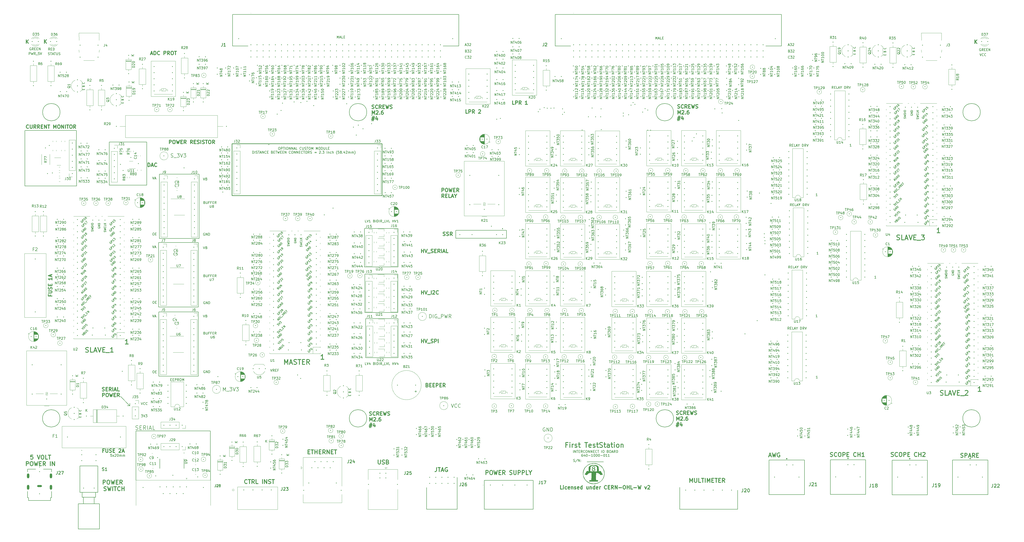
<source format=gto>
%TF.GenerationSoftware,KiCad,Pcbnew,7.0.5*%
%TF.CreationDate,2024-12-02T15:44:58-05:00*%
%TF.ProjectId,Interconnect,496e7465-7263-46f6-9e6e-6563742e6b69,1.1*%
%TF.SameCoordinates,Original*%
%TF.FileFunction,Legend,Top*%
%TF.FilePolarity,Positive*%
%FSLAX46Y46*%
G04 Gerber Fmt 4.6, Leading zero omitted, Abs format (unit mm)*
G04 Created by KiCad (PCBNEW 7.0.5) date 2024-12-02 15:44:58*
%MOMM*%
%LPD*%
G01*
G04 APERTURE LIST*
%ADD10C,0.150000*%
%ADD11C,0.254000*%
%ADD12C,0.300000*%
%ADD13C,0.200000*%
%ADD14C,0.280000*%
%ADD15C,0.250000*%
%ADD16C,0.280416*%
%ADD17C,0.120000*%
%ADD18C,0.100000*%
%ADD19C,0.127000*%
%ADD20C,0.076200*%
%ADD21C,0.240000*%
%ADD22C,0.350000*%
%ADD23O,2.005555X0.800000*%
%ADD24O,1.000000X2.000000*%
G04 APERTURE END LIST*
D10*
X135881647Y42310056D02*
X135881647Y42560056D01*
X136300695Y42667199D02*
X136300695Y42310056D01*
X136300695Y42310056D02*
X135500695Y42310056D01*
X135500695Y42310056D02*
X135500695Y42667199D01*
X135881647Y43810056D02*
X135919742Y43917199D01*
X135919742Y43917199D02*
X135957838Y43952913D01*
X135957838Y43952913D02*
X136034028Y43988627D01*
X136034028Y43988627D02*
X136148314Y43988627D01*
X136148314Y43988627D02*
X136224504Y43952913D01*
X136224504Y43952913D02*
X136262600Y43917199D01*
X136262600Y43917199D02*
X136300695Y43845770D01*
X136300695Y43845770D02*
X136300695Y43560056D01*
X136300695Y43560056D02*
X135500695Y43560056D01*
X135500695Y43560056D02*
X135500695Y43810056D01*
X135500695Y43810056D02*
X135538790Y43881484D01*
X135538790Y43881484D02*
X135576885Y43917199D01*
X135576885Y43917199D02*
X135653076Y43952913D01*
X135653076Y43952913D02*
X135729266Y43952913D01*
X135729266Y43952913D02*
X135805457Y43917199D01*
X135805457Y43917199D02*
X135843552Y43881484D01*
X135843552Y43881484D02*
X135881647Y43810056D01*
X135881647Y43810056D02*
X135881647Y43560056D01*
X136224504Y45310056D02*
X136262600Y45274342D01*
X136262600Y45274342D02*
X136300695Y45167199D01*
X136300695Y45167199D02*
X136300695Y45095771D01*
X136300695Y45095771D02*
X136262600Y44988628D01*
X136262600Y44988628D02*
X136186409Y44917199D01*
X136186409Y44917199D02*
X136110219Y44881485D01*
X136110219Y44881485D02*
X135957838Y44845771D01*
X135957838Y44845771D02*
X135843552Y44845771D01*
X135843552Y44845771D02*
X135691171Y44881485D01*
X135691171Y44881485D02*
X135614980Y44917199D01*
X135614980Y44917199D02*
X135538790Y44988628D01*
X135538790Y44988628D02*
X135500695Y45095771D01*
X135500695Y45095771D02*
X135500695Y45167199D01*
X135500695Y45167199D02*
X135538790Y45274342D01*
X135538790Y45274342D02*
X135576885Y45310056D01*
X155959278Y74330120D02*
X142497278Y74330120D01*
X155959278Y58074120D02*
X155959278Y74330120D01*
X142210778Y92872120D02*
X142210778Y76870120D01*
D11*
X86943000Y147180865D02*
X149283000Y147180865D01*
X149283000Y125600865D01*
X86943000Y125600865D01*
X86943000Y147180865D01*
D10*
X47130000Y7120000D02*
X47064500Y27600000D01*
X78076000Y7112331D02*
X78040000Y27600000D01*
X36025600Y147872465D02*
X51621200Y147872465D01*
X51621200Y129940065D01*
X36025600Y129940065D01*
X36025600Y147872465D01*
X999000Y152673065D02*
X22309600Y152673065D01*
X142046522Y111893865D02*
X142046522Y95891865D01*
X142046522Y95891865D02*
X156016522Y95891865D01*
X40623000Y42032800D02*
X44585400Y38070400D01*
X56548800Y77184265D02*
X73008000Y77184265D01*
X73008000Y50412665D01*
X56548800Y50412665D01*
X56548800Y77184265D01*
X155926778Y92872120D02*
X142210778Y92872120D01*
X156016522Y95891865D02*
X156016522Y111893865D01*
X155926778Y76870120D02*
X155926778Y92872120D01*
X156016522Y111893865D02*
X142046522Y111893865D01*
X142497278Y74330120D02*
X142497278Y58074120D01*
X397792500Y32854865D02*
G75*
G03*
X397792500Y32854865I-3619500J0D01*
G01*
X56853600Y134461265D02*
X73312800Y134461265D01*
X73312800Y107689665D01*
X56853600Y107689665D01*
X56853600Y134461265D01*
X922800Y129635265D02*
X922800Y152673065D01*
X142972300Y160272665D02*
G75*
G03*
X142972300Y160272665I-3619500J0D01*
G01*
X43518600Y38095800D02*
X44585400Y38095800D01*
X142210778Y76870120D02*
X155926778Y76870120D01*
X56523400Y105987865D02*
X72982600Y105987865D01*
X72982600Y79216265D01*
X56523400Y79216265D01*
X56523400Y105987865D01*
X15522500Y32854865D02*
G75*
G03*
X15522500Y32854865I-3619500J0D01*
G01*
X142497278Y58074120D02*
X155959278Y58074120D01*
X77995500Y27600000D02*
X47064500Y27600000D01*
X270382500Y160272665D02*
G75*
G03*
X270382500Y160272665I-3619500J0D01*
G01*
X397851500Y160272665D02*
G75*
G03*
X397851500Y160272665I-3619500J0D01*
G01*
X15572500Y160272665D02*
G75*
G03*
X15572500Y160272665I-3619500J0D01*
G01*
X22371600Y129546465D02*
X948200Y129546465D01*
X44585400Y39137200D02*
X44585400Y38070400D01*
X44585400Y38070400D02*
X44585400Y39137200D01*
X22397000Y152660465D02*
X22447800Y129597265D01*
X270412500Y32854865D02*
G75*
G03*
X270412500Y32854865I-3619500J0D01*
G01*
X142972300Y32854865D02*
G75*
G03*
X142972300Y32854865I-3619500J0D01*
G01*
X146928579Y95486981D02*
X146928579Y94677458D01*
X146928579Y94677458D02*
X146976198Y94582220D01*
X146976198Y94582220D02*
X147023817Y94534600D01*
X147023817Y94534600D02*
X147119055Y94486981D01*
X147119055Y94486981D02*
X147309531Y94486981D01*
X147309531Y94486981D02*
X147404769Y94534600D01*
X147404769Y94534600D02*
X147452388Y94582220D01*
X147452388Y94582220D02*
X147500007Y94677458D01*
X147500007Y94677458D02*
X147500007Y95486981D01*
X147928579Y95391743D02*
X147976198Y95439362D01*
X147976198Y95439362D02*
X148071436Y95486981D01*
X148071436Y95486981D02*
X148309531Y95486981D01*
X148309531Y95486981D02*
X148404769Y95439362D01*
X148404769Y95439362D02*
X148452388Y95391743D01*
X148452388Y95391743D02*
X148500007Y95296505D01*
X148500007Y95296505D02*
X148500007Y95201267D01*
X148500007Y95201267D02*
X148452388Y95058410D01*
X148452388Y95058410D02*
X147880960Y94486981D01*
X147880960Y94486981D02*
X148500007Y94486981D01*
X149119055Y95486981D02*
X149214293Y95486981D01*
X149214293Y95486981D02*
X149309531Y95439362D01*
X149309531Y95439362D02*
X149357150Y95391743D01*
X149357150Y95391743D02*
X149404769Y95296505D01*
X149404769Y95296505D02*
X149452388Y95106029D01*
X149452388Y95106029D02*
X149452388Y94867934D01*
X149452388Y94867934D02*
X149404769Y94677458D01*
X149404769Y94677458D02*
X149357150Y94582220D01*
X149357150Y94582220D02*
X149309531Y94534600D01*
X149309531Y94534600D02*
X149214293Y94486981D01*
X149214293Y94486981D02*
X149119055Y94486981D01*
X149119055Y94486981D02*
X149023817Y94534600D01*
X149023817Y94534600D02*
X148976198Y94582220D01*
X148976198Y94582220D02*
X148928579Y94677458D01*
X148928579Y94677458D02*
X148880960Y94867934D01*
X148880960Y94867934D02*
X148880960Y95106029D01*
X148880960Y95106029D02*
X148928579Y95296505D01*
X148928579Y95296505D02*
X148976198Y95391743D01*
X148976198Y95391743D02*
X149023817Y95439362D01*
X149023817Y95439362D02*
X149119055Y95486981D01*
D12*
X165739110Y84497572D02*
X165739110Y85997572D01*
X165739110Y85283286D02*
X166596253Y85283286D01*
X166596253Y84497572D02*
X166596253Y85997572D01*
X167096254Y85997572D02*
X167596254Y84497572D01*
X167596254Y84497572D02*
X168096254Y85997572D01*
X168239111Y84354715D02*
X169381968Y84354715D01*
X169739110Y84497572D02*
X169739110Y85997572D01*
X170381968Y85854715D02*
X170453396Y85926143D01*
X170453396Y85926143D02*
X170596254Y85997572D01*
X170596254Y85997572D02*
X170953396Y85997572D01*
X170953396Y85997572D02*
X171096254Y85926143D01*
X171096254Y85926143D02*
X171167682Y85854715D01*
X171167682Y85854715D02*
X171239111Y85711858D01*
X171239111Y85711858D02*
X171239111Y85569000D01*
X171239111Y85569000D02*
X171167682Y85354715D01*
X171167682Y85354715D02*
X170310539Y84497572D01*
X170310539Y84497572D02*
X171239111Y84497572D01*
X172739110Y84640429D02*
X172667682Y84569000D01*
X172667682Y84569000D02*
X172453396Y84497572D01*
X172453396Y84497572D02*
X172310539Y84497572D01*
X172310539Y84497572D02*
X172096253Y84569000D01*
X172096253Y84569000D02*
X171953396Y84711858D01*
X171953396Y84711858D02*
X171881967Y84854715D01*
X171881967Y84854715D02*
X171810539Y85140429D01*
X171810539Y85140429D02*
X171810539Y85354715D01*
X171810539Y85354715D02*
X171881967Y85640429D01*
X171881967Y85640429D02*
X171953396Y85783286D01*
X171953396Y85783286D02*
X172096253Y85926143D01*
X172096253Y85926143D02*
X172310539Y85997572D01*
X172310539Y85997572D02*
X172453396Y85997572D01*
X172453396Y85997572D02*
X172667682Y85926143D01*
X172667682Y85926143D02*
X172739110Y85854715D01*
X395558310Y188815372D02*
X395558310Y190315372D01*
X396415453Y188815372D02*
X395772596Y189672515D01*
X396415453Y190315372D02*
X395558310Y189458229D01*
D13*
X178057435Y38849972D02*
X178557435Y37349972D01*
X178557435Y37349972D02*
X179057435Y38849972D01*
X180414577Y37492829D02*
X180343149Y37421400D01*
X180343149Y37421400D02*
X180128863Y37349972D01*
X180128863Y37349972D02*
X179986006Y37349972D01*
X179986006Y37349972D02*
X179771720Y37421400D01*
X179771720Y37421400D02*
X179628863Y37564258D01*
X179628863Y37564258D02*
X179557434Y37707115D01*
X179557434Y37707115D02*
X179486006Y37992829D01*
X179486006Y37992829D02*
X179486006Y38207115D01*
X179486006Y38207115D02*
X179557434Y38492829D01*
X179557434Y38492829D02*
X179628863Y38635686D01*
X179628863Y38635686D02*
X179771720Y38778543D01*
X179771720Y38778543D02*
X179986006Y38849972D01*
X179986006Y38849972D02*
X180128863Y38849972D01*
X180128863Y38849972D02*
X180343149Y38778543D01*
X180343149Y38778543D02*
X180414577Y38707115D01*
X181914577Y37492829D02*
X181843149Y37421400D01*
X181843149Y37421400D02*
X181628863Y37349972D01*
X181628863Y37349972D02*
X181486006Y37349972D01*
X181486006Y37349972D02*
X181271720Y37421400D01*
X181271720Y37421400D02*
X181128863Y37564258D01*
X181128863Y37564258D02*
X181057434Y37707115D01*
X181057434Y37707115D02*
X180986006Y37992829D01*
X180986006Y37992829D02*
X180986006Y38207115D01*
X180986006Y38207115D02*
X181057434Y38492829D01*
X181057434Y38492829D02*
X181128863Y38635686D01*
X181128863Y38635686D02*
X181271720Y38778543D01*
X181271720Y38778543D02*
X181486006Y38849972D01*
X181486006Y38849972D02*
X181628863Y38849972D01*
X181628863Y38849972D02*
X181843149Y38778543D01*
X181843149Y38778543D02*
X181914577Y38707115D01*
D10*
X344251588Y146048981D02*
X343680160Y146048981D01*
X343965874Y146048981D02*
X343965874Y147048981D01*
X343965874Y147048981D02*
X343870636Y146906124D01*
X343870636Y146906124D02*
X343775398Y146810886D01*
X343775398Y146810886D02*
X343680160Y146763267D01*
D13*
X217030435Y28897943D02*
X216887578Y28969372D01*
X216887578Y28969372D02*
X216673292Y28969372D01*
X216673292Y28969372D02*
X216459006Y28897943D01*
X216459006Y28897943D02*
X216316149Y28755086D01*
X216316149Y28755086D02*
X216244720Y28612229D01*
X216244720Y28612229D02*
X216173292Y28326515D01*
X216173292Y28326515D02*
X216173292Y28112229D01*
X216173292Y28112229D02*
X216244720Y27826515D01*
X216244720Y27826515D02*
X216316149Y27683658D01*
X216316149Y27683658D02*
X216459006Y27540800D01*
X216459006Y27540800D02*
X216673292Y27469372D01*
X216673292Y27469372D02*
X216816149Y27469372D01*
X216816149Y27469372D02*
X217030435Y27540800D01*
X217030435Y27540800D02*
X217101863Y27612229D01*
X217101863Y27612229D02*
X217101863Y28112229D01*
X217101863Y28112229D02*
X216816149Y28112229D01*
X217744720Y27469372D02*
X217744720Y28969372D01*
X217744720Y28969372D02*
X218601863Y27469372D01*
X218601863Y27469372D02*
X218601863Y28969372D01*
X219316149Y27469372D02*
X219316149Y28969372D01*
X219316149Y28969372D02*
X219673292Y28969372D01*
X219673292Y28969372D02*
X219887578Y28897943D01*
X219887578Y28897943D02*
X220030435Y28755086D01*
X220030435Y28755086D02*
X220101864Y28612229D01*
X220101864Y28612229D02*
X220173292Y28326515D01*
X220173292Y28326515D02*
X220173292Y28112229D01*
X220173292Y28112229D02*
X220101864Y27826515D01*
X220101864Y27826515D02*
X220030435Y27683658D01*
X220030435Y27683658D02*
X219887578Y27540800D01*
X219887578Y27540800D02*
X219673292Y27469372D01*
X219673292Y27469372D02*
X219316149Y27469372D01*
D12*
X171989667Y12380347D02*
X171989667Y11166061D01*
X171989667Y11166061D02*
X171908714Y10923204D01*
X171908714Y10923204D02*
X171746810Y10761299D01*
X171746810Y10761299D02*
X171503952Y10680347D01*
X171503952Y10680347D02*
X171342048Y10680347D01*
X172556333Y12380347D02*
X173527762Y12380347D01*
X173042048Y10680347D02*
X173042048Y12380347D01*
X174013476Y11166061D02*
X174823000Y11166061D01*
X173851571Y10680347D02*
X174418238Y12380347D01*
X174418238Y12380347D02*
X174984905Y10680347D01*
X176442048Y12299395D02*
X176280143Y12380347D01*
X176280143Y12380347D02*
X176037286Y12380347D01*
X176037286Y12380347D02*
X175794429Y12299395D01*
X175794429Y12299395D02*
X175632524Y12137490D01*
X175632524Y12137490D02*
X175551571Y11975585D01*
X175551571Y11975585D02*
X175470619Y11651776D01*
X175470619Y11651776D02*
X175470619Y11408919D01*
X175470619Y11408919D02*
X175551571Y11085109D01*
X175551571Y11085109D02*
X175632524Y10923204D01*
X175632524Y10923204D02*
X175794429Y10761299D01*
X175794429Y10761299D02*
X176037286Y10680347D01*
X176037286Y10680347D02*
X176199190Y10680347D01*
X176199190Y10680347D02*
X176442048Y10761299D01*
X176442048Y10761299D02*
X176523000Y10842252D01*
X176523000Y10842252D02*
X176523000Y11408919D01*
X176523000Y11408919D02*
X176199190Y11408919D01*
D10*
X49294086Y34399181D02*
X49913133Y34399181D01*
X49913133Y34399181D02*
X49579800Y34018229D01*
X49579800Y34018229D02*
X49722657Y34018229D01*
X49722657Y34018229D02*
X49817895Y33970610D01*
X49817895Y33970610D02*
X49865514Y33922991D01*
X49865514Y33922991D02*
X49913133Y33827753D01*
X49913133Y33827753D02*
X49913133Y33589658D01*
X49913133Y33589658D02*
X49865514Y33494420D01*
X49865514Y33494420D02*
X49817895Y33446800D01*
X49817895Y33446800D02*
X49722657Y33399181D01*
X49722657Y33399181D02*
X49436943Y33399181D01*
X49436943Y33399181D02*
X49341705Y33446800D01*
X49341705Y33446800D02*
X49294086Y33494420D01*
X50198848Y34399181D02*
X50532181Y33399181D01*
X50532181Y33399181D02*
X50865514Y34399181D01*
X51103610Y34399181D02*
X51722657Y34399181D01*
X51722657Y34399181D02*
X51389324Y34018229D01*
X51389324Y34018229D02*
X51532181Y34018229D01*
X51532181Y34018229D02*
X51627419Y33970610D01*
X51627419Y33970610D02*
X51675038Y33922991D01*
X51675038Y33922991D02*
X51722657Y33827753D01*
X51722657Y33827753D02*
X51722657Y33589658D01*
X51722657Y33589658D02*
X51675038Y33494420D01*
X51675038Y33494420D02*
X51627419Y33446800D01*
X51627419Y33446800D02*
X51532181Y33399181D01*
X51532181Y33399181D02*
X51246467Y33399181D01*
X51246467Y33399181D02*
X51151229Y33446800D01*
X51151229Y33446800D02*
X51103610Y33494420D01*
D12*
X43868177Y63756162D02*
X42725320Y63756162D01*
X43296748Y63756162D02*
X43296748Y65756162D01*
X43296748Y65756162D02*
X43106272Y65470448D01*
X43106272Y65470448D02*
X42915796Y65279972D01*
X42915796Y65279972D02*
X42725320Y65184734D01*
X145144482Y161839800D02*
X145358768Y161768372D01*
X145358768Y161768372D02*
X145715910Y161768372D01*
X145715910Y161768372D02*
X145858768Y161839800D01*
X145858768Y161839800D02*
X145930196Y161911229D01*
X145930196Y161911229D02*
X146001625Y162054086D01*
X146001625Y162054086D02*
X146001625Y162196943D01*
X146001625Y162196943D02*
X145930196Y162339800D01*
X145930196Y162339800D02*
X145858768Y162411229D01*
X145858768Y162411229D02*
X145715910Y162482658D01*
X145715910Y162482658D02*
X145430196Y162554086D01*
X145430196Y162554086D02*
X145287339Y162625515D01*
X145287339Y162625515D02*
X145215910Y162696943D01*
X145215910Y162696943D02*
X145144482Y162839800D01*
X145144482Y162839800D02*
X145144482Y162982658D01*
X145144482Y162982658D02*
X145215910Y163125515D01*
X145215910Y163125515D02*
X145287339Y163196943D01*
X145287339Y163196943D02*
X145430196Y163268372D01*
X145430196Y163268372D02*
X145787339Y163268372D01*
X145787339Y163268372D02*
X146001625Y163196943D01*
X147501624Y161911229D02*
X147430196Y161839800D01*
X147430196Y161839800D02*
X147215910Y161768372D01*
X147215910Y161768372D02*
X147073053Y161768372D01*
X147073053Y161768372D02*
X146858767Y161839800D01*
X146858767Y161839800D02*
X146715910Y161982658D01*
X146715910Y161982658D02*
X146644481Y162125515D01*
X146644481Y162125515D02*
X146573053Y162411229D01*
X146573053Y162411229D02*
X146573053Y162625515D01*
X146573053Y162625515D02*
X146644481Y162911229D01*
X146644481Y162911229D02*
X146715910Y163054086D01*
X146715910Y163054086D02*
X146858767Y163196943D01*
X146858767Y163196943D02*
X147073053Y163268372D01*
X147073053Y163268372D02*
X147215910Y163268372D01*
X147215910Y163268372D02*
X147430196Y163196943D01*
X147430196Y163196943D02*
X147501624Y163125515D01*
X149001624Y161768372D02*
X148501624Y162482658D01*
X148144481Y161768372D02*
X148144481Y163268372D01*
X148144481Y163268372D02*
X148715910Y163268372D01*
X148715910Y163268372D02*
X148858767Y163196943D01*
X148858767Y163196943D02*
X148930196Y163125515D01*
X148930196Y163125515D02*
X149001624Y162982658D01*
X149001624Y162982658D02*
X149001624Y162768372D01*
X149001624Y162768372D02*
X148930196Y162625515D01*
X148930196Y162625515D02*
X148858767Y162554086D01*
X148858767Y162554086D02*
X148715910Y162482658D01*
X148715910Y162482658D02*
X148144481Y162482658D01*
X149644481Y162554086D02*
X150144481Y162554086D01*
X150358767Y161768372D02*
X149644481Y161768372D01*
X149644481Y161768372D02*
X149644481Y163268372D01*
X149644481Y163268372D02*
X150358767Y163268372D01*
X150858767Y163268372D02*
X151215910Y161768372D01*
X151215910Y161768372D02*
X151501624Y162839800D01*
X151501624Y162839800D02*
X151787339Y161768372D01*
X151787339Y161768372D02*
X152144482Y163268372D01*
X152644482Y161839800D02*
X152858768Y161768372D01*
X152858768Y161768372D02*
X153215910Y161768372D01*
X153215910Y161768372D02*
X153358768Y161839800D01*
X153358768Y161839800D02*
X153430196Y161911229D01*
X153430196Y161911229D02*
X153501625Y162054086D01*
X153501625Y162054086D02*
X153501625Y162196943D01*
X153501625Y162196943D02*
X153430196Y162339800D01*
X153430196Y162339800D02*
X153358768Y162411229D01*
X153358768Y162411229D02*
X153215910Y162482658D01*
X153215910Y162482658D02*
X152930196Y162554086D01*
X152930196Y162554086D02*
X152787339Y162625515D01*
X152787339Y162625515D02*
X152715910Y162696943D01*
X152715910Y162696943D02*
X152644482Y162839800D01*
X152644482Y162839800D02*
X152644482Y162982658D01*
X152644482Y162982658D02*
X152715910Y163125515D01*
X152715910Y163125515D02*
X152787339Y163196943D01*
X152787339Y163196943D02*
X152930196Y163268372D01*
X152930196Y163268372D02*
X153287339Y163268372D01*
X153287339Y163268372D02*
X153501625Y163196943D01*
X145215910Y159353372D02*
X145215910Y160853372D01*
X145215910Y160853372D02*
X145715910Y159781943D01*
X145715910Y159781943D02*
X146215910Y160853372D01*
X146215910Y160853372D02*
X146215910Y159353372D01*
X146858768Y160710515D02*
X146930196Y160781943D01*
X146930196Y160781943D02*
X147073054Y160853372D01*
X147073054Y160853372D02*
X147430196Y160853372D01*
X147430196Y160853372D02*
X147573054Y160781943D01*
X147573054Y160781943D02*
X147644482Y160710515D01*
X147644482Y160710515D02*
X147715911Y160567658D01*
X147715911Y160567658D02*
X147715911Y160424800D01*
X147715911Y160424800D02*
X147644482Y160210515D01*
X147644482Y160210515D02*
X146787339Y159353372D01*
X146787339Y159353372D02*
X147715911Y159353372D01*
X148358767Y159496229D02*
X148430196Y159424800D01*
X148430196Y159424800D02*
X148358767Y159353372D01*
X148358767Y159353372D02*
X148287339Y159424800D01*
X148287339Y159424800D02*
X148358767Y159496229D01*
X148358767Y159496229D02*
X148358767Y159353372D01*
X149715911Y160853372D02*
X149430196Y160853372D01*
X149430196Y160853372D02*
X149287339Y160781943D01*
X149287339Y160781943D02*
X149215911Y160710515D01*
X149215911Y160710515D02*
X149073053Y160496229D01*
X149073053Y160496229D02*
X149001625Y160210515D01*
X149001625Y160210515D02*
X149001625Y159639086D01*
X149001625Y159639086D02*
X149073053Y159496229D01*
X149073053Y159496229D02*
X149144482Y159424800D01*
X149144482Y159424800D02*
X149287339Y159353372D01*
X149287339Y159353372D02*
X149573053Y159353372D01*
X149573053Y159353372D02*
X149715911Y159424800D01*
X149715911Y159424800D02*
X149787339Y159496229D01*
X149787339Y159496229D02*
X149858768Y159639086D01*
X149858768Y159639086D02*
X149858768Y159996229D01*
X149858768Y159996229D02*
X149787339Y160139086D01*
X149787339Y160139086D02*
X149715911Y160210515D01*
X149715911Y160210515D02*
X149573053Y160281943D01*
X149573053Y160281943D02*
X149287339Y160281943D01*
X149287339Y160281943D02*
X149144482Y160210515D01*
X149144482Y160210515D02*
X149073053Y160139086D01*
X149073053Y160139086D02*
X149001625Y159996229D01*
X145144482Y157938372D02*
X146215910Y157938372D01*
X145573053Y158581229D02*
X145144482Y156652658D01*
X146073053Y157295515D02*
X145001625Y157295515D01*
X145644482Y156652658D02*
X146073053Y158581229D01*
X147358768Y157938372D02*
X147358768Y156938372D01*
X147001625Y158509800D02*
X146644482Y157438372D01*
X146644482Y157438372D02*
X147573053Y157438372D01*
D10*
X397585322Y184691781D02*
X397918655Y183691781D01*
X397918655Y183691781D02*
X398251988Y184691781D01*
X399156750Y183787020D02*
X399109131Y183739400D01*
X399109131Y183739400D02*
X398966274Y183691781D01*
X398966274Y183691781D02*
X398871036Y183691781D01*
X398871036Y183691781D02*
X398728179Y183739400D01*
X398728179Y183739400D02*
X398632941Y183834639D01*
X398632941Y183834639D02*
X398585322Y183929877D01*
X398585322Y183929877D02*
X398537703Y184120353D01*
X398537703Y184120353D02*
X398537703Y184263210D01*
X398537703Y184263210D02*
X398585322Y184453686D01*
X398585322Y184453686D02*
X398632941Y184548924D01*
X398632941Y184548924D02*
X398728179Y184644162D01*
X398728179Y184644162D02*
X398871036Y184691781D01*
X398871036Y184691781D02*
X398966274Y184691781D01*
X398966274Y184691781D02*
X399109131Y184644162D01*
X399109131Y184644162D02*
X399156750Y184596543D01*
X400156750Y183787020D02*
X400109131Y183739400D01*
X400109131Y183739400D02*
X399966274Y183691781D01*
X399966274Y183691781D02*
X399871036Y183691781D01*
X399871036Y183691781D02*
X399728179Y183739400D01*
X399728179Y183739400D02*
X399632941Y183834639D01*
X399632941Y183834639D02*
X399585322Y183929877D01*
X399585322Y183929877D02*
X399537703Y184120353D01*
X399537703Y184120353D02*
X399537703Y184263210D01*
X399537703Y184263210D02*
X399585322Y184453686D01*
X399585322Y184453686D02*
X399632941Y184548924D01*
X399632941Y184548924D02*
X399728179Y184644162D01*
X399728179Y184644162D02*
X399871036Y184691781D01*
X399871036Y184691781D02*
X399966274Y184691781D01*
X399966274Y184691781D02*
X400109131Y184644162D01*
X400109131Y184644162D02*
X400156750Y184596543D01*
D12*
X310083809Y17294861D02*
X310893333Y17294861D01*
X309921904Y16809147D02*
X310488571Y18509147D01*
X310488571Y18509147D02*
X311055238Y16809147D01*
X311460000Y18509147D02*
X311864762Y16809147D01*
X311864762Y16809147D02*
X312188571Y18023433D01*
X312188571Y18023433D02*
X312512381Y16809147D01*
X312512381Y16809147D02*
X312917143Y18509147D01*
X314455238Y18428195D02*
X314293333Y18509147D01*
X314293333Y18509147D02*
X314050476Y18509147D01*
X314050476Y18509147D02*
X313807619Y18428195D01*
X313807619Y18428195D02*
X313645714Y18266290D01*
X313645714Y18266290D02*
X313564761Y18104385D01*
X313564761Y18104385D02*
X313483809Y17780576D01*
X313483809Y17780576D02*
X313483809Y17537719D01*
X313483809Y17537719D02*
X313564761Y17213909D01*
X313564761Y17213909D02*
X313645714Y17052004D01*
X313645714Y17052004D02*
X313807619Y16890099D01*
X313807619Y16890099D02*
X314050476Y16809147D01*
X314050476Y16809147D02*
X314212380Y16809147D01*
X314212380Y16809147D02*
X314455238Y16890099D01*
X314455238Y16890099D02*
X314536190Y16971052D01*
X314536190Y16971052D02*
X314536190Y17537719D01*
X314536190Y17537719D02*
X314212380Y17537719D01*
D10*
X319229407Y145972781D02*
X318896074Y146448972D01*
X318657979Y145972781D02*
X318657979Y146972781D01*
X318657979Y146972781D02*
X319038931Y146972781D01*
X319038931Y146972781D02*
X319134169Y146925162D01*
X319134169Y146925162D02*
X319181788Y146877543D01*
X319181788Y146877543D02*
X319229407Y146782305D01*
X319229407Y146782305D02*
X319229407Y146639448D01*
X319229407Y146639448D02*
X319181788Y146544210D01*
X319181788Y146544210D02*
X319134169Y146496591D01*
X319134169Y146496591D02*
X319038931Y146448972D01*
X319038931Y146448972D02*
X318657979Y146448972D01*
X319657979Y146496591D02*
X319991312Y146496591D01*
X320134169Y145972781D02*
X319657979Y145972781D01*
X319657979Y145972781D02*
X319657979Y146972781D01*
X319657979Y146972781D02*
X320134169Y146972781D01*
X321038931Y145972781D02*
X320562741Y145972781D01*
X320562741Y145972781D02*
X320562741Y146972781D01*
X321324646Y146258496D02*
X321800836Y146258496D01*
X321229408Y145972781D02*
X321562741Y146972781D01*
X321562741Y146972781D02*
X321896074Y145972781D01*
X322419884Y146448972D02*
X322419884Y145972781D01*
X322086551Y146972781D02*
X322419884Y146448972D01*
X322419884Y146448972D02*
X322753217Y146972781D01*
X323848456Y145972781D02*
X323848456Y146972781D01*
X323848456Y146972781D02*
X324086551Y146972781D01*
X324086551Y146972781D02*
X324229408Y146925162D01*
X324229408Y146925162D02*
X324324646Y146829924D01*
X324324646Y146829924D02*
X324372265Y146734686D01*
X324372265Y146734686D02*
X324419884Y146544210D01*
X324419884Y146544210D02*
X324419884Y146401353D01*
X324419884Y146401353D02*
X324372265Y146210877D01*
X324372265Y146210877D02*
X324324646Y146115639D01*
X324324646Y146115639D02*
X324229408Y146020400D01*
X324229408Y146020400D02*
X324086551Y145972781D01*
X324086551Y145972781D02*
X323848456Y145972781D01*
X325419884Y145972781D02*
X325086551Y146448972D01*
X324848456Y145972781D02*
X324848456Y146972781D01*
X324848456Y146972781D02*
X325229408Y146972781D01*
X325229408Y146972781D02*
X325324646Y146925162D01*
X325324646Y146925162D02*
X325372265Y146877543D01*
X325372265Y146877543D02*
X325419884Y146782305D01*
X325419884Y146782305D02*
X325419884Y146639448D01*
X325419884Y146639448D02*
X325372265Y146544210D01*
X325372265Y146544210D02*
X325324646Y146496591D01*
X325324646Y146496591D02*
X325229408Y146448972D01*
X325229408Y146448972D02*
X324848456Y146448972D01*
X325705599Y146972781D02*
X326038932Y145972781D01*
X326038932Y145972781D02*
X326372265Y146972781D01*
X228815542Y14879400D02*
X228958399Y14831781D01*
X228958399Y14831781D02*
X229196494Y14831781D01*
X229196494Y14831781D02*
X229291732Y14879400D01*
X229291732Y14879400D02*
X229339351Y14927020D01*
X229339351Y14927020D02*
X229386970Y15022258D01*
X229386970Y15022258D02*
X229386970Y15117496D01*
X229386970Y15117496D02*
X229339351Y15212734D01*
X229339351Y15212734D02*
X229291732Y15260353D01*
X229291732Y15260353D02*
X229196494Y15307972D01*
X229196494Y15307972D02*
X229006018Y15355591D01*
X229006018Y15355591D02*
X228910780Y15403210D01*
X228910780Y15403210D02*
X228863161Y15450829D01*
X228863161Y15450829D02*
X228815542Y15546067D01*
X228815542Y15546067D02*
X228815542Y15641305D01*
X228815542Y15641305D02*
X228863161Y15736543D01*
X228863161Y15736543D02*
X228910780Y15784162D01*
X228910780Y15784162D02*
X229006018Y15831781D01*
X229006018Y15831781D02*
X229244113Y15831781D01*
X229244113Y15831781D02*
X229386970Y15784162D01*
X230529827Y15879400D02*
X229672685Y14593686D01*
X230863161Y14831781D02*
X230863161Y15831781D01*
X230863161Y15831781D02*
X231434589Y14831781D01*
X231434589Y14831781D02*
X231434589Y15831781D01*
X231910780Y14927020D02*
X231958399Y14879400D01*
X231958399Y14879400D02*
X231910780Y14831781D01*
X231910780Y14831781D02*
X231863161Y14879400D01*
X231863161Y14879400D02*
X231910780Y14927020D01*
X231910780Y14927020D02*
X231910780Y14831781D01*
X231910780Y15450829D02*
X231958399Y15403210D01*
X231958399Y15403210D02*
X231910780Y15355591D01*
X231910780Y15355591D02*
X231863161Y15403210D01*
X231863161Y15403210D02*
X231910780Y15450829D01*
X231910780Y15450829D02*
X231910780Y15355591D01*
X234434590Y14736543D02*
X235196494Y14736543D01*
X235196495Y14736543D02*
X235958399Y14736543D01*
X235958400Y14736543D02*
X236720304Y14736543D01*
X236720305Y14736543D02*
X237482209Y14736543D01*
X237482210Y14736543D02*
X238244114Y14736543D01*
X238244115Y14736543D02*
X239006019Y14736543D01*
X239006020Y14736543D02*
X239767924Y14736543D01*
X239767925Y14736543D02*
X240529829Y14736543D01*
X240529830Y14736543D02*
X241291734Y14736543D01*
X228750905Y18569781D02*
X228750905Y19569781D01*
X229227095Y18569781D02*
X229227095Y19569781D01*
X229227095Y19569781D02*
X229798523Y18569781D01*
X229798523Y18569781D02*
X229798523Y19569781D01*
X230131857Y19569781D02*
X230703285Y19569781D01*
X230417571Y18569781D02*
X230417571Y19569781D01*
X231036619Y19093591D02*
X231369952Y19093591D01*
X231512809Y18569781D02*
X231036619Y18569781D01*
X231036619Y18569781D02*
X231036619Y19569781D01*
X231036619Y19569781D02*
X231512809Y19569781D01*
X232512809Y18569781D02*
X232179476Y19045972D01*
X231941381Y18569781D02*
X231941381Y19569781D01*
X231941381Y19569781D02*
X232322333Y19569781D01*
X232322333Y19569781D02*
X232417571Y19522162D01*
X232417571Y19522162D02*
X232465190Y19474543D01*
X232465190Y19474543D02*
X232512809Y19379305D01*
X232512809Y19379305D02*
X232512809Y19236448D01*
X232512809Y19236448D02*
X232465190Y19141210D01*
X232465190Y19141210D02*
X232417571Y19093591D01*
X232417571Y19093591D02*
X232322333Y19045972D01*
X232322333Y19045972D02*
X231941381Y19045972D01*
X233512809Y18665020D02*
X233465190Y18617400D01*
X233465190Y18617400D02*
X233322333Y18569781D01*
X233322333Y18569781D02*
X233227095Y18569781D01*
X233227095Y18569781D02*
X233084238Y18617400D01*
X233084238Y18617400D02*
X232989000Y18712639D01*
X232989000Y18712639D02*
X232941381Y18807877D01*
X232941381Y18807877D02*
X232893762Y18998353D01*
X232893762Y18998353D02*
X232893762Y19141210D01*
X232893762Y19141210D02*
X232941381Y19331686D01*
X232941381Y19331686D02*
X232989000Y19426924D01*
X232989000Y19426924D02*
X233084238Y19522162D01*
X233084238Y19522162D02*
X233227095Y19569781D01*
X233227095Y19569781D02*
X233322333Y19569781D01*
X233322333Y19569781D02*
X233465190Y19522162D01*
X233465190Y19522162D02*
X233512809Y19474543D01*
X234131857Y19569781D02*
X234322333Y19569781D01*
X234322333Y19569781D02*
X234417571Y19522162D01*
X234417571Y19522162D02*
X234512809Y19426924D01*
X234512809Y19426924D02*
X234560428Y19236448D01*
X234560428Y19236448D02*
X234560428Y18903115D01*
X234560428Y18903115D02*
X234512809Y18712639D01*
X234512809Y18712639D02*
X234417571Y18617400D01*
X234417571Y18617400D02*
X234322333Y18569781D01*
X234322333Y18569781D02*
X234131857Y18569781D01*
X234131857Y18569781D02*
X234036619Y18617400D01*
X234036619Y18617400D02*
X233941381Y18712639D01*
X233941381Y18712639D02*
X233893762Y18903115D01*
X233893762Y18903115D02*
X233893762Y19236448D01*
X233893762Y19236448D02*
X233941381Y19426924D01*
X233941381Y19426924D02*
X234036619Y19522162D01*
X234036619Y19522162D02*
X234131857Y19569781D01*
X234989000Y18569781D02*
X234989000Y19569781D01*
X234989000Y19569781D02*
X235560428Y18569781D01*
X235560428Y18569781D02*
X235560428Y19569781D01*
X236036619Y18569781D02*
X236036619Y19569781D01*
X236036619Y19569781D02*
X236608047Y18569781D01*
X236608047Y18569781D02*
X236608047Y19569781D01*
X237084238Y19093591D02*
X237417571Y19093591D01*
X237560428Y18569781D02*
X237084238Y18569781D01*
X237084238Y18569781D02*
X237084238Y19569781D01*
X237084238Y19569781D02*
X237560428Y19569781D01*
X238560428Y18665020D02*
X238512809Y18617400D01*
X238512809Y18617400D02*
X238369952Y18569781D01*
X238369952Y18569781D02*
X238274714Y18569781D01*
X238274714Y18569781D02*
X238131857Y18617400D01*
X238131857Y18617400D02*
X238036619Y18712639D01*
X238036619Y18712639D02*
X237989000Y18807877D01*
X237989000Y18807877D02*
X237941381Y18998353D01*
X237941381Y18998353D02*
X237941381Y19141210D01*
X237941381Y19141210D02*
X237989000Y19331686D01*
X237989000Y19331686D02*
X238036619Y19426924D01*
X238036619Y19426924D02*
X238131857Y19522162D01*
X238131857Y19522162D02*
X238274714Y19569781D01*
X238274714Y19569781D02*
X238369952Y19569781D01*
X238369952Y19569781D02*
X238512809Y19522162D01*
X238512809Y19522162D02*
X238560428Y19474543D01*
X238846143Y19569781D02*
X239417571Y19569781D01*
X239131857Y18569781D02*
X239131857Y19569781D01*
X240512810Y18569781D02*
X240512810Y19569781D01*
X241179476Y19569781D02*
X241369952Y19569781D01*
X241369952Y19569781D02*
X241465190Y19522162D01*
X241465190Y19522162D02*
X241560428Y19426924D01*
X241560428Y19426924D02*
X241608047Y19236448D01*
X241608047Y19236448D02*
X241608047Y18903115D01*
X241608047Y18903115D02*
X241560428Y18712639D01*
X241560428Y18712639D02*
X241465190Y18617400D01*
X241465190Y18617400D02*
X241369952Y18569781D01*
X241369952Y18569781D02*
X241179476Y18569781D01*
X241179476Y18569781D02*
X241084238Y18617400D01*
X241084238Y18617400D02*
X240989000Y18712639D01*
X240989000Y18712639D02*
X240941381Y18903115D01*
X240941381Y18903115D02*
X240941381Y19236448D01*
X240941381Y19236448D02*
X240989000Y19426924D01*
X240989000Y19426924D02*
X241084238Y19522162D01*
X241084238Y19522162D02*
X241179476Y19569781D01*
X243131857Y19093591D02*
X243274714Y19045972D01*
X243274714Y19045972D02*
X243322333Y18998353D01*
X243322333Y18998353D02*
X243369952Y18903115D01*
X243369952Y18903115D02*
X243369952Y18760258D01*
X243369952Y18760258D02*
X243322333Y18665020D01*
X243322333Y18665020D02*
X243274714Y18617400D01*
X243274714Y18617400D02*
X243179476Y18569781D01*
X243179476Y18569781D02*
X242798524Y18569781D01*
X242798524Y18569781D02*
X242798524Y19569781D01*
X242798524Y19569781D02*
X243131857Y19569781D01*
X243131857Y19569781D02*
X243227095Y19522162D01*
X243227095Y19522162D02*
X243274714Y19474543D01*
X243274714Y19474543D02*
X243322333Y19379305D01*
X243322333Y19379305D02*
X243322333Y19284067D01*
X243322333Y19284067D02*
X243274714Y19188829D01*
X243274714Y19188829D02*
X243227095Y19141210D01*
X243227095Y19141210D02*
X243131857Y19093591D01*
X243131857Y19093591D02*
X242798524Y19093591D01*
X243989000Y19569781D02*
X244179476Y19569781D01*
X244179476Y19569781D02*
X244274714Y19522162D01*
X244274714Y19522162D02*
X244369952Y19426924D01*
X244369952Y19426924D02*
X244417571Y19236448D01*
X244417571Y19236448D02*
X244417571Y18903115D01*
X244417571Y18903115D02*
X244369952Y18712639D01*
X244369952Y18712639D02*
X244274714Y18617400D01*
X244274714Y18617400D02*
X244179476Y18569781D01*
X244179476Y18569781D02*
X243989000Y18569781D01*
X243989000Y18569781D02*
X243893762Y18617400D01*
X243893762Y18617400D02*
X243798524Y18712639D01*
X243798524Y18712639D02*
X243750905Y18903115D01*
X243750905Y18903115D02*
X243750905Y19236448D01*
X243750905Y19236448D02*
X243798524Y19426924D01*
X243798524Y19426924D02*
X243893762Y19522162D01*
X243893762Y19522162D02*
X243989000Y19569781D01*
X244798524Y18855496D02*
X245274714Y18855496D01*
X244703286Y18569781D02*
X245036619Y19569781D01*
X245036619Y19569781D02*
X245369952Y18569781D01*
X246274714Y18569781D02*
X245941381Y19045972D01*
X245703286Y18569781D02*
X245703286Y19569781D01*
X245703286Y19569781D02*
X246084238Y19569781D01*
X246084238Y19569781D02*
X246179476Y19522162D01*
X246179476Y19522162D02*
X246227095Y19474543D01*
X246227095Y19474543D02*
X246274714Y19379305D01*
X246274714Y19379305D02*
X246274714Y19236448D01*
X246274714Y19236448D02*
X246227095Y19141210D01*
X246227095Y19141210D02*
X246179476Y19093591D01*
X246179476Y19093591D02*
X246084238Y19045972D01*
X246084238Y19045972D02*
X245703286Y19045972D01*
X246703286Y18569781D02*
X246703286Y19569781D01*
X246703286Y19569781D02*
X246941381Y19569781D01*
X246941381Y19569781D02*
X247084238Y19522162D01*
X247084238Y19522162D02*
X247179476Y19426924D01*
X247179476Y19426924D02*
X247227095Y19331686D01*
X247227095Y19331686D02*
X247274714Y19141210D01*
X247274714Y19141210D02*
X247274714Y18998353D01*
X247274714Y18998353D02*
X247227095Y18807877D01*
X247227095Y18807877D02*
X247179476Y18712639D01*
X247179476Y18712639D02*
X247084238Y18617400D01*
X247084238Y18617400D02*
X246941381Y18569781D01*
X246941381Y18569781D02*
X246703286Y18569781D01*
X232655666Y17959781D02*
X232465190Y17959781D01*
X232465190Y17959781D02*
X232369952Y17912162D01*
X232369952Y17912162D02*
X232322333Y17864543D01*
X232322333Y17864543D02*
X232227095Y17721686D01*
X232227095Y17721686D02*
X232179476Y17531210D01*
X232179476Y17531210D02*
X232179476Y17150258D01*
X232179476Y17150258D02*
X232227095Y17055020D01*
X232227095Y17055020D02*
X232274714Y17007400D01*
X232274714Y17007400D02*
X232369952Y16959781D01*
X232369952Y16959781D02*
X232560428Y16959781D01*
X232560428Y16959781D02*
X232655666Y17007400D01*
X232655666Y17007400D02*
X232703285Y17055020D01*
X232703285Y17055020D02*
X232750904Y17150258D01*
X232750904Y17150258D02*
X232750904Y17388353D01*
X232750904Y17388353D02*
X232703285Y17483591D01*
X232703285Y17483591D02*
X232655666Y17531210D01*
X232655666Y17531210D02*
X232560428Y17578829D01*
X232560428Y17578829D02*
X232369952Y17578829D01*
X232369952Y17578829D02*
X232274714Y17531210D01*
X232274714Y17531210D02*
X232227095Y17483591D01*
X232227095Y17483591D02*
X232179476Y17388353D01*
X233608047Y17626448D02*
X233608047Y16959781D01*
X233369952Y18007400D02*
X233131857Y17293115D01*
X233131857Y17293115D02*
X233750904Y17293115D01*
X234322333Y17959781D02*
X234417571Y17959781D01*
X234417571Y17959781D02*
X234512809Y17912162D01*
X234512809Y17912162D02*
X234560428Y17864543D01*
X234560428Y17864543D02*
X234608047Y17769305D01*
X234608047Y17769305D02*
X234655666Y17578829D01*
X234655666Y17578829D02*
X234655666Y17340734D01*
X234655666Y17340734D02*
X234608047Y17150258D01*
X234608047Y17150258D02*
X234560428Y17055020D01*
X234560428Y17055020D02*
X234512809Y17007400D01*
X234512809Y17007400D02*
X234417571Y16959781D01*
X234417571Y16959781D02*
X234322333Y16959781D01*
X234322333Y16959781D02*
X234227095Y17007400D01*
X234227095Y17007400D02*
X234179476Y17055020D01*
X234179476Y17055020D02*
X234131857Y17150258D01*
X234131857Y17150258D02*
X234084238Y17340734D01*
X234084238Y17340734D02*
X234084238Y17578829D01*
X234084238Y17578829D02*
X234131857Y17769305D01*
X234131857Y17769305D02*
X234179476Y17864543D01*
X234179476Y17864543D02*
X234227095Y17912162D01*
X234227095Y17912162D02*
X234322333Y17959781D01*
X235084238Y17340734D02*
X235846143Y17340734D01*
X236846142Y16959781D02*
X236274714Y16959781D01*
X236560428Y16959781D02*
X236560428Y17959781D01*
X236560428Y17959781D02*
X236465190Y17816924D01*
X236465190Y17816924D02*
X236369952Y17721686D01*
X236369952Y17721686D02*
X236274714Y17674067D01*
X237465190Y17959781D02*
X237560428Y17959781D01*
X237560428Y17959781D02*
X237655666Y17912162D01*
X237655666Y17912162D02*
X237703285Y17864543D01*
X237703285Y17864543D02*
X237750904Y17769305D01*
X237750904Y17769305D02*
X237798523Y17578829D01*
X237798523Y17578829D02*
X237798523Y17340734D01*
X237798523Y17340734D02*
X237750904Y17150258D01*
X237750904Y17150258D02*
X237703285Y17055020D01*
X237703285Y17055020D02*
X237655666Y17007400D01*
X237655666Y17007400D02*
X237560428Y16959781D01*
X237560428Y16959781D02*
X237465190Y16959781D01*
X237465190Y16959781D02*
X237369952Y17007400D01*
X237369952Y17007400D02*
X237322333Y17055020D01*
X237322333Y17055020D02*
X237274714Y17150258D01*
X237274714Y17150258D02*
X237227095Y17340734D01*
X237227095Y17340734D02*
X237227095Y17578829D01*
X237227095Y17578829D02*
X237274714Y17769305D01*
X237274714Y17769305D02*
X237322333Y17864543D01*
X237322333Y17864543D02*
X237369952Y17912162D01*
X237369952Y17912162D02*
X237465190Y17959781D01*
X238417571Y17959781D02*
X238512809Y17959781D01*
X238512809Y17959781D02*
X238608047Y17912162D01*
X238608047Y17912162D02*
X238655666Y17864543D01*
X238655666Y17864543D02*
X238703285Y17769305D01*
X238703285Y17769305D02*
X238750904Y17578829D01*
X238750904Y17578829D02*
X238750904Y17340734D01*
X238750904Y17340734D02*
X238703285Y17150258D01*
X238703285Y17150258D02*
X238655666Y17055020D01*
X238655666Y17055020D02*
X238608047Y17007400D01*
X238608047Y17007400D02*
X238512809Y16959781D01*
X238512809Y16959781D02*
X238417571Y16959781D01*
X238417571Y16959781D02*
X238322333Y17007400D01*
X238322333Y17007400D02*
X238274714Y17055020D01*
X238274714Y17055020D02*
X238227095Y17150258D01*
X238227095Y17150258D02*
X238179476Y17340734D01*
X238179476Y17340734D02*
X238179476Y17578829D01*
X238179476Y17578829D02*
X238227095Y17769305D01*
X238227095Y17769305D02*
X238274714Y17864543D01*
X238274714Y17864543D02*
X238322333Y17912162D01*
X238322333Y17912162D02*
X238417571Y17959781D01*
X239369952Y17959781D02*
X239465190Y17959781D01*
X239465190Y17959781D02*
X239560428Y17912162D01*
X239560428Y17912162D02*
X239608047Y17864543D01*
X239608047Y17864543D02*
X239655666Y17769305D01*
X239655666Y17769305D02*
X239703285Y17578829D01*
X239703285Y17578829D02*
X239703285Y17340734D01*
X239703285Y17340734D02*
X239655666Y17150258D01*
X239655666Y17150258D02*
X239608047Y17055020D01*
X239608047Y17055020D02*
X239560428Y17007400D01*
X239560428Y17007400D02*
X239465190Y16959781D01*
X239465190Y16959781D02*
X239369952Y16959781D01*
X239369952Y16959781D02*
X239274714Y17007400D01*
X239274714Y17007400D02*
X239227095Y17055020D01*
X239227095Y17055020D02*
X239179476Y17150258D01*
X239179476Y17150258D02*
X239131857Y17340734D01*
X239131857Y17340734D02*
X239131857Y17578829D01*
X239131857Y17578829D02*
X239179476Y17769305D01*
X239179476Y17769305D02*
X239227095Y17864543D01*
X239227095Y17864543D02*
X239274714Y17912162D01*
X239274714Y17912162D02*
X239369952Y17959781D01*
X240131857Y17340734D02*
X240893762Y17340734D01*
X241560428Y17959781D02*
X241655666Y17959781D01*
X241655666Y17959781D02*
X241750904Y17912162D01*
X241750904Y17912162D02*
X241798523Y17864543D01*
X241798523Y17864543D02*
X241846142Y17769305D01*
X241846142Y17769305D02*
X241893761Y17578829D01*
X241893761Y17578829D02*
X241893761Y17340734D01*
X241893761Y17340734D02*
X241846142Y17150258D01*
X241846142Y17150258D02*
X241798523Y17055020D01*
X241798523Y17055020D02*
X241750904Y17007400D01*
X241750904Y17007400D02*
X241655666Y16959781D01*
X241655666Y16959781D02*
X241560428Y16959781D01*
X241560428Y16959781D02*
X241465190Y17007400D01*
X241465190Y17007400D02*
X241417571Y17055020D01*
X241417571Y17055020D02*
X241369952Y17150258D01*
X241369952Y17150258D02*
X241322333Y17340734D01*
X241322333Y17340734D02*
X241322333Y17578829D01*
X241322333Y17578829D02*
X241369952Y17769305D01*
X241369952Y17769305D02*
X241417571Y17864543D01*
X241417571Y17864543D02*
X241465190Y17912162D01*
X241465190Y17912162D02*
X241560428Y17959781D01*
X242846142Y16959781D02*
X242274714Y16959781D01*
X242560428Y16959781D02*
X242560428Y17959781D01*
X242560428Y17959781D02*
X242465190Y17816924D01*
X242465190Y17816924D02*
X242369952Y17721686D01*
X242369952Y17721686D02*
X242274714Y17674067D01*
X243798523Y16959781D02*
X243227095Y16959781D01*
X243512809Y16959781D02*
X243512809Y17959781D01*
X243512809Y17959781D02*
X243417571Y17816924D01*
X243417571Y17816924D02*
X243322333Y17721686D01*
X243322333Y17721686D02*
X243227095Y17674067D01*
X37067169Y17991581D02*
X36590979Y17991581D01*
X36590979Y17991581D02*
X36543360Y17515391D01*
X36543360Y17515391D02*
X36590979Y17563010D01*
X36590979Y17563010D02*
X36686217Y17610629D01*
X36686217Y17610629D02*
X36924312Y17610629D01*
X36924312Y17610629D02*
X37019550Y17563010D01*
X37019550Y17563010D02*
X37067169Y17515391D01*
X37067169Y17515391D02*
X37114788Y17420153D01*
X37114788Y17420153D02*
X37114788Y17182058D01*
X37114788Y17182058D02*
X37067169Y17086820D01*
X37067169Y17086820D02*
X37019550Y17039200D01*
X37019550Y17039200D02*
X36924312Y16991581D01*
X36924312Y16991581D02*
X36686217Y16991581D01*
X36686217Y16991581D02*
X36590979Y17039200D01*
X36590979Y17039200D02*
X36543360Y17086820D01*
X37448122Y16991581D02*
X37971931Y17658248D01*
X37448122Y17658248D02*
X37971931Y16991581D01*
X38305265Y17896343D02*
X38352884Y17943962D01*
X38352884Y17943962D02*
X38448122Y17991581D01*
X38448122Y17991581D02*
X38686217Y17991581D01*
X38686217Y17991581D02*
X38781455Y17943962D01*
X38781455Y17943962D02*
X38829074Y17896343D01*
X38829074Y17896343D02*
X38876693Y17801105D01*
X38876693Y17801105D02*
X38876693Y17705867D01*
X38876693Y17705867D02*
X38829074Y17563010D01*
X38829074Y17563010D02*
X38257646Y16991581D01*
X38257646Y16991581D02*
X38876693Y16991581D01*
X39495741Y17991581D02*
X39590979Y17991581D01*
X39590979Y17991581D02*
X39686217Y17943962D01*
X39686217Y17943962D02*
X39733836Y17896343D01*
X39733836Y17896343D02*
X39781455Y17801105D01*
X39781455Y17801105D02*
X39829074Y17610629D01*
X39829074Y17610629D02*
X39829074Y17372534D01*
X39829074Y17372534D02*
X39781455Y17182058D01*
X39781455Y17182058D02*
X39733836Y17086820D01*
X39733836Y17086820D02*
X39686217Y17039200D01*
X39686217Y17039200D02*
X39590979Y16991581D01*
X39590979Y16991581D02*
X39495741Y16991581D01*
X39495741Y16991581D02*
X39400503Y17039200D01*
X39400503Y17039200D02*
X39352884Y17086820D01*
X39352884Y17086820D02*
X39305265Y17182058D01*
X39305265Y17182058D02*
X39257646Y17372534D01*
X39257646Y17372534D02*
X39257646Y17610629D01*
X39257646Y17610629D02*
X39305265Y17801105D01*
X39305265Y17801105D02*
X39352884Y17896343D01*
X39352884Y17896343D02*
X39400503Y17943962D01*
X39400503Y17943962D02*
X39495741Y17991581D01*
X40257646Y16991581D02*
X40257646Y17658248D01*
X40257646Y17563010D02*
X40305265Y17610629D01*
X40305265Y17610629D02*
X40400503Y17658248D01*
X40400503Y17658248D02*
X40543360Y17658248D01*
X40543360Y17658248D02*
X40638598Y17610629D01*
X40638598Y17610629D02*
X40686217Y17515391D01*
X40686217Y17515391D02*
X40686217Y16991581D01*
X40686217Y17515391D02*
X40733836Y17610629D01*
X40733836Y17610629D02*
X40829074Y17658248D01*
X40829074Y17658248D02*
X40971931Y17658248D01*
X40971931Y17658248D02*
X41067170Y17610629D01*
X41067170Y17610629D02*
X41114789Y17515391D01*
X41114789Y17515391D02*
X41114789Y16991581D01*
X41590979Y16991581D02*
X41590979Y17658248D01*
X41590979Y17563010D02*
X41638598Y17610629D01*
X41638598Y17610629D02*
X41733836Y17658248D01*
X41733836Y17658248D02*
X41876693Y17658248D01*
X41876693Y17658248D02*
X41971931Y17610629D01*
X41971931Y17610629D02*
X42019550Y17515391D01*
X42019550Y17515391D02*
X42019550Y16991581D01*
X42019550Y17515391D02*
X42067169Y17610629D01*
X42067169Y17610629D02*
X42162407Y17658248D01*
X42162407Y17658248D02*
X42305264Y17658248D01*
X42305264Y17658248D02*
X42400503Y17610629D01*
X42400503Y17610629D02*
X42448122Y17515391D01*
X42448122Y17515391D02*
X42448122Y16991581D01*
D12*
X381027777Y110085762D02*
X379884920Y110085762D01*
X380456348Y110085762D02*
X380456348Y112085762D01*
X380456348Y112085762D02*
X380265872Y111800048D01*
X380265872Y111800048D02*
X380075396Y111609572D01*
X380075396Y111609572D02*
X379884920Y111514334D01*
X4242381Y17577647D02*
X3432857Y17577647D01*
X3432857Y17577647D02*
X3351905Y16768123D01*
X3351905Y16768123D02*
X3432857Y16849076D01*
X3432857Y16849076D02*
X3594762Y16930028D01*
X3594762Y16930028D02*
X3999524Y16930028D01*
X3999524Y16930028D02*
X4161429Y16849076D01*
X4161429Y16849076D02*
X4242381Y16768123D01*
X4242381Y16768123D02*
X4323334Y16606219D01*
X4323334Y16606219D02*
X4323334Y16201457D01*
X4323334Y16201457D02*
X4242381Y16039552D01*
X4242381Y16039552D02*
X4161429Y15958599D01*
X4161429Y15958599D02*
X3999524Y15877647D01*
X3999524Y15877647D02*
X3594762Y15877647D01*
X3594762Y15877647D02*
X3432857Y15958599D01*
X3432857Y15958599D02*
X3351905Y16039552D01*
X6104286Y17577647D02*
X6670953Y15877647D01*
X6670953Y15877647D02*
X7237620Y17577647D01*
X8128096Y17577647D02*
X8451905Y17577647D01*
X8451905Y17577647D02*
X8613810Y17496695D01*
X8613810Y17496695D02*
X8775715Y17334790D01*
X8775715Y17334790D02*
X8856667Y17010980D01*
X8856667Y17010980D02*
X8856667Y16444314D01*
X8856667Y16444314D02*
X8775715Y16120504D01*
X8775715Y16120504D02*
X8613810Y15958599D01*
X8613810Y15958599D02*
X8451905Y15877647D01*
X8451905Y15877647D02*
X8128096Y15877647D01*
X8128096Y15877647D02*
X7966191Y15958599D01*
X7966191Y15958599D02*
X7804286Y16120504D01*
X7804286Y16120504D02*
X7723334Y16444314D01*
X7723334Y16444314D02*
X7723334Y17010980D01*
X7723334Y17010980D02*
X7804286Y17334790D01*
X7804286Y17334790D02*
X7966191Y17496695D01*
X7966191Y17496695D02*
X8128096Y17577647D01*
X10394762Y15877647D02*
X9585238Y15877647D01*
X9585238Y15877647D02*
X9585238Y17577647D01*
X10718571Y17577647D02*
X11690000Y17577647D01*
X11204286Y15877647D02*
X11204286Y17577647D01*
X1570952Y13140647D02*
X1570952Y14840647D01*
X1570952Y14840647D02*
X2218571Y14840647D01*
X2218571Y14840647D02*
X2380476Y14759695D01*
X2380476Y14759695D02*
X2461429Y14678742D01*
X2461429Y14678742D02*
X2542381Y14516838D01*
X2542381Y14516838D02*
X2542381Y14273980D01*
X2542381Y14273980D02*
X2461429Y14112076D01*
X2461429Y14112076D02*
X2380476Y14031123D01*
X2380476Y14031123D02*
X2218571Y13950171D01*
X2218571Y13950171D02*
X1570952Y13950171D01*
X3594762Y14840647D02*
X3918571Y14840647D01*
X3918571Y14840647D02*
X4080476Y14759695D01*
X4080476Y14759695D02*
X4242381Y14597790D01*
X4242381Y14597790D02*
X4323333Y14273980D01*
X4323333Y14273980D02*
X4323333Y13707314D01*
X4323333Y13707314D02*
X4242381Y13383504D01*
X4242381Y13383504D02*
X4080476Y13221599D01*
X4080476Y13221599D02*
X3918571Y13140647D01*
X3918571Y13140647D02*
X3594762Y13140647D01*
X3594762Y13140647D02*
X3432857Y13221599D01*
X3432857Y13221599D02*
X3270952Y13383504D01*
X3270952Y13383504D02*
X3190000Y13707314D01*
X3190000Y13707314D02*
X3190000Y14273980D01*
X3190000Y14273980D02*
X3270952Y14597790D01*
X3270952Y14597790D02*
X3432857Y14759695D01*
X3432857Y14759695D02*
X3594762Y14840647D01*
X4890000Y14840647D02*
X5294762Y13140647D01*
X5294762Y13140647D02*
X5618571Y14354933D01*
X5618571Y14354933D02*
X5942381Y13140647D01*
X5942381Y13140647D02*
X6347143Y14840647D01*
X6994761Y14031123D02*
X7561428Y14031123D01*
X7804285Y13140647D02*
X6994761Y13140647D01*
X6994761Y13140647D02*
X6994761Y14840647D01*
X6994761Y14840647D02*
X7804285Y14840647D01*
X9504285Y13140647D02*
X8937618Y13950171D01*
X8532856Y13140647D02*
X8532856Y14840647D01*
X8532856Y14840647D02*
X9180475Y14840647D01*
X9180475Y14840647D02*
X9342380Y14759695D01*
X9342380Y14759695D02*
X9423333Y14678742D01*
X9423333Y14678742D02*
X9504285Y14516838D01*
X9504285Y14516838D02*
X9504285Y14273980D01*
X9504285Y14273980D02*
X9423333Y14112076D01*
X9423333Y14112076D02*
X9342380Y14031123D01*
X9342380Y14031123D02*
X9180475Y13950171D01*
X9180475Y13950171D02*
X8532856Y13950171D01*
X11528094Y13140647D02*
X11528094Y14840647D01*
X12337618Y13140647D02*
X12337618Y14840647D01*
X12337618Y14840647D02*
X13309047Y13140647D01*
X13309047Y13140647D02*
X13309047Y14840647D01*
D10*
X318746807Y95325181D02*
X318413474Y95801372D01*
X318175379Y95325181D02*
X318175379Y96325181D01*
X318175379Y96325181D02*
X318556331Y96325181D01*
X318556331Y96325181D02*
X318651569Y96277562D01*
X318651569Y96277562D02*
X318699188Y96229943D01*
X318699188Y96229943D02*
X318746807Y96134705D01*
X318746807Y96134705D02*
X318746807Y95991848D01*
X318746807Y95991848D02*
X318699188Y95896610D01*
X318699188Y95896610D02*
X318651569Y95848991D01*
X318651569Y95848991D02*
X318556331Y95801372D01*
X318556331Y95801372D02*
X318175379Y95801372D01*
X319175379Y95848991D02*
X319508712Y95848991D01*
X319651569Y95325181D02*
X319175379Y95325181D01*
X319175379Y95325181D02*
X319175379Y96325181D01*
X319175379Y96325181D02*
X319651569Y96325181D01*
X320556331Y95325181D02*
X320080141Y95325181D01*
X320080141Y95325181D02*
X320080141Y96325181D01*
X320842046Y95610896D02*
X321318236Y95610896D01*
X320746808Y95325181D02*
X321080141Y96325181D01*
X321080141Y96325181D02*
X321413474Y95325181D01*
X321937284Y95801372D02*
X321937284Y95325181D01*
X321603951Y96325181D02*
X321937284Y95801372D01*
X321937284Y95801372D02*
X322270617Y96325181D01*
X323365856Y95325181D02*
X323365856Y96325181D01*
X323365856Y96325181D02*
X323603951Y96325181D01*
X323603951Y96325181D02*
X323746808Y96277562D01*
X323746808Y96277562D02*
X323842046Y96182324D01*
X323842046Y96182324D02*
X323889665Y96087086D01*
X323889665Y96087086D02*
X323937284Y95896610D01*
X323937284Y95896610D02*
X323937284Y95753753D01*
X323937284Y95753753D02*
X323889665Y95563277D01*
X323889665Y95563277D02*
X323842046Y95468039D01*
X323842046Y95468039D02*
X323746808Y95372800D01*
X323746808Y95372800D02*
X323603951Y95325181D01*
X323603951Y95325181D02*
X323365856Y95325181D01*
X324937284Y95325181D02*
X324603951Y95801372D01*
X324365856Y95325181D02*
X324365856Y96325181D01*
X324365856Y96325181D02*
X324746808Y96325181D01*
X324746808Y96325181D02*
X324842046Y96277562D01*
X324842046Y96277562D02*
X324889665Y96229943D01*
X324889665Y96229943D02*
X324937284Y96134705D01*
X324937284Y96134705D02*
X324937284Y95991848D01*
X324937284Y95991848D02*
X324889665Y95896610D01*
X324889665Y95896610D02*
X324842046Y95848991D01*
X324842046Y95848991D02*
X324746808Y95801372D01*
X324746808Y95801372D02*
X324365856Y95801372D01*
X325222999Y96325181D02*
X325556332Y95325181D01*
X325556332Y95325181D02*
X325889665Y96325181D01*
D12*
X2488570Y153644529D02*
X2417142Y153573100D01*
X2417142Y153573100D02*
X2202856Y153501672D01*
X2202856Y153501672D02*
X2059999Y153501672D01*
X2059999Y153501672D02*
X1845713Y153573100D01*
X1845713Y153573100D02*
X1702856Y153715958D01*
X1702856Y153715958D02*
X1631427Y153858815D01*
X1631427Y153858815D02*
X1559999Y154144529D01*
X1559999Y154144529D02*
X1559999Y154358815D01*
X1559999Y154358815D02*
X1631427Y154644529D01*
X1631427Y154644529D02*
X1702856Y154787386D01*
X1702856Y154787386D02*
X1845713Y154930243D01*
X1845713Y154930243D02*
X2059999Y155001672D01*
X2059999Y155001672D02*
X2202856Y155001672D01*
X2202856Y155001672D02*
X2417142Y154930243D01*
X2417142Y154930243D02*
X2488570Y154858815D01*
X3131427Y155001672D02*
X3131427Y153787386D01*
X3131427Y153787386D02*
X3202856Y153644529D01*
X3202856Y153644529D02*
X3274285Y153573100D01*
X3274285Y153573100D02*
X3417142Y153501672D01*
X3417142Y153501672D02*
X3702856Y153501672D01*
X3702856Y153501672D02*
X3845713Y153573100D01*
X3845713Y153573100D02*
X3917142Y153644529D01*
X3917142Y153644529D02*
X3988570Y153787386D01*
X3988570Y153787386D02*
X3988570Y155001672D01*
X5559999Y153501672D02*
X5059999Y154215958D01*
X4702856Y153501672D02*
X4702856Y155001672D01*
X4702856Y155001672D02*
X5274285Y155001672D01*
X5274285Y155001672D02*
X5417142Y154930243D01*
X5417142Y154930243D02*
X5488571Y154858815D01*
X5488571Y154858815D02*
X5559999Y154715958D01*
X5559999Y154715958D02*
X5559999Y154501672D01*
X5559999Y154501672D02*
X5488571Y154358815D01*
X5488571Y154358815D02*
X5417142Y154287386D01*
X5417142Y154287386D02*
X5274285Y154215958D01*
X5274285Y154215958D02*
X4702856Y154215958D01*
X7059999Y153501672D02*
X6559999Y154215958D01*
X6202856Y153501672D02*
X6202856Y155001672D01*
X6202856Y155001672D02*
X6774285Y155001672D01*
X6774285Y155001672D02*
X6917142Y154930243D01*
X6917142Y154930243D02*
X6988571Y154858815D01*
X6988571Y154858815D02*
X7059999Y154715958D01*
X7059999Y154715958D02*
X7059999Y154501672D01*
X7059999Y154501672D02*
X6988571Y154358815D01*
X6988571Y154358815D02*
X6917142Y154287386D01*
X6917142Y154287386D02*
X6774285Y154215958D01*
X6774285Y154215958D02*
X6202856Y154215958D01*
X7702856Y154287386D02*
X8202856Y154287386D01*
X8417142Y153501672D02*
X7702856Y153501672D01*
X7702856Y153501672D02*
X7702856Y155001672D01*
X7702856Y155001672D02*
X8417142Y155001672D01*
X9059999Y153501672D02*
X9059999Y155001672D01*
X9059999Y155001672D02*
X9917142Y153501672D01*
X9917142Y153501672D02*
X9917142Y155001672D01*
X10417143Y155001672D02*
X11274286Y155001672D01*
X10845714Y153501672D02*
X10845714Y155001672D01*
X12917142Y153501672D02*
X12917142Y155001672D01*
X12917142Y155001672D02*
X13417142Y153930243D01*
X13417142Y153930243D02*
X13917142Y155001672D01*
X13917142Y155001672D02*
X13917142Y153501672D01*
X14917143Y155001672D02*
X15202857Y155001672D01*
X15202857Y155001672D02*
X15345714Y154930243D01*
X15345714Y154930243D02*
X15488571Y154787386D01*
X15488571Y154787386D02*
X15560000Y154501672D01*
X15560000Y154501672D02*
X15560000Y154001672D01*
X15560000Y154001672D02*
X15488571Y153715958D01*
X15488571Y153715958D02*
X15345714Y153573100D01*
X15345714Y153573100D02*
X15202857Y153501672D01*
X15202857Y153501672D02*
X14917143Y153501672D01*
X14917143Y153501672D02*
X14774286Y153573100D01*
X14774286Y153573100D02*
X14631428Y153715958D01*
X14631428Y153715958D02*
X14560000Y154001672D01*
X14560000Y154001672D02*
X14560000Y154501672D01*
X14560000Y154501672D02*
X14631428Y154787386D01*
X14631428Y154787386D02*
X14774286Y154930243D01*
X14774286Y154930243D02*
X14917143Y155001672D01*
X16202857Y153501672D02*
X16202857Y155001672D01*
X16202857Y155001672D02*
X17060000Y153501672D01*
X17060000Y153501672D02*
X17060000Y155001672D01*
X17774286Y153501672D02*
X17774286Y155001672D01*
X18274287Y155001672D02*
X19131430Y155001672D01*
X18702858Y153501672D02*
X18702858Y155001672D01*
X19917144Y155001672D02*
X20202858Y155001672D01*
X20202858Y155001672D02*
X20345715Y154930243D01*
X20345715Y154930243D02*
X20488572Y154787386D01*
X20488572Y154787386D02*
X20560001Y154501672D01*
X20560001Y154501672D02*
X20560001Y154001672D01*
X20560001Y154001672D02*
X20488572Y153715958D01*
X20488572Y153715958D02*
X20345715Y153573100D01*
X20345715Y153573100D02*
X20202858Y153501672D01*
X20202858Y153501672D02*
X19917144Y153501672D01*
X19917144Y153501672D02*
X19774287Y153573100D01*
X19774287Y153573100D02*
X19631429Y153715958D01*
X19631429Y153715958D02*
X19560001Y154001672D01*
X19560001Y154001672D02*
X19560001Y154501672D01*
X19560001Y154501672D02*
X19631429Y154787386D01*
X19631429Y154787386D02*
X19774287Y154930243D01*
X19774287Y154930243D02*
X19917144Y155001672D01*
X22060001Y153501672D02*
X21560001Y154215958D01*
X21202858Y153501672D02*
X21202858Y155001672D01*
X21202858Y155001672D02*
X21774287Y155001672D01*
X21774287Y155001672D02*
X21917144Y154930243D01*
X21917144Y154930243D02*
X21988573Y154858815D01*
X21988573Y154858815D02*
X22060001Y154715958D01*
X22060001Y154715958D02*
X22060001Y154501672D01*
X22060001Y154501672D02*
X21988573Y154358815D01*
X21988573Y154358815D02*
X21917144Y154287386D01*
X21917144Y154287386D02*
X21774287Y154215958D01*
X21774287Y154215958D02*
X21202858Y154215958D01*
X11418714Y84260711D02*
X11418714Y83760711D01*
X12204428Y83760711D02*
X10704428Y83760711D01*
X10704428Y83760711D02*
X10704428Y84474997D01*
X10704428Y85046425D02*
X11918714Y85046425D01*
X11918714Y85046425D02*
X12061571Y85117854D01*
X12061571Y85117854D02*
X12133000Y85189282D01*
X12133000Y85189282D02*
X12204428Y85332140D01*
X12204428Y85332140D02*
X12204428Y85617854D01*
X12204428Y85617854D02*
X12133000Y85760711D01*
X12133000Y85760711D02*
X12061571Y85832140D01*
X12061571Y85832140D02*
X11918714Y85903568D01*
X11918714Y85903568D02*
X10704428Y85903568D01*
X12133000Y86546426D02*
X12204428Y86760711D01*
X12204428Y86760711D02*
X12204428Y87117854D01*
X12204428Y87117854D02*
X12133000Y87260711D01*
X12133000Y87260711D02*
X12061571Y87332140D01*
X12061571Y87332140D02*
X11918714Y87403569D01*
X11918714Y87403569D02*
X11775857Y87403569D01*
X11775857Y87403569D02*
X11633000Y87332140D01*
X11633000Y87332140D02*
X11561571Y87260711D01*
X11561571Y87260711D02*
X11490142Y87117854D01*
X11490142Y87117854D02*
X11418714Y86832140D01*
X11418714Y86832140D02*
X11347285Y86689283D01*
X11347285Y86689283D02*
X11275857Y86617854D01*
X11275857Y86617854D02*
X11133000Y86546426D01*
X11133000Y86546426D02*
X10990142Y86546426D01*
X10990142Y86546426D02*
X10847285Y86617854D01*
X10847285Y86617854D02*
X10775857Y86689283D01*
X10775857Y86689283D02*
X10704428Y86832140D01*
X10704428Y86832140D02*
X10704428Y87189283D01*
X10704428Y87189283D02*
X10775857Y87403569D01*
X11418714Y88046425D02*
X11418714Y88546425D01*
X12204428Y88760711D02*
X12204428Y88046425D01*
X12204428Y88046425D02*
X10704428Y88046425D01*
X10704428Y88046425D02*
X10704428Y88760711D01*
X12204428Y91332140D02*
X12204428Y90474997D01*
X12204428Y90903568D02*
X10704428Y90903568D01*
X10704428Y90903568D02*
X10918714Y90760711D01*
X10918714Y90760711D02*
X11061571Y90617854D01*
X11061571Y90617854D02*
X11133000Y90474997D01*
X11775857Y91903568D02*
X11775857Y92617853D01*
X12204428Y91760711D02*
X10704428Y92260711D01*
X10704428Y92260711D02*
X12204428Y92760711D01*
X52096085Y137595072D02*
X52096085Y139095072D01*
X52096085Y139095072D02*
X52453228Y139095072D01*
X52453228Y139095072D02*
X52667514Y139023643D01*
X52667514Y139023643D02*
X52810371Y138880786D01*
X52810371Y138880786D02*
X52881800Y138737929D01*
X52881800Y138737929D02*
X52953228Y138452215D01*
X52953228Y138452215D02*
X52953228Y138237929D01*
X52953228Y138237929D02*
X52881800Y137952215D01*
X52881800Y137952215D02*
X52810371Y137809358D01*
X52810371Y137809358D02*
X52667514Y137666500D01*
X52667514Y137666500D02*
X52453228Y137595072D01*
X52453228Y137595072D02*
X52096085Y137595072D01*
X53524657Y138023643D02*
X54238943Y138023643D01*
X53381800Y137595072D02*
X53881800Y139095072D01*
X53881800Y139095072D02*
X54381800Y137595072D01*
X55738942Y137737929D02*
X55667514Y137666500D01*
X55667514Y137666500D02*
X55453228Y137595072D01*
X55453228Y137595072D02*
X55310371Y137595072D01*
X55310371Y137595072D02*
X55096085Y137666500D01*
X55096085Y137666500D02*
X54953228Y137809358D01*
X54953228Y137809358D02*
X54881799Y137952215D01*
X54881799Y137952215D02*
X54810371Y138237929D01*
X54810371Y138237929D02*
X54810371Y138452215D01*
X54810371Y138452215D02*
X54881799Y138737929D01*
X54881799Y138737929D02*
X54953228Y138880786D01*
X54953228Y138880786D02*
X55096085Y139023643D01*
X55096085Y139023643D02*
X55310371Y139095072D01*
X55310371Y139095072D02*
X55453228Y139095072D01*
X55453228Y139095072D02*
X55667514Y139023643D01*
X55667514Y139023643D02*
X55738942Y138952215D01*
X272144482Y161966800D02*
X272358768Y161895372D01*
X272358768Y161895372D02*
X272715910Y161895372D01*
X272715910Y161895372D02*
X272858768Y161966800D01*
X272858768Y161966800D02*
X272930196Y162038229D01*
X272930196Y162038229D02*
X273001625Y162181086D01*
X273001625Y162181086D02*
X273001625Y162323943D01*
X273001625Y162323943D02*
X272930196Y162466800D01*
X272930196Y162466800D02*
X272858768Y162538229D01*
X272858768Y162538229D02*
X272715910Y162609658D01*
X272715910Y162609658D02*
X272430196Y162681086D01*
X272430196Y162681086D02*
X272287339Y162752515D01*
X272287339Y162752515D02*
X272215910Y162823943D01*
X272215910Y162823943D02*
X272144482Y162966800D01*
X272144482Y162966800D02*
X272144482Y163109658D01*
X272144482Y163109658D02*
X272215910Y163252515D01*
X272215910Y163252515D02*
X272287339Y163323943D01*
X272287339Y163323943D02*
X272430196Y163395372D01*
X272430196Y163395372D02*
X272787339Y163395372D01*
X272787339Y163395372D02*
X273001625Y163323943D01*
X274501624Y162038229D02*
X274430196Y161966800D01*
X274430196Y161966800D02*
X274215910Y161895372D01*
X274215910Y161895372D02*
X274073053Y161895372D01*
X274073053Y161895372D02*
X273858767Y161966800D01*
X273858767Y161966800D02*
X273715910Y162109658D01*
X273715910Y162109658D02*
X273644481Y162252515D01*
X273644481Y162252515D02*
X273573053Y162538229D01*
X273573053Y162538229D02*
X273573053Y162752515D01*
X273573053Y162752515D02*
X273644481Y163038229D01*
X273644481Y163038229D02*
X273715910Y163181086D01*
X273715910Y163181086D02*
X273858767Y163323943D01*
X273858767Y163323943D02*
X274073053Y163395372D01*
X274073053Y163395372D02*
X274215910Y163395372D01*
X274215910Y163395372D02*
X274430196Y163323943D01*
X274430196Y163323943D02*
X274501624Y163252515D01*
X276001624Y161895372D02*
X275501624Y162609658D01*
X275144481Y161895372D02*
X275144481Y163395372D01*
X275144481Y163395372D02*
X275715910Y163395372D01*
X275715910Y163395372D02*
X275858767Y163323943D01*
X275858767Y163323943D02*
X275930196Y163252515D01*
X275930196Y163252515D02*
X276001624Y163109658D01*
X276001624Y163109658D02*
X276001624Y162895372D01*
X276001624Y162895372D02*
X275930196Y162752515D01*
X275930196Y162752515D02*
X275858767Y162681086D01*
X275858767Y162681086D02*
X275715910Y162609658D01*
X275715910Y162609658D02*
X275144481Y162609658D01*
X276644481Y162681086D02*
X277144481Y162681086D01*
X277358767Y161895372D02*
X276644481Y161895372D01*
X276644481Y161895372D02*
X276644481Y163395372D01*
X276644481Y163395372D02*
X277358767Y163395372D01*
X277858767Y163395372D02*
X278215910Y161895372D01*
X278215910Y161895372D02*
X278501624Y162966800D01*
X278501624Y162966800D02*
X278787339Y161895372D01*
X278787339Y161895372D02*
X279144482Y163395372D01*
X279644482Y161966800D02*
X279858768Y161895372D01*
X279858768Y161895372D02*
X280215910Y161895372D01*
X280215910Y161895372D02*
X280358768Y161966800D01*
X280358768Y161966800D02*
X280430196Y162038229D01*
X280430196Y162038229D02*
X280501625Y162181086D01*
X280501625Y162181086D02*
X280501625Y162323943D01*
X280501625Y162323943D02*
X280430196Y162466800D01*
X280430196Y162466800D02*
X280358768Y162538229D01*
X280358768Y162538229D02*
X280215910Y162609658D01*
X280215910Y162609658D02*
X279930196Y162681086D01*
X279930196Y162681086D02*
X279787339Y162752515D01*
X279787339Y162752515D02*
X279715910Y162823943D01*
X279715910Y162823943D02*
X279644482Y162966800D01*
X279644482Y162966800D02*
X279644482Y163109658D01*
X279644482Y163109658D02*
X279715910Y163252515D01*
X279715910Y163252515D02*
X279787339Y163323943D01*
X279787339Y163323943D02*
X279930196Y163395372D01*
X279930196Y163395372D02*
X280287339Y163395372D01*
X280287339Y163395372D02*
X280501625Y163323943D01*
X272215910Y159480372D02*
X272215910Y160980372D01*
X272215910Y160980372D02*
X272715910Y159908943D01*
X272715910Y159908943D02*
X273215910Y160980372D01*
X273215910Y160980372D02*
X273215910Y159480372D01*
X273858768Y160837515D02*
X273930196Y160908943D01*
X273930196Y160908943D02*
X274073054Y160980372D01*
X274073054Y160980372D02*
X274430196Y160980372D01*
X274430196Y160980372D02*
X274573054Y160908943D01*
X274573054Y160908943D02*
X274644482Y160837515D01*
X274644482Y160837515D02*
X274715911Y160694658D01*
X274715911Y160694658D02*
X274715911Y160551800D01*
X274715911Y160551800D02*
X274644482Y160337515D01*
X274644482Y160337515D02*
X273787339Y159480372D01*
X273787339Y159480372D02*
X274715911Y159480372D01*
X275358767Y159623229D02*
X275430196Y159551800D01*
X275430196Y159551800D02*
X275358767Y159480372D01*
X275358767Y159480372D02*
X275287339Y159551800D01*
X275287339Y159551800D02*
X275358767Y159623229D01*
X275358767Y159623229D02*
X275358767Y159480372D01*
X276715911Y160980372D02*
X276430196Y160980372D01*
X276430196Y160980372D02*
X276287339Y160908943D01*
X276287339Y160908943D02*
X276215911Y160837515D01*
X276215911Y160837515D02*
X276073053Y160623229D01*
X276073053Y160623229D02*
X276001625Y160337515D01*
X276001625Y160337515D02*
X276001625Y159766086D01*
X276001625Y159766086D02*
X276073053Y159623229D01*
X276073053Y159623229D02*
X276144482Y159551800D01*
X276144482Y159551800D02*
X276287339Y159480372D01*
X276287339Y159480372D02*
X276573053Y159480372D01*
X276573053Y159480372D02*
X276715911Y159551800D01*
X276715911Y159551800D02*
X276787339Y159623229D01*
X276787339Y159623229D02*
X276858768Y159766086D01*
X276858768Y159766086D02*
X276858768Y160123229D01*
X276858768Y160123229D02*
X276787339Y160266086D01*
X276787339Y160266086D02*
X276715911Y160337515D01*
X276715911Y160337515D02*
X276573053Y160408943D01*
X276573053Y160408943D02*
X276287339Y160408943D01*
X276287339Y160408943D02*
X276144482Y160337515D01*
X276144482Y160337515D02*
X276073053Y160266086D01*
X276073053Y160266086D02*
X276001625Y160123229D01*
X272144482Y158065372D02*
X273215910Y158065372D01*
X272573053Y158708229D02*
X272144482Y156779658D01*
X273073053Y157422515D02*
X272001625Y157422515D01*
X272644482Y156779658D02*
X273073053Y158708229D01*
X274358768Y158065372D02*
X274358768Y157065372D01*
X274001625Y158636800D02*
X273644482Y157565372D01*
X273644482Y157565372D02*
X274573053Y157565372D01*
D13*
X61665092Y141561400D02*
X61879378Y141489972D01*
X61879378Y141489972D02*
X62236520Y141489972D01*
X62236520Y141489972D02*
X62379378Y141561400D01*
X62379378Y141561400D02*
X62450806Y141632829D01*
X62450806Y141632829D02*
X62522235Y141775686D01*
X62522235Y141775686D02*
X62522235Y141918543D01*
X62522235Y141918543D02*
X62450806Y142061400D01*
X62450806Y142061400D02*
X62379378Y142132829D01*
X62379378Y142132829D02*
X62236520Y142204258D01*
X62236520Y142204258D02*
X61950806Y142275686D01*
X61950806Y142275686D02*
X61807949Y142347115D01*
X61807949Y142347115D02*
X61736520Y142418543D01*
X61736520Y142418543D02*
X61665092Y142561400D01*
X61665092Y142561400D02*
X61665092Y142704258D01*
X61665092Y142704258D02*
X61736520Y142847115D01*
X61736520Y142847115D02*
X61807949Y142918543D01*
X61807949Y142918543D02*
X61950806Y142989972D01*
X61950806Y142989972D02*
X62307949Y142989972D01*
X62307949Y142989972D02*
X62522235Y142918543D01*
X62807949Y141347115D02*
X63950806Y141347115D01*
X64165091Y142989972D02*
X65093663Y142989972D01*
X65093663Y142989972D02*
X64593663Y142418543D01*
X64593663Y142418543D02*
X64807948Y142418543D01*
X64807948Y142418543D02*
X64950806Y142347115D01*
X64950806Y142347115D02*
X65022234Y142275686D01*
X65022234Y142275686D02*
X65093663Y142132829D01*
X65093663Y142132829D02*
X65093663Y141775686D01*
X65093663Y141775686D02*
X65022234Y141632829D01*
X65022234Y141632829D02*
X64950806Y141561400D01*
X64950806Y141561400D02*
X64807948Y141489972D01*
X64807948Y141489972D02*
X64379377Y141489972D01*
X64379377Y141489972D02*
X64236520Y141561400D01*
X64236520Y141561400D02*
X64165091Y141632829D01*
X65522234Y142989972D02*
X66022234Y141489972D01*
X66022234Y141489972D02*
X66522234Y142989972D01*
X66879376Y142989972D02*
X67807948Y142989972D01*
X67807948Y142989972D02*
X67307948Y142418543D01*
X67307948Y142418543D02*
X67522233Y142418543D01*
X67522233Y142418543D02*
X67665091Y142347115D01*
X67665091Y142347115D02*
X67736519Y142275686D01*
X67736519Y142275686D02*
X67807948Y142132829D01*
X67807948Y142132829D02*
X67807948Y141775686D01*
X67807948Y141775686D02*
X67736519Y141632829D01*
X67736519Y141632829D02*
X67665091Y141561400D01*
X67665091Y141561400D02*
X67522233Y141489972D01*
X67522233Y141489972D02*
X67093662Y141489972D01*
X67093662Y141489972D02*
X66950805Y141561400D01*
X66950805Y141561400D02*
X66879376Y141632829D01*
D10*
X142801647Y55141581D02*
X142325457Y55141581D01*
X142325457Y55141581D02*
X142325457Y56141581D01*
X142992124Y56141581D02*
X143325457Y55141581D01*
X143325457Y55141581D02*
X143658790Y56141581D01*
X144420695Y55808248D02*
X144420695Y55141581D01*
X144182600Y56189200D02*
X143944505Y55474915D01*
X143944505Y55474915D02*
X144563552Y55474915D01*
X146039743Y55665391D02*
X146182600Y55617772D01*
X146182600Y55617772D02*
X146230219Y55570153D01*
X146230219Y55570153D02*
X146277838Y55474915D01*
X146277838Y55474915D02*
X146277838Y55332058D01*
X146277838Y55332058D02*
X146230219Y55236820D01*
X146230219Y55236820D02*
X146182600Y55189200D01*
X146182600Y55189200D02*
X146087362Y55141581D01*
X146087362Y55141581D02*
X145706410Y55141581D01*
X145706410Y55141581D02*
X145706410Y56141581D01*
X145706410Y56141581D02*
X146039743Y56141581D01*
X146039743Y56141581D02*
X146134981Y56093962D01*
X146134981Y56093962D02*
X146182600Y56046343D01*
X146182600Y56046343D02*
X146230219Y55951105D01*
X146230219Y55951105D02*
X146230219Y55855867D01*
X146230219Y55855867D02*
X146182600Y55760629D01*
X146182600Y55760629D02*
X146134981Y55713010D01*
X146134981Y55713010D02*
X146039743Y55665391D01*
X146039743Y55665391D02*
X145706410Y55665391D01*
X146706410Y55141581D02*
X146706410Y56141581D01*
X147182600Y55141581D02*
X147182600Y56141581D01*
X147182600Y56141581D02*
X147420695Y56141581D01*
X147420695Y56141581D02*
X147563552Y56093962D01*
X147563552Y56093962D02*
X147658790Y55998724D01*
X147658790Y55998724D02*
X147706409Y55903486D01*
X147706409Y55903486D02*
X147754028Y55713010D01*
X147754028Y55713010D02*
X147754028Y55570153D01*
X147754028Y55570153D02*
X147706409Y55379677D01*
X147706409Y55379677D02*
X147658790Y55284439D01*
X147658790Y55284439D02*
X147563552Y55189200D01*
X147563552Y55189200D02*
X147420695Y55141581D01*
X147420695Y55141581D02*
X147182600Y55141581D01*
X148182600Y55141581D02*
X148182600Y56141581D01*
X149230218Y55141581D02*
X148896885Y55617772D01*
X148658790Y55141581D02*
X148658790Y56141581D01*
X148658790Y56141581D02*
X149039742Y56141581D01*
X149039742Y56141581D02*
X149134980Y56093962D01*
X149134980Y56093962D02*
X149182599Y56046343D01*
X149182599Y56046343D02*
X149230218Y55951105D01*
X149230218Y55951105D02*
X149230218Y55808248D01*
X149230218Y55808248D02*
X149182599Y55713010D01*
X149182599Y55713010D02*
X149134980Y55665391D01*
X149134980Y55665391D02*
X149039742Y55617772D01*
X149039742Y55617772D02*
X148658790Y55617772D01*
X149420695Y55046343D02*
X150182599Y55046343D01*
X150896885Y55141581D02*
X150420695Y55141581D01*
X150420695Y55141581D02*
X150420695Y56141581D01*
X151087362Y56141581D02*
X151420695Y55141581D01*
X151420695Y55141581D02*
X151754028Y56141581D01*
X152563552Y55141581D02*
X152087362Y55141581D01*
X152087362Y55141581D02*
X152087362Y56141581D01*
X153658791Y55141581D02*
X153658791Y56141581D01*
X153658791Y55665391D02*
X154230219Y55665391D01*
X154230219Y55141581D02*
X154230219Y56141581D01*
X154563553Y56141581D02*
X154896886Y55141581D01*
X154896886Y55141581D02*
X155230219Y56141581D01*
X155992124Y55808248D02*
X155992124Y55141581D01*
X155754029Y56189200D02*
X155515934Y55474915D01*
X155515934Y55474915D02*
X156134981Y55474915D01*
X10660760Y184145800D02*
X10803617Y184098181D01*
X10803617Y184098181D02*
X11041712Y184098181D01*
X11041712Y184098181D02*
X11136950Y184145800D01*
X11136950Y184145800D02*
X11184569Y184193420D01*
X11184569Y184193420D02*
X11232188Y184288658D01*
X11232188Y184288658D02*
X11232188Y184383896D01*
X11232188Y184383896D02*
X11184569Y184479134D01*
X11184569Y184479134D02*
X11136950Y184526753D01*
X11136950Y184526753D02*
X11041712Y184574372D01*
X11041712Y184574372D02*
X10851236Y184621991D01*
X10851236Y184621991D02*
X10755998Y184669610D01*
X10755998Y184669610D02*
X10708379Y184717229D01*
X10708379Y184717229D02*
X10660760Y184812467D01*
X10660760Y184812467D02*
X10660760Y184907705D01*
X10660760Y184907705D02*
X10708379Y185002943D01*
X10708379Y185002943D02*
X10755998Y185050562D01*
X10755998Y185050562D02*
X10851236Y185098181D01*
X10851236Y185098181D02*
X11089331Y185098181D01*
X11089331Y185098181D02*
X11232188Y185050562D01*
X11517903Y185098181D02*
X12089331Y185098181D01*
X11803617Y184098181D02*
X11803617Y185098181D01*
X12375046Y184383896D02*
X12851236Y184383896D01*
X12279808Y184098181D02*
X12613141Y185098181D01*
X12613141Y185098181D02*
X12946474Y184098181D01*
X13136951Y185098181D02*
X13708379Y185098181D01*
X13422665Y184098181D02*
X13422665Y185098181D01*
X14041713Y185098181D02*
X14041713Y184288658D01*
X14041713Y184288658D02*
X14089332Y184193420D01*
X14089332Y184193420D02*
X14136951Y184145800D01*
X14136951Y184145800D02*
X14232189Y184098181D01*
X14232189Y184098181D02*
X14422665Y184098181D01*
X14422665Y184098181D02*
X14517903Y184145800D01*
X14517903Y184145800D02*
X14565522Y184193420D01*
X14565522Y184193420D02*
X14613141Y184288658D01*
X14613141Y184288658D02*
X14613141Y185098181D01*
X15041713Y184145800D02*
X15184570Y184098181D01*
X15184570Y184098181D02*
X15422665Y184098181D01*
X15422665Y184098181D02*
X15517903Y184145800D01*
X15517903Y184145800D02*
X15565522Y184193420D01*
X15565522Y184193420D02*
X15613141Y184288658D01*
X15613141Y184288658D02*
X15613141Y184383896D01*
X15613141Y184383896D02*
X15565522Y184479134D01*
X15565522Y184479134D02*
X15517903Y184526753D01*
X15517903Y184526753D02*
X15422665Y184574372D01*
X15422665Y184574372D02*
X15232189Y184621991D01*
X15232189Y184621991D02*
X15136951Y184669610D01*
X15136951Y184669610D02*
X15089332Y184717229D01*
X15089332Y184717229D02*
X15041713Y184812467D01*
X15041713Y184812467D02*
X15041713Y184907705D01*
X15041713Y184907705D02*
X15089332Y185002943D01*
X15089332Y185002943D02*
X15136951Y185050562D01*
X15136951Y185050562D02*
X15232189Y185098181D01*
X15232189Y185098181D02*
X15470284Y185098181D01*
X15470284Y185098181D02*
X15613141Y185050562D01*
D12*
X60964110Y147133972D02*
X60964110Y148633972D01*
X60964110Y148633972D02*
X61535539Y148633972D01*
X61535539Y148633972D02*
X61678396Y148562543D01*
X61678396Y148562543D02*
X61749825Y148491115D01*
X61749825Y148491115D02*
X61821253Y148348258D01*
X61821253Y148348258D02*
X61821253Y148133972D01*
X61821253Y148133972D02*
X61749825Y147991115D01*
X61749825Y147991115D02*
X61678396Y147919686D01*
X61678396Y147919686D02*
X61535539Y147848258D01*
X61535539Y147848258D02*
X60964110Y147848258D01*
X62749825Y148633972D02*
X63035539Y148633972D01*
X63035539Y148633972D02*
X63178396Y148562543D01*
X63178396Y148562543D02*
X63321253Y148419686D01*
X63321253Y148419686D02*
X63392682Y148133972D01*
X63392682Y148133972D02*
X63392682Y147633972D01*
X63392682Y147633972D02*
X63321253Y147348258D01*
X63321253Y147348258D02*
X63178396Y147205400D01*
X63178396Y147205400D02*
X63035539Y147133972D01*
X63035539Y147133972D02*
X62749825Y147133972D01*
X62749825Y147133972D02*
X62606968Y147205400D01*
X62606968Y147205400D02*
X62464110Y147348258D01*
X62464110Y147348258D02*
X62392682Y147633972D01*
X62392682Y147633972D02*
X62392682Y148133972D01*
X62392682Y148133972D02*
X62464110Y148419686D01*
X62464110Y148419686D02*
X62606968Y148562543D01*
X62606968Y148562543D02*
X62749825Y148633972D01*
X63892682Y148633972D02*
X64249825Y147133972D01*
X64249825Y147133972D02*
X64535539Y148205400D01*
X64535539Y148205400D02*
X64821254Y147133972D01*
X64821254Y147133972D02*
X65178397Y148633972D01*
X65749825Y147919686D02*
X66249825Y147919686D01*
X66464111Y147133972D02*
X65749825Y147133972D01*
X65749825Y147133972D02*
X65749825Y148633972D01*
X65749825Y148633972D02*
X66464111Y148633972D01*
X67964111Y147133972D02*
X67464111Y147848258D01*
X67106968Y147133972D02*
X67106968Y148633972D01*
X67106968Y148633972D02*
X67678397Y148633972D01*
X67678397Y148633972D02*
X67821254Y148562543D01*
X67821254Y148562543D02*
X67892683Y148491115D01*
X67892683Y148491115D02*
X67964111Y148348258D01*
X67964111Y148348258D02*
X67964111Y148133972D01*
X67964111Y148133972D02*
X67892683Y147991115D01*
X67892683Y147991115D02*
X67821254Y147919686D01*
X67821254Y147919686D02*
X67678397Y147848258D01*
X67678397Y147848258D02*
X67106968Y147848258D01*
X70606968Y147133972D02*
X70106968Y147848258D01*
X69749825Y147133972D02*
X69749825Y148633972D01*
X69749825Y148633972D02*
X70321254Y148633972D01*
X70321254Y148633972D02*
X70464111Y148562543D01*
X70464111Y148562543D02*
X70535540Y148491115D01*
X70535540Y148491115D02*
X70606968Y148348258D01*
X70606968Y148348258D02*
X70606968Y148133972D01*
X70606968Y148133972D02*
X70535540Y147991115D01*
X70535540Y147991115D02*
X70464111Y147919686D01*
X70464111Y147919686D02*
X70321254Y147848258D01*
X70321254Y147848258D02*
X69749825Y147848258D01*
X71249825Y147919686D02*
X71749825Y147919686D01*
X71964111Y147133972D02*
X71249825Y147133972D01*
X71249825Y147133972D02*
X71249825Y148633972D01*
X71249825Y148633972D02*
X71964111Y148633972D01*
X72535540Y147205400D02*
X72749826Y147133972D01*
X72749826Y147133972D02*
X73106968Y147133972D01*
X73106968Y147133972D02*
X73249826Y147205400D01*
X73249826Y147205400D02*
X73321254Y147276829D01*
X73321254Y147276829D02*
X73392683Y147419686D01*
X73392683Y147419686D02*
X73392683Y147562543D01*
X73392683Y147562543D02*
X73321254Y147705400D01*
X73321254Y147705400D02*
X73249826Y147776829D01*
X73249826Y147776829D02*
X73106968Y147848258D01*
X73106968Y147848258D02*
X72821254Y147919686D01*
X72821254Y147919686D02*
X72678397Y147991115D01*
X72678397Y147991115D02*
X72606968Y148062543D01*
X72606968Y148062543D02*
X72535540Y148205400D01*
X72535540Y148205400D02*
X72535540Y148348258D01*
X72535540Y148348258D02*
X72606968Y148491115D01*
X72606968Y148491115D02*
X72678397Y148562543D01*
X72678397Y148562543D02*
X72821254Y148633972D01*
X72821254Y148633972D02*
X73178397Y148633972D01*
X73178397Y148633972D02*
X73392683Y148562543D01*
X74035539Y147133972D02*
X74035539Y148633972D01*
X74678397Y147205400D02*
X74892683Y147133972D01*
X74892683Y147133972D02*
X75249825Y147133972D01*
X75249825Y147133972D02*
X75392683Y147205400D01*
X75392683Y147205400D02*
X75464111Y147276829D01*
X75464111Y147276829D02*
X75535540Y147419686D01*
X75535540Y147419686D02*
X75535540Y147562543D01*
X75535540Y147562543D02*
X75464111Y147705400D01*
X75464111Y147705400D02*
X75392683Y147776829D01*
X75392683Y147776829D02*
X75249825Y147848258D01*
X75249825Y147848258D02*
X74964111Y147919686D01*
X74964111Y147919686D02*
X74821254Y147991115D01*
X74821254Y147991115D02*
X74749825Y148062543D01*
X74749825Y148062543D02*
X74678397Y148205400D01*
X74678397Y148205400D02*
X74678397Y148348258D01*
X74678397Y148348258D02*
X74749825Y148491115D01*
X74749825Y148491115D02*
X74821254Y148562543D01*
X74821254Y148562543D02*
X74964111Y148633972D01*
X74964111Y148633972D02*
X75321254Y148633972D01*
X75321254Y148633972D02*
X75535540Y148562543D01*
X75964111Y148633972D02*
X76821254Y148633972D01*
X76392682Y147133972D02*
X76392682Y148633972D01*
X77606968Y148633972D02*
X77892682Y148633972D01*
X77892682Y148633972D02*
X78035539Y148562543D01*
X78035539Y148562543D02*
X78178396Y148419686D01*
X78178396Y148419686D02*
X78249825Y148133972D01*
X78249825Y148133972D02*
X78249825Y147633972D01*
X78249825Y147633972D02*
X78178396Y147348258D01*
X78178396Y147348258D02*
X78035539Y147205400D01*
X78035539Y147205400D02*
X77892682Y147133972D01*
X77892682Y147133972D02*
X77606968Y147133972D01*
X77606968Y147133972D02*
X77464111Y147205400D01*
X77464111Y147205400D02*
X77321253Y147348258D01*
X77321253Y147348258D02*
X77249825Y147633972D01*
X77249825Y147633972D02*
X77249825Y148133972D01*
X77249825Y148133972D02*
X77321253Y148419686D01*
X77321253Y148419686D02*
X77464111Y148562543D01*
X77464111Y148562543D02*
X77606968Y148633972D01*
X79749825Y147133972D02*
X79249825Y147848258D01*
X78892682Y147133972D02*
X78892682Y148633972D01*
X78892682Y148633972D02*
X79464111Y148633972D01*
X79464111Y148633972D02*
X79606968Y148562543D01*
X79606968Y148562543D02*
X79678397Y148491115D01*
X79678397Y148491115D02*
X79749825Y148348258D01*
X79749825Y148348258D02*
X79749825Y148133972D01*
X79749825Y148133972D02*
X79678397Y147991115D01*
X79678397Y147991115D02*
X79606968Y147919686D01*
X79606968Y147919686D02*
X79464111Y147848258D01*
X79464111Y147848258D02*
X78892682Y147848258D01*
D10*
X184230112Y185698656D02*
X184372969Y185651037D01*
X184372969Y185651037D02*
X184420588Y185603418D01*
X184420588Y185603418D02*
X184468207Y185508180D01*
X184468207Y185508180D02*
X184468207Y185365323D01*
X184468207Y185365323D02*
X184420588Y185270085D01*
X184420588Y185270085D02*
X184372969Y185222465D01*
X184372969Y185222465D02*
X184277731Y185174846D01*
X184277731Y185174846D02*
X183896779Y185174846D01*
X183896779Y185174846D02*
X183896779Y186174846D01*
X183896779Y186174846D02*
X184230112Y186174846D01*
X184230112Y186174846D02*
X184325350Y186127227D01*
X184325350Y186127227D02*
X184372969Y186079608D01*
X184372969Y186079608D02*
X184420588Y185984370D01*
X184420588Y185984370D02*
X184420588Y185889132D01*
X184420588Y185889132D02*
X184372969Y185793894D01*
X184372969Y185793894D02*
X184325350Y185746275D01*
X184325350Y185746275D02*
X184230112Y185698656D01*
X184230112Y185698656D02*
X183896779Y185698656D01*
X184801541Y186174846D02*
X185420588Y186174846D01*
X185420588Y186174846D02*
X185087255Y185793894D01*
X185087255Y185793894D02*
X185230112Y185793894D01*
X185230112Y185793894D02*
X185325350Y185746275D01*
X185325350Y185746275D02*
X185372969Y185698656D01*
X185372969Y185698656D02*
X185420588Y185603418D01*
X185420588Y185603418D02*
X185420588Y185365323D01*
X185420588Y185365323D02*
X185372969Y185270085D01*
X185372969Y185270085D02*
X185325350Y185222465D01*
X185325350Y185222465D02*
X185230112Y185174846D01*
X185230112Y185174846D02*
X184944398Y185174846D01*
X184944398Y185174846D02*
X184849160Y185222465D01*
X184849160Y185222465D02*
X184801541Y185270085D01*
X185801541Y186079608D02*
X185849160Y186127227D01*
X185849160Y186127227D02*
X185944398Y186174846D01*
X185944398Y186174846D02*
X186182493Y186174846D01*
X186182493Y186174846D02*
X186277731Y186127227D01*
X186277731Y186127227D02*
X186325350Y186079608D01*
X186325350Y186079608D02*
X186372969Y185984370D01*
X186372969Y185984370D02*
X186372969Y185889132D01*
X186372969Y185889132D02*
X186325350Y185746275D01*
X186325350Y185746275D02*
X185753922Y185174846D01*
X185753922Y185174846D02*
X186372969Y185174846D01*
X3497933Y187054227D02*
X3402695Y187101846D01*
X3402695Y187101846D02*
X3259838Y187101846D01*
X3259838Y187101846D02*
X3116981Y187054227D01*
X3116981Y187054227D02*
X3021743Y186958989D01*
X3021743Y186958989D02*
X2974124Y186863751D01*
X2974124Y186863751D02*
X2926505Y186673275D01*
X2926505Y186673275D02*
X2926505Y186530418D01*
X2926505Y186530418D02*
X2974124Y186339942D01*
X2974124Y186339942D02*
X3021743Y186244704D01*
X3021743Y186244704D02*
X3116981Y186149465D01*
X3116981Y186149465D02*
X3259838Y186101846D01*
X3259838Y186101846D02*
X3355076Y186101846D01*
X3355076Y186101846D02*
X3497933Y186149465D01*
X3497933Y186149465D02*
X3545552Y186197085D01*
X3545552Y186197085D02*
X3545552Y186530418D01*
X3545552Y186530418D02*
X3355076Y186530418D01*
X4545552Y186101846D02*
X4212219Y186578037D01*
X3974124Y186101846D02*
X3974124Y187101846D01*
X3974124Y187101846D02*
X4355076Y187101846D01*
X4355076Y187101846D02*
X4450314Y187054227D01*
X4450314Y187054227D02*
X4497933Y187006608D01*
X4497933Y187006608D02*
X4545552Y186911370D01*
X4545552Y186911370D02*
X4545552Y186768513D01*
X4545552Y186768513D02*
X4497933Y186673275D01*
X4497933Y186673275D02*
X4450314Y186625656D01*
X4450314Y186625656D02*
X4355076Y186578037D01*
X4355076Y186578037D02*
X3974124Y186578037D01*
X4974124Y186625656D02*
X5307457Y186625656D01*
X5450314Y186101846D02*
X4974124Y186101846D01*
X4974124Y186101846D02*
X4974124Y187101846D01*
X4974124Y187101846D02*
X5450314Y187101846D01*
X5878886Y186625656D02*
X6212219Y186625656D01*
X6355076Y186101846D02*
X5878886Y186101846D01*
X5878886Y186101846D02*
X5878886Y187101846D01*
X5878886Y187101846D02*
X6355076Y187101846D01*
X6783648Y186101846D02*
X6783648Y187101846D01*
X6783648Y187101846D02*
X7355076Y186101846D01*
X7355076Y186101846D02*
X7355076Y187101846D01*
D12*
X9097310Y188942372D02*
X9097310Y190442372D01*
X9954453Y188942372D02*
X9311596Y189799515D01*
X9954453Y190442372D02*
X9097310Y189585229D01*
D10*
X75071905Y104372316D02*
X75405238Y103372316D01*
X75405238Y103372316D02*
X75738571Y104372316D01*
X76405238Y103896126D02*
X76548095Y103848507D01*
X76548095Y103848507D02*
X76595714Y103800888D01*
X76595714Y103800888D02*
X76643333Y103705650D01*
X76643333Y103705650D02*
X76643333Y103562793D01*
X76643333Y103562793D02*
X76595714Y103467555D01*
X76595714Y103467555D02*
X76548095Y103419935D01*
X76548095Y103419935D02*
X76452857Y103372316D01*
X76452857Y103372316D02*
X76071905Y103372316D01*
X76071905Y103372316D02*
X76071905Y104372316D01*
X76071905Y104372316D02*
X76405238Y104372316D01*
X76405238Y104372316D02*
X76500476Y104324697D01*
X76500476Y104324697D02*
X76548095Y104277078D01*
X76548095Y104277078D02*
X76595714Y104181840D01*
X76595714Y104181840D02*
X76595714Y104086602D01*
X76595714Y104086602D02*
X76548095Y103991364D01*
X76548095Y103991364D02*
X76500476Y103943745D01*
X76500476Y103943745D02*
X76405238Y103896126D01*
X76405238Y103896126D02*
X76071905Y103896126D01*
X318668207Y182760085D02*
X318620588Y182712465D01*
X318620588Y182712465D02*
X318477731Y182664846D01*
X318477731Y182664846D02*
X318382493Y182664846D01*
X318382493Y182664846D02*
X318239636Y182712465D01*
X318239636Y182712465D02*
X318144398Y182807704D01*
X318144398Y182807704D02*
X318096779Y182902942D01*
X318096779Y182902942D02*
X318049160Y183093418D01*
X318049160Y183093418D02*
X318049160Y183236275D01*
X318049160Y183236275D02*
X318096779Y183426751D01*
X318096779Y183426751D02*
X318144398Y183521989D01*
X318144398Y183521989D02*
X318239636Y183617227D01*
X318239636Y183617227D02*
X318382493Y183664846D01*
X318382493Y183664846D02*
X318477731Y183664846D01*
X318477731Y183664846D02*
X318620588Y183617227D01*
X318620588Y183617227D02*
X318668207Y183569608D01*
X319001541Y183664846D02*
X319620588Y183664846D01*
X319620588Y183664846D02*
X319287255Y183283894D01*
X319287255Y183283894D02*
X319430112Y183283894D01*
X319430112Y183283894D02*
X319525350Y183236275D01*
X319525350Y183236275D02*
X319572969Y183188656D01*
X319572969Y183188656D02*
X319620588Y183093418D01*
X319620588Y183093418D02*
X319620588Y182855323D01*
X319620588Y182855323D02*
X319572969Y182760085D01*
X319572969Y182760085D02*
X319525350Y182712465D01*
X319525350Y182712465D02*
X319430112Y182664846D01*
X319430112Y182664846D02*
X319144398Y182664846D01*
X319144398Y182664846D02*
X319049160Y182712465D01*
X319049160Y182712465D02*
X319001541Y182760085D01*
X320001541Y183569608D02*
X320049160Y183617227D01*
X320049160Y183617227D02*
X320144398Y183664846D01*
X320144398Y183664846D02*
X320382493Y183664846D01*
X320382493Y183664846D02*
X320477731Y183617227D01*
X320477731Y183617227D02*
X320525350Y183569608D01*
X320525350Y183569608D02*
X320572969Y183474370D01*
X320572969Y183474370D02*
X320572969Y183379132D01*
X320572969Y183379132D02*
X320525350Y183236275D01*
X320525350Y183236275D02*
X319953922Y182664846D01*
X319953922Y182664846D02*
X320572969Y182664846D01*
X54282381Y81645181D02*
X54472857Y81645181D01*
X54472857Y81645181D02*
X54568095Y81597562D01*
X54568095Y81597562D02*
X54663333Y81502324D01*
X54663333Y81502324D02*
X54710952Y81311848D01*
X54710952Y81311848D02*
X54710952Y80978515D01*
X54710952Y80978515D02*
X54663333Y80788039D01*
X54663333Y80788039D02*
X54568095Y80692800D01*
X54568095Y80692800D02*
X54472857Y80645181D01*
X54472857Y80645181D02*
X54282381Y80645181D01*
X54282381Y80645181D02*
X54187143Y80692800D01*
X54187143Y80692800D02*
X54091905Y80788039D01*
X54091905Y80788039D02*
X54044286Y80978515D01*
X54044286Y80978515D02*
X54044286Y81311848D01*
X54044286Y81311848D02*
X54091905Y81502324D01*
X54091905Y81502324D02*
X54187143Y81597562D01*
X54187143Y81597562D02*
X54282381Y81645181D01*
X55139524Y81168991D02*
X55472857Y81168991D01*
X55615714Y80645181D02*
X55139524Y80645181D01*
X55139524Y80645181D02*
X55139524Y81645181D01*
X55139524Y81645181D02*
X55615714Y81645181D01*
X11354342Y186025646D02*
X11021009Y186501837D01*
X10782914Y186025646D02*
X10782914Y187025646D01*
X10782914Y187025646D02*
X11163866Y187025646D01*
X11163866Y187025646D02*
X11259104Y186978027D01*
X11259104Y186978027D02*
X11306723Y186930408D01*
X11306723Y186930408D02*
X11354342Y186835170D01*
X11354342Y186835170D02*
X11354342Y186692313D01*
X11354342Y186692313D02*
X11306723Y186597075D01*
X11306723Y186597075D02*
X11259104Y186549456D01*
X11259104Y186549456D02*
X11163866Y186501837D01*
X11163866Y186501837D02*
X10782914Y186501837D01*
X11782914Y186549456D02*
X12116247Y186549456D01*
X12259104Y186025646D02*
X11782914Y186025646D01*
X11782914Y186025646D02*
X11782914Y187025646D01*
X11782914Y187025646D02*
X12259104Y187025646D01*
X12687676Y186025646D02*
X12687676Y187025646D01*
X12687676Y187025646D02*
X12925771Y187025646D01*
X12925771Y187025646D02*
X13068628Y186978027D01*
X13068628Y186978027D02*
X13163866Y186882789D01*
X13163866Y186882789D02*
X13211485Y186787551D01*
X13211485Y186787551D02*
X13259104Y186597075D01*
X13259104Y186597075D02*
X13259104Y186454218D01*
X13259104Y186454218D02*
X13211485Y186263742D01*
X13211485Y186263742D02*
X13163866Y186168504D01*
X13163866Y186168504D02*
X13068628Y186073265D01*
X13068628Y186073265D02*
X12925771Y186025646D01*
X12925771Y186025646D02*
X12687676Y186025646D01*
D12*
X224178796Y3429172D02*
X223464510Y3429172D01*
X223464510Y3429172D02*
X223464510Y4929172D01*
X224678796Y3429172D02*
X224678796Y4429172D01*
X224678796Y4929172D02*
X224607368Y4857743D01*
X224607368Y4857743D02*
X224678796Y4786315D01*
X224678796Y4786315D02*
X224750225Y4857743D01*
X224750225Y4857743D02*
X224678796Y4929172D01*
X224678796Y4929172D02*
X224678796Y4786315D01*
X226035940Y3500600D02*
X225893082Y3429172D01*
X225893082Y3429172D02*
X225607368Y3429172D01*
X225607368Y3429172D02*
X225464511Y3500600D01*
X225464511Y3500600D02*
X225393082Y3572029D01*
X225393082Y3572029D02*
X225321654Y3714886D01*
X225321654Y3714886D02*
X225321654Y4143458D01*
X225321654Y4143458D02*
X225393082Y4286315D01*
X225393082Y4286315D02*
X225464511Y4357743D01*
X225464511Y4357743D02*
X225607368Y4429172D01*
X225607368Y4429172D02*
X225893082Y4429172D01*
X225893082Y4429172D02*
X226035940Y4357743D01*
X227250225Y3500600D02*
X227107368Y3429172D01*
X227107368Y3429172D02*
X226821654Y3429172D01*
X226821654Y3429172D02*
X226678796Y3500600D01*
X226678796Y3500600D02*
X226607368Y3643458D01*
X226607368Y3643458D02*
X226607368Y4214886D01*
X226607368Y4214886D02*
X226678796Y4357743D01*
X226678796Y4357743D02*
X226821654Y4429172D01*
X226821654Y4429172D02*
X227107368Y4429172D01*
X227107368Y4429172D02*
X227250225Y4357743D01*
X227250225Y4357743D02*
X227321654Y4214886D01*
X227321654Y4214886D02*
X227321654Y4072029D01*
X227321654Y4072029D02*
X226607368Y3929172D01*
X227964510Y4429172D02*
X227964510Y3429172D01*
X227964510Y4286315D02*
X228035939Y4357743D01*
X228035939Y4357743D02*
X228178796Y4429172D01*
X228178796Y4429172D02*
X228393082Y4429172D01*
X228393082Y4429172D02*
X228535939Y4357743D01*
X228535939Y4357743D02*
X228607368Y4214886D01*
X228607368Y4214886D02*
X228607368Y3429172D01*
X229250225Y3500600D02*
X229393082Y3429172D01*
X229393082Y3429172D02*
X229678796Y3429172D01*
X229678796Y3429172D02*
X229821653Y3500600D01*
X229821653Y3500600D02*
X229893082Y3643458D01*
X229893082Y3643458D02*
X229893082Y3714886D01*
X229893082Y3714886D02*
X229821653Y3857743D01*
X229821653Y3857743D02*
X229678796Y3929172D01*
X229678796Y3929172D02*
X229464511Y3929172D01*
X229464511Y3929172D02*
X229321653Y4000600D01*
X229321653Y4000600D02*
X229250225Y4143458D01*
X229250225Y4143458D02*
X229250225Y4214886D01*
X229250225Y4214886D02*
X229321653Y4357743D01*
X229321653Y4357743D02*
X229464511Y4429172D01*
X229464511Y4429172D02*
X229678796Y4429172D01*
X229678796Y4429172D02*
X229821653Y4357743D01*
X231107368Y3500600D02*
X230964511Y3429172D01*
X230964511Y3429172D02*
X230678797Y3429172D01*
X230678797Y3429172D02*
X230535939Y3500600D01*
X230535939Y3500600D02*
X230464511Y3643458D01*
X230464511Y3643458D02*
X230464511Y4214886D01*
X230464511Y4214886D02*
X230535939Y4357743D01*
X230535939Y4357743D02*
X230678797Y4429172D01*
X230678797Y4429172D02*
X230964511Y4429172D01*
X230964511Y4429172D02*
X231107368Y4357743D01*
X231107368Y4357743D02*
X231178797Y4214886D01*
X231178797Y4214886D02*
X231178797Y4072029D01*
X231178797Y4072029D02*
X230464511Y3929172D01*
X232464511Y3429172D02*
X232464511Y4929172D01*
X232464511Y3500600D02*
X232321653Y3429172D01*
X232321653Y3429172D02*
X232035939Y3429172D01*
X232035939Y3429172D02*
X231893082Y3500600D01*
X231893082Y3500600D02*
X231821653Y3572029D01*
X231821653Y3572029D02*
X231750225Y3714886D01*
X231750225Y3714886D02*
X231750225Y4143458D01*
X231750225Y4143458D02*
X231821653Y4286315D01*
X231821653Y4286315D02*
X231893082Y4357743D01*
X231893082Y4357743D02*
X232035939Y4429172D01*
X232035939Y4429172D02*
X232321653Y4429172D01*
X232321653Y4429172D02*
X232464511Y4357743D01*
X234964511Y4429172D02*
X234964511Y3429172D01*
X234321653Y4429172D02*
X234321653Y3643458D01*
X234321653Y3643458D02*
X234393082Y3500600D01*
X234393082Y3500600D02*
X234535939Y3429172D01*
X234535939Y3429172D02*
X234750225Y3429172D01*
X234750225Y3429172D02*
X234893082Y3500600D01*
X234893082Y3500600D02*
X234964511Y3572029D01*
X235678796Y4429172D02*
X235678796Y3429172D01*
X235678796Y4286315D02*
X235750225Y4357743D01*
X235750225Y4357743D02*
X235893082Y4429172D01*
X235893082Y4429172D02*
X236107368Y4429172D01*
X236107368Y4429172D02*
X236250225Y4357743D01*
X236250225Y4357743D02*
X236321654Y4214886D01*
X236321654Y4214886D02*
X236321654Y3429172D01*
X237678797Y3429172D02*
X237678797Y4929172D01*
X237678797Y3500600D02*
X237535939Y3429172D01*
X237535939Y3429172D02*
X237250225Y3429172D01*
X237250225Y3429172D02*
X237107368Y3500600D01*
X237107368Y3500600D02*
X237035939Y3572029D01*
X237035939Y3572029D02*
X236964511Y3714886D01*
X236964511Y3714886D02*
X236964511Y4143458D01*
X236964511Y4143458D02*
X237035939Y4286315D01*
X237035939Y4286315D02*
X237107368Y4357743D01*
X237107368Y4357743D02*
X237250225Y4429172D01*
X237250225Y4429172D02*
X237535939Y4429172D01*
X237535939Y4429172D02*
X237678797Y4357743D01*
X238964511Y3500600D02*
X238821654Y3429172D01*
X238821654Y3429172D02*
X238535940Y3429172D01*
X238535940Y3429172D02*
X238393082Y3500600D01*
X238393082Y3500600D02*
X238321654Y3643458D01*
X238321654Y3643458D02*
X238321654Y4214886D01*
X238321654Y4214886D02*
X238393082Y4357743D01*
X238393082Y4357743D02*
X238535940Y4429172D01*
X238535940Y4429172D02*
X238821654Y4429172D01*
X238821654Y4429172D02*
X238964511Y4357743D01*
X238964511Y4357743D02*
X239035940Y4214886D01*
X239035940Y4214886D02*
X239035940Y4072029D01*
X239035940Y4072029D02*
X238321654Y3929172D01*
X239678796Y3429172D02*
X239678796Y4429172D01*
X239678796Y4143458D02*
X239750225Y4286315D01*
X239750225Y4286315D02*
X239821654Y4357743D01*
X239821654Y4357743D02*
X239964511Y4429172D01*
X239964511Y4429172D02*
X240107368Y4429172D01*
X242607367Y3572029D02*
X242535939Y3500600D01*
X242535939Y3500600D02*
X242321653Y3429172D01*
X242321653Y3429172D02*
X242178796Y3429172D01*
X242178796Y3429172D02*
X241964510Y3500600D01*
X241964510Y3500600D02*
X241821653Y3643458D01*
X241821653Y3643458D02*
X241750224Y3786315D01*
X241750224Y3786315D02*
X241678796Y4072029D01*
X241678796Y4072029D02*
X241678796Y4286315D01*
X241678796Y4286315D02*
X241750224Y4572029D01*
X241750224Y4572029D02*
X241821653Y4714886D01*
X241821653Y4714886D02*
X241964510Y4857743D01*
X241964510Y4857743D02*
X242178796Y4929172D01*
X242178796Y4929172D02*
X242321653Y4929172D01*
X242321653Y4929172D02*
X242535939Y4857743D01*
X242535939Y4857743D02*
X242607367Y4786315D01*
X243250224Y4214886D02*
X243750224Y4214886D01*
X243964510Y3429172D02*
X243250224Y3429172D01*
X243250224Y3429172D02*
X243250224Y4929172D01*
X243250224Y4929172D02*
X243964510Y4929172D01*
X245464510Y3429172D02*
X244964510Y4143458D01*
X244607367Y3429172D02*
X244607367Y4929172D01*
X244607367Y4929172D02*
X245178796Y4929172D01*
X245178796Y4929172D02*
X245321653Y4857743D01*
X245321653Y4857743D02*
X245393082Y4786315D01*
X245393082Y4786315D02*
X245464510Y4643458D01*
X245464510Y4643458D02*
X245464510Y4429172D01*
X245464510Y4429172D02*
X245393082Y4286315D01*
X245393082Y4286315D02*
X245321653Y4214886D01*
X245321653Y4214886D02*
X245178796Y4143458D01*
X245178796Y4143458D02*
X244607367Y4143458D01*
X246107367Y3429172D02*
X246107367Y4929172D01*
X246107367Y4929172D02*
X246964510Y3429172D01*
X246964510Y3429172D02*
X246964510Y4929172D01*
X247678796Y4000600D02*
X248821654Y4000600D01*
X249821654Y4929172D02*
X250107368Y4929172D01*
X250107368Y4929172D02*
X250250225Y4857743D01*
X250250225Y4857743D02*
X250393082Y4714886D01*
X250393082Y4714886D02*
X250464511Y4429172D01*
X250464511Y4429172D02*
X250464511Y3929172D01*
X250464511Y3929172D02*
X250393082Y3643458D01*
X250393082Y3643458D02*
X250250225Y3500600D01*
X250250225Y3500600D02*
X250107368Y3429172D01*
X250107368Y3429172D02*
X249821654Y3429172D01*
X249821654Y3429172D02*
X249678797Y3500600D01*
X249678797Y3500600D02*
X249535939Y3643458D01*
X249535939Y3643458D02*
X249464511Y3929172D01*
X249464511Y3929172D02*
X249464511Y4429172D01*
X249464511Y4429172D02*
X249535939Y4714886D01*
X249535939Y4714886D02*
X249678797Y4857743D01*
X249678797Y4857743D02*
X249821654Y4929172D01*
X251107368Y3429172D02*
X251107368Y4929172D01*
X251107368Y4214886D02*
X251964511Y4214886D01*
X251964511Y3429172D02*
X251964511Y4929172D01*
X253393083Y3429172D02*
X252678797Y3429172D01*
X252678797Y3429172D02*
X252678797Y4929172D01*
X253893083Y4000600D02*
X255035941Y4000600D01*
X255607369Y4929172D02*
X255964512Y3429172D01*
X255964512Y3429172D02*
X256250226Y4500600D01*
X256250226Y4500600D02*
X256535941Y3429172D01*
X256535941Y3429172D02*
X256893084Y4929172D01*
X258464512Y4429172D02*
X258821655Y3429172D01*
X258821655Y3429172D02*
X259178798Y4429172D01*
X259678798Y4786315D02*
X259750226Y4857743D01*
X259750226Y4857743D02*
X259893084Y4929172D01*
X259893084Y4929172D02*
X260250226Y4929172D01*
X260250226Y4929172D02*
X260393084Y4857743D01*
X260393084Y4857743D02*
X260464512Y4786315D01*
X260464512Y4786315D02*
X260535941Y4643458D01*
X260535941Y4643458D02*
X260535941Y4500600D01*
X260535941Y4500600D02*
X260464512Y4286315D01*
X260464512Y4286315D02*
X259607369Y3429172D01*
X259607369Y3429172D02*
X260535941Y3429172D01*
D10*
X41546047Y164001456D02*
X41546047Y164251456D01*
X41965095Y164358599D02*
X41965095Y164001456D01*
X41965095Y164001456D02*
X41165095Y164001456D01*
X41165095Y164001456D02*
X41165095Y164358599D01*
X41546047Y165501456D02*
X41584142Y165608599D01*
X41584142Y165608599D02*
X41622238Y165644313D01*
X41622238Y165644313D02*
X41698428Y165680027D01*
X41698428Y165680027D02*
X41812714Y165680027D01*
X41812714Y165680027D02*
X41888904Y165644313D01*
X41888904Y165644313D02*
X41927000Y165608599D01*
X41927000Y165608599D02*
X41965095Y165537170D01*
X41965095Y165537170D02*
X41965095Y165251456D01*
X41965095Y165251456D02*
X41165095Y165251456D01*
X41165095Y165251456D02*
X41165095Y165501456D01*
X41165095Y165501456D02*
X41203190Y165572884D01*
X41203190Y165572884D02*
X41241285Y165608599D01*
X41241285Y165608599D02*
X41317476Y165644313D01*
X41317476Y165644313D02*
X41393666Y165644313D01*
X41393666Y165644313D02*
X41469857Y165608599D01*
X41469857Y165608599D02*
X41507952Y165572884D01*
X41507952Y165572884D02*
X41546047Y165501456D01*
X41546047Y165501456D02*
X41546047Y165251456D01*
X41888904Y167001456D02*
X41927000Y166965742D01*
X41927000Y166965742D02*
X41965095Y166858599D01*
X41965095Y166858599D02*
X41965095Y166787171D01*
X41965095Y166787171D02*
X41927000Y166680028D01*
X41927000Y166680028D02*
X41850809Y166608599D01*
X41850809Y166608599D02*
X41774619Y166572885D01*
X41774619Y166572885D02*
X41622238Y166537171D01*
X41622238Y166537171D02*
X41507952Y166537171D01*
X41507952Y166537171D02*
X41355571Y166572885D01*
X41355571Y166572885D02*
X41279380Y166608599D01*
X41279380Y166608599D02*
X41203190Y166680028D01*
X41203190Y166680028D02*
X41165095Y166787171D01*
X41165095Y166787171D02*
X41165095Y166858599D01*
X41165095Y166858599D02*
X41203190Y166965742D01*
X41203190Y166965742D02*
X41241285Y167001456D01*
X54282381Y52705181D02*
X54472857Y52705181D01*
X54472857Y52705181D02*
X54568095Y52657562D01*
X54568095Y52657562D02*
X54663333Y52562324D01*
X54663333Y52562324D02*
X54710952Y52371848D01*
X54710952Y52371848D02*
X54710952Y52038515D01*
X54710952Y52038515D02*
X54663333Y51848039D01*
X54663333Y51848039D02*
X54568095Y51752800D01*
X54568095Y51752800D02*
X54472857Y51705181D01*
X54472857Y51705181D02*
X54282381Y51705181D01*
X54282381Y51705181D02*
X54187143Y51752800D01*
X54187143Y51752800D02*
X54091905Y51848039D01*
X54091905Y51848039D02*
X54044286Y52038515D01*
X54044286Y52038515D02*
X54044286Y52371848D01*
X54044286Y52371848D02*
X54091905Y52562324D01*
X54091905Y52562324D02*
X54187143Y52657562D01*
X54187143Y52657562D02*
X54282381Y52705181D01*
X55139524Y52228991D02*
X55472857Y52228991D01*
X55615714Y51705181D02*
X55139524Y51705181D01*
X55139524Y51705181D02*
X55139524Y52705181D01*
X55139524Y52705181D02*
X55615714Y52705181D01*
X2631179Y184148981D02*
X2631179Y185148981D01*
X2631179Y185148981D02*
X3012131Y185148981D01*
X3012131Y185148981D02*
X3107369Y185101362D01*
X3107369Y185101362D02*
X3154988Y185053743D01*
X3154988Y185053743D02*
X3202607Y184958505D01*
X3202607Y184958505D02*
X3202607Y184815648D01*
X3202607Y184815648D02*
X3154988Y184720410D01*
X3154988Y184720410D02*
X3107369Y184672791D01*
X3107369Y184672791D02*
X3012131Y184625172D01*
X3012131Y184625172D02*
X2631179Y184625172D01*
X3535941Y185148981D02*
X3774036Y184148981D01*
X3774036Y184148981D02*
X3964512Y184863267D01*
X3964512Y184863267D02*
X4154988Y184148981D01*
X4154988Y184148981D02*
X4393084Y185148981D01*
X5345464Y184148981D02*
X5012131Y184625172D01*
X4774036Y184148981D02*
X4774036Y185148981D01*
X4774036Y185148981D02*
X5154988Y185148981D01*
X5154988Y185148981D02*
X5250226Y185101362D01*
X5250226Y185101362D02*
X5297845Y185053743D01*
X5297845Y185053743D02*
X5345464Y184958505D01*
X5345464Y184958505D02*
X5345464Y184815648D01*
X5345464Y184815648D02*
X5297845Y184720410D01*
X5297845Y184720410D02*
X5250226Y184672791D01*
X5250226Y184672791D02*
X5154988Y184625172D01*
X5154988Y184625172D02*
X4774036Y184625172D01*
X5535941Y184053743D02*
X6297845Y184053743D01*
X7012131Y185148981D02*
X6535941Y185148981D01*
X6535941Y185148981D02*
X6488322Y184672791D01*
X6488322Y184672791D02*
X6535941Y184720410D01*
X6535941Y184720410D02*
X6631179Y184768029D01*
X6631179Y184768029D02*
X6869274Y184768029D01*
X6869274Y184768029D02*
X6964512Y184720410D01*
X6964512Y184720410D02*
X7012131Y184672791D01*
X7012131Y184672791D02*
X7059750Y184577553D01*
X7059750Y184577553D02*
X7059750Y184339458D01*
X7059750Y184339458D02*
X7012131Y184244220D01*
X7012131Y184244220D02*
X6964512Y184196600D01*
X6964512Y184196600D02*
X6869274Y184148981D01*
X6869274Y184148981D02*
X6631179Y184148981D01*
X6631179Y184148981D02*
X6535941Y184196600D01*
X6535941Y184196600D02*
X6488322Y184244220D01*
X7345465Y185148981D02*
X7678798Y184148981D01*
X7678798Y184148981D02*
X8012131Y185148981D01*
D12*
X174684682Y108953000D02*
X174898968Y108881572D01*
X174898968Y108881572D02*
X175256110Y108881572D01*
X175256110Y108881572D02*
X175398968Y108953000D01*
X175398968Y108953000D02*
X175470396Y109024429D01*
X175470396Y109024429D02*
X175541825Y109167286D01*
X175541825Y109167286D02*
X175541825Y109310143D01*
X175541825Y109310143D02*
X175470396Y109453000D01*
X175470396Y109453000D02*
X175398968Y109524429D01*
X175398968Y109524429D02*
X175256110Y109595858D01*
X175256110Y109595858D02*
X174970396Y109667286D01*
X174970396Y109667286D02*
X174827539Y109738715D01*
X174827539Y109738715D02*
X174756110Y109810143D01*
X174756110Y109810143D02*
X174684682Y109953000D01*
X174684682Y109953000D02*
X174684682Y110095858D01*
X174684682Y110095858D02*
X174756110Y110238715D01*
X174756110Y110238715D02*
X174827539Y110310143D01*
X174827539Y110310143D02*
X174970396Y110381572D01*
X174970396Y110381572D02*
X175327539Y110381572D01*
X175327539Y110381572D02*
X175541825Y110310143D01*
X176113253Y108953000D02*
X176327539Y108881572D01*
X176327539Y108881572D02*
X176684681Y108881572D01*
X176684681Y108881572D02*
X176827539Y108953000D01*
X176827539Y108953000D02*
X176898967Y109024429D01*
X176898967Y109024429D02*
X176970396Y109167286D01*
X176970396Y109167286D02*
X176970396Y109310143D01*
X176970396Y109310143D02*
X176898967Y109453000D01*
X176898967Y109453000D02*
X176827539Y109524429D01*
X176827539Y109524429D02*
X176684681Y109595858D01*
X176684681Y109595858D02*
X176398967Y109667286D01*
X176398967Y109667286D02*
X176256110Y109738715D01*
X176256110Y109738715D02*
X176184681Y109810143D01*
X176184681Y109810143D02*
X176113253Y109953000D01*
X176113253Y109953000D02*
X176113253Y110095858D01*
X176113253Y110095858D02*
X176184681Y110238715D01*
X176184681Y110238715D02*
X176256110Y110310143D01*
X176256110Y110310143D02*
X176398967Y110381572D01*
X176398967Y110381572D02*
X176756110Y110381572D01*
X176756110Y110381572D02*
X176970396Y110310143D01*
X178470395Y108881572D02*
X177970395Y109595858D01*
X177613252Y108881572D02*
X177613252Y110381572D01*
X177613252Y110381572D02*
X178184681Y110381572D01*
X178184681Y110381572D02*
X178327538Y110310143D01*
X178327538Y110310143D02*
X178398967Y110238715D01*
X178398967Y110238715D02*
X178470395Y110095858D01*
X178470395Y110095858D02*
X178470395Y109881572D01*
X178470395Y109881572D02*
X178398967Y109738715D01*
X178398967Y109738715D02*
X178327538Y109667286D01*
X178327538Y109667286D02*
X178184681Y109595858D01*
X178184681Y109595858D02*
X177613252Y109595858D01*
X165739110Y101769572D02*
X165739110Y103269572D01*
X165739110Y102555286D02*
X166596253Y102555286D01*
X166596253Y101769572D02*
X166596253Y103269572D01*
X167096254Y103269572D02*
X167596254Y101769572D01*
X167596254Y101769572D02*
X168096254Y103269572D01*
X168239111Y101626715D02*
X169381968Y101626715D01*
X169667682Y101841000D02*
X169881968Y101769572D01*
X169881968Y101769572D02*
X170239110Y101769572D01*
X170239110Y101769572D02*
X170381968Y101841000D01*
X170381968Y101841000D02*
X170453396Y101912429D01*
X170453396Y101912429D02*
X170524825Y102055286D01*
X170524825Y102055286D02*
X170524825Y102198143D01*
X170524825Y102198143D02*
X170453396Y102341000D01*
X170453396Y102341000D02*
X170381968Y102412429D01*
X170381968Y102412429D02*
X170239110Y102483858D01*
X170239110Y102483858D02*
X169953396Y102555286D01*
X169953396Y102555286D02*
X169810539Y102626715D01*
X169810539Y102626715D02*
X169739110Y102698143D01*
X169739110Y102698143D02*
X169667682Y102841000D01*
X169667682Y102841000D02*
X169667682Y102983858D01*
X169667682Y102983858D02*
X169739110Y103126715D01*
X169739110Y103126715D02*
X169810539Y103198143D01*
X169810539Y103198143D02*
X169953396Y103269572D01*
X169953396Y103269572D02*
X170310539Y103269572D01*
X170310539Y103269572D02*
X170524825Y103198143D01*
X171167681Y102555286D02*
X171667681Y102555286D01*
X171881967Y101769572D02*
X171167681Y101769572D01*
X171167681Y101769572D02*
X171167681Y103269572D01*
X171167681Y103269572D02*
X171881967Y103269572D01*
X173381967Y101769572D02*
X172881967Y102483858D01*
X172524824Y101769572D02*
X172524824Y103269572D01*
X172524824Y103269572D02*
X173096253Y103269572D01*
X173096253Y103269572D02*
X173239110Y103198143D01*
X173239110Y103198143D02*
X173310539Y103126715D01*
X173310539Y103126715D02*
X173381967Y102983858D01*
X173381967Y102983858D02*
X173381967Y102769572D01*
X173381967Y102769572D02*
X173310539Y102626715D01*
X173310539Y102626715D02*
X173239110Y102555286D01*
X173239110Y102555286D02*
X173096253Y102483858D01*
X173096253Y102483858D02*
X172524824Y102483858D01*
X174024824Y101769572D02*
X174024824Y103269572D01*
X174667682Y102198143D02*
X175381968Y102198143D01*
X174524825Y101769572D02*
X175024825Y103269572D01*
X175024825Y103269572D02*
X175524825Y101769572D01*
X176739110Y101769572D02*
X176024824Y101769572D01*
X176024824Y101769572D02*
X176024824Y103269572D01*
X33458390Y5470247D02*
X33458390Y7170247D01*
X33458390Y7170247D02*
X34106009Y7170247D01*
X34106009Y7170247D02*
X34267914Y7089295D01*
X34267914Y7089295D02*
X34348867Y7008342D01*
X34348867Y7008342D02*
X34429819Y6846438D01*
X34429819Y6846438D02*
X34429819Y6603580D01*
X34429819Y6603580D02*
X34348867Y6441676D01*
X34348867Y6441676D02*
X34267914Y6360723D01*
X34267914Y6360723D02*
X34106009Y6279771D01*
X34106009Y6279771D02*
X33458390Y6279771D01*
X35482200Y7170247D02*
X35806009Y7170247D01*
X35806009Y7170247D02*
X35967914Y7089295D01*
X35967914Y7089295D02*
X36129819Y6927390D01*
X36129819Y6927390D02*
X36210771Y6603580D01*
X36210771Y6603580D02*
X36210771Y6036914D01*
X36210771Y6036914D02*
X36129819Y5713104D01*
X36129819Y5713104D02*
X35967914Y5551199D01*
X35967914Y5551199D02*
X35806009Y5470247D01*
X35806009Y5470247D02*
X35482200Y5470247D01*
X35482200Y5470247D02*
X35320295Y5551199D01*
X35320295Y5551199D02*
X35158390Y5713104D01*
X35158390Y5713104D02*
X35077438Y6036914D01*
X35077438Y6036914D02*
X35077438Y6603580D01*
X35077438Y6603580D02*
X35158390Y6927390D01*
X35158390Y6927390D02*
X35320295Y7089295D01*
X35320295Y7089295D02*
X35482200Y7170247D01*
X36777438Y7170247D02*
X37182200Y5470247D01*
X37182200Y5470247D02*
X37506009Y6684533D01*
X37506009Y6684533D02*
X37829819Y5470247D01*
X37829819Y5470247D02*
X38234581Y7170247D01*
X38882199Y6360723D02*
X39448866Y6360723D01*
X39691723Y5470247D02*
X38882199Y5470247D01*
X38882199Y5470247D02*
X38882199Y7170247D01*
X38882199Y7170247D02*
X39691723Y7170247D01*
X41391723Y5470247D02*
X40825056Y6279771D01*
X40420294Y5470247D02*
X40420294Y7170247D01*
X40420294Y7170247D02*
X41067913Y7170247D01*
X41067913Y7170247D02*
X41229818Y7089295D01*
X41229818Y7089295D02*
X41310771Y7008342D01*
X41310771Y7008342D02*
X41391723Y6846438D01*
X41391723Y6846438D02*
X41391723Y6603580D01*
X41391723Y6603580D02*
X41310771Y6441676D01*
X41310771Y6441676D02*
X41229818Y6360723D01*
X41229818Y6360723D02*
X41067913Y6279771D01*
X41067913Y6279771D02*
X40420294Y6279771D01*
X33782200Y2814199D02*
X34025057Y2733247D01*
X34025057Y2733247D02*
X34429819Y2733247D01*
X34429819Y2733247D02*
X34591724Y2814199D01*
X34591724Y2814199D02*
X34672676Y2895152D01*
X34672676Y2895152D02*
X34753629Y3057057D01*
X34753629Y3057057D02*
X34753629Y3218961D01*
X34753629Y3218961D02*
X34672676Y3380866D01*
X34672676Y3380866D02*
X34591724Y3461819D01*
X34591724Y3461819D02*
X34429819Y3542771D01*
X34429819Y3542771D02*
X34106010Y3623723D01*
X34106010Y3623723D02*
X33944105Y3704676D01*
X33944105Y3704676D02*
X33863152Y3785628D01*
X33863152Y3785628D02*
X33782200Y3947533D01*
X33782200Y3947533D02*
X33782200Y4109438D01*
X33782200Y4109438D02*
X33863152Y4271342D01*
X33863152Y4271342D02*
X33944105Y4352295D01*
X33944105Y4352295D02*
X34106010Y4433247D01*
X34106010Y4433247D02*
X34510771Y4433247D01*
X34510771Y4433247D02*
X34753629Y4352295D01*
X35320296Y4433247D02*
X35725058Y2733247D01*
X35725058Y2733247D02*
X36048867Y3947533D01*
X36048867Y3947533D02*
X36372677Y2733247D01*
X36372677Y2733247D02*
X36777439Y4433247D01*
X37425057Y2733247D02*
X37425057Y4433247D01*
X37991724Y4433247D02*
X38963153Y4433247D01*
X38477439Y2733247D02*
X38477439Y4433247D01*
X40501248Y2895152D02*
X40420296Y2814199D01*
X40420296Y2814199D02*
X40177438Y2733247D01*
X40177438Y2733247D02*
X40015534Y2733247D01*
X40015534Y2733247D02*
X39772677Y2814199D01*
X39772677Y2814199D02*
X39610772Y2976104D01*
X39610772Y2976104D02*
X39529819Y3138009D01*
X39529819Y3138009D02*
X39448867Y3461819D01*
X39448867Y3461819D02*
X39448867Y3704676D01*
X39448867Y3704676D02*
X39529819Y4028485D01*
X39529819Y4028485D02*
X39610772Y4190390D01*
X39610772Y4190390D02*
X39772677Y4352295D01*
X39772677Y4352295D02*
X40015534Y4433247D01*
X40015534Y4433247D02*
X40177438Y4433247D01*
X40177438Y4433247D02*
X40420296Y4352295D01*
X40420296Y4352295D02*
X40501248Y4271342D01*
X41229819Y2733247D02*
X41229819Y4433247D01*
X41229819Y3623723D02*
X42201248Y3623723D01*
X42201248Y2733247D02*
X42201248Y4433247D01*
X398096577Y44071162D02*
X396953720Y44071162D01*
X397525148Y44071162D02*
X397525148Y46071162D01*
X397525148Y46071162D02*
X397334672Y45785448D01*
X397334672Y45785448D02*
X397144196Y45594972D01*
X397144196Y45594972D02*
X396953720Y45499734D01*
X1528110Y188891572D02*
X1528110Y190391572D01*
X2385253Y188891572D02*
X1742396Y189748715D01*
X2385253Y190391572D02*
X1528110Y189534429D01*
D10*
X106526666Y145700181D02*
X106717142Y145700181D01*
X106717142Y145700181D02*
X106812380Y145652562D01*
X106812380Y145652562D02*
X106907618Y145557324D01*
X106907618Y145557324D02*
X106955237Y145366848D01*
X106955237Y145366848D02*
X106955237Y145033515D01*
X106955237Y145033515D02*
X106907618Y144843039D01*
X106907618Y144843039D02*
X106812380Y144747800D01*
X106812380Y144747800D02*
X106717142Y144700181D01*
X106717142Y144700181D02*
X106526666Y144700181D01*
X106526666Y144700181D02*
X106431428Y144747800D01*
X106431428Y144747800D02*
X106336190Y144843039D01*
X106336190Y144843039D02*
X106288571Y145033515D01*
X106288571Y145033515D02*
X106288571Y145366848D01*
X106288571Y145366848D02*
X106336190Y145557324D01*
X106336190Y145557324D02*
X106431428Y145652562D01*
X106431428Y145652562D02*
X106526666Y145700181D01*
X107383809Y144700181D02*
X107383809Y145700181D01*
X107383809Y145700181D02*
X107764761Y145700181D01*
X107764761Y145700181D02*
X107859999Y145652562D01*
X107859999Y145652562D02*
X107907618Y145604943D01*
X107907618Y145604943D02*
X107955237Y145509705D01*
X107955237Y145509705D02*
X107955237Y145366848D01*
X107955237Y145366848D02*
X107907618Y145271610D01*
X107907618Y145271610D02*
X107859999Y145223991D01*
X107859999Y145223991D02*
X107764761Y145176372D01*
X107764761Y145176372D02*
X107383809Y145176372D01*
X108240952Y145700181D02*
X108812380Y145700181D01*
X108526666Y144700181D02*
X108526666Y145700181D01*
X109145714Y144700181D02*
X109145714Y145700181D01*
X109812380Y145700181D02*
X110002856Y145700181D01*
X110002856Y145700181D02*
X110098094Y145652562D01*
X110098094Y145652562D02*
X110193332Y145557324D01*
X110193332Y145557324D02*
X110240951Y145366848D01*
X110240951Y145366848D02*
X110240951Y145033515D01*
X110240951Y145033515D02*
X110193332Y144843039D01*
X110193332Y144843039D02*
X110098094Y144747800D01*
X110098094Y144747800D02*
X110002856Y144700181D01*
X110002856Y144700181D02*
X109812380Y144700181D01*
X109812380Y144700181D02*
X109717142Y144747800D01*
X109717142Y144747800D02*
X109621904Y144843039D01*
X109621904Y144843039D02*
X109574285Y145033515D01*
X109574285Y145033515D02*
X109574285Y145366848D01*
X109574285Y145366848D02*
X109621904Y145557324D01*
X109621904Y145557324D02*
X109717142Y145652562D01*
X109717142Y145652562D02*
X109812380Y145700181D01*
X110669523Y144700181D02*
X110669523Y145700181D01*
X110669523Y145700181D02*
X111240951Y144700181D01*
X111240951Y144700181D02*
X111240951Y145700181D01*
X111717142Y144700181D02*
X111717142Y145700181D01*
X111717142Y145700181D02*
X112288570Y144700181D01*
X112288570Y144700181D02*
X112288570Y145700181D01*
X112717142Y144985896D02*
X113193332Y144985896D01*
X112621904Y144700181D02*
X112955237Y145700181D01*
X112955237Y145700181D02*
X113288570Y144700181D01*
X114098094Y144700181D02*
X113621904Y144700181D01*
X113621904Y144700181D02*
X113621904Y145700181D01*
X115764761Y144795420D02*
X115717142Y144747800D01*
X115717142Y144747800D02*
X115574285Y144700181D01*
X115574285Y144700181D02*
X115479047Y144700181D01*
X115479047Y144700181D02*
X115336190Y144747800D01*
X115336190Y144747800D02*
X115240952Y144843039D01*
X115240952Y144843039D02*
X115193333Y144938277D01*
X115193333Y144938277D02*
X115145714Y145128753D01*
X115145714Y145128753D02*
X115145714Y145271610D01*
X115145714Y145271610D02*
X115193333Y145462086D01*
X115193333Y145462086D02*
X115240952Y145557324D01*
X115240952Y145557324D02*
X115336190Y145652562D01*
X115336190Y145652562D02*
X115479047Y145700181D01*
X115479047Y145700181D02*
X115574285Y145700181D01*
X115574285Y145700181D02*
X115717142Y145652562D01*
X115717142Y145652562D02*
X115764761Y145604943D01*
X116193333Y145700181D02*
X116193333Y144890658D01*
X116193333Y144890658D02*
X116240952Y144795420D01*
X116240952Y144795420D02*
X116288571Y144747800D01*
X116288571Y144747800D02*
X116383809Y144700181D01*
X116383809Y144700181D02*
X116574285Y144700181D01*
X116574285Y144700181D02*
X116669523Y144747800D01*
X116669523Y144747800D02*
X116717142Y144795420D01*
X116717142Y144795420D02*
X116764761Y144890658D01*
X116764761Y144890658D02*
X116764761Y145700181D01*
X117193333Y144747800D02*
X117336190Y144700181D01*
X117336190Y144700181D02*
X117574285Y144700181D01*
X117574285Y144700181D02*
X117669523Y144747800D01*
X117669523Y144747800D02*
X117717142Y144795420D01*
X117717142Y144795420D02*
X117764761Y144890658D01*
X117764761Y144890658D02*
X117764761Y144985896D01*
X117764761Y144985896D02*
X117717142Y145081134D01*
X117717142Y145081134D02*
X117669523Y145128753D01*
X117669523Y145128753D02*
X117574285Y145176372D01*
X117574285Y145176372D02*
X117383809Y145223991D01*
X117383809Y145223991D02*
X117288571Y145271610D01*
X117288571Y145271610D02*
X117240952Y145319229D01*
X117240952Y145319229D02*
X117193333Y145414467D01*
X117193333Y145414467D02*
X117193333Y145509705D01*
X117193333Y145509705D02*
X117240952Y145604943D01*
X117240952Y145604943D02*
X117288571Y145652562D01*
X117288571Y145652562D02*
X117383809Y145700181D01*
X117383809Y145700181D02*
X117621904Y145700181D01*
X117621904Y145700181D02*
X117764761Y145652562D01*
X118050476Y145700181D02*
X118621904Y145700181D01*
X118336190Y144700181D02*
X118336190Y145700181D01*
X119145714Y145700181D02*
X119336190Y145700181D01*
X119336190Y145700181D02*
X119431428Y145652562D01*
X119431428Y145652562D02*
X119526666Y145557324D01*
X119526666Y145557324D02*
X119574285Y145366848D01*
X119574285Y145366848D02*
X119574285Y145033515D01*
X119574285Y145033515D02*
X119526666Y144843039D01*
X119526666Y144843039D02*
X119431428Y144747800D01*
X119431428Y144747800D02*
X119336190Y144700181D01*
X119336190Y144700181D02*
X119145714Y144700181D01*
X119145714Y144700181D02*
X119050476Y144747800D01*
X119050476Y144747800D02*
X118955238Y144843039D01*
X118955238Y144843039D02*
X118907619Y145033515D01*
X118907619Y145033515D02*
X118907619Y145366848D01*
X118907619Y145366848D02*
X118955238Y145557324D01*
X118955238Y145557324D02*
X119050476Y145652562D01*
X119050476Y145652562D02*
X119145714Y145700181D01*
X120002857Y144700181D02*
X120002857Y145700181D01*
X120002857Y145700181D02*
X120336190Y144985896D01*
X120336190Y144985896D02*
X120669523Y145700181D01*
X120669523Y145700181D02*
X120669523Y144700181D01*
X121907619Y144700181D02*
X121907619Y145700181D01*
X121907619Y145700181D02*
X122240952Y144985896D01*
X122240952Y144985896D02*
X122574285Y145700181D01*
X122574285Y145700181D02*
X122574285Y144700181D01*
X123240952Y145700181D02*
X123431428Y145700181D01*
X123431428Y145700181D02*
X123526666Y145652562D01*
X123526666Y145652562D02*
X123621904Y145557324D01*
X123621904Y145557324D02*
X123669523Y145366848D01*
X123669523Y145366848D02*
X123669523Y145033515D01*
X123669523Y145033515D02*
X123621904Y144843039D01*
X123621904Y144843039D02*
X123526666Y144747800D01*
X123526666Y144747800D02*
X123431428Y144700181D01*
X123431428Y144700181D02*
X123240952Y144700181D01*
X123240952Y144700181D02*
X123145714Y144747800D01*
X123145714Y144747800D02*
X123050476Y144843039D01*
X123050476Y144843039D02*
X123002857Y145033515D01*
X123002857Y145033515D02*
X123002857Y145366848D01*
X123002857Y145366848D02*
X123050476Y145557324D01*
X123050476Y145557324D02*
X123145714Y145652562D01*
X123145714Y145652562D02*
X123240952Y145700181D01*
X124098095Y144700181D02*
X124098095Y145700181D01*
X124098095Y145700181D02*
X124336190Y145700181D01*
X124336190Y145700181D02*
X124479047Y145652562D01*
X124479047Y145652562D02*
X124574285Y145557324D01*
X124574285Y145557324D02*
X124621904Y145462086D01*
X124621904Y145462086D02*
X124669523Y145271610D01*
X124669523Y145271610D02*
X124669523Y145128753D01*
X124669523Y145128753D02*
X124621904Y144938277D01*
X124621904Y144938277D02*
X124574285Y144843039D01*
X124574285Y144843039D02*
X124479047Y144747800D01*
X124479047Y144747800D02*
X124336190Y144700181D01*
X124336190Y144700181D02*
X124098095Y144700181D01*
X125098095Y145700181D02*
X125098095Y144890658D01*
X125098095Y144890658D02*
X125145714Y144795420D01*
X125145714Y144795420D02*
X125193333Y144747800D01*
X125193333Y144747800D02*
X125288571Y144700181D01*
X125288571Y144700181D02*
X125479047Y144700181D01*
X125479047Y144700181D02*
X125574285Y144747800D01*
X125574285Y144747800D02*
X125621904Y144795420D01*
X125621904Y144795420D02*
X125669523Y144890658D01*
X125669523Y144890658D02*
X125669523Y145700181D01*
X126621904Y144700181D02*
X126145714Y144700181D01*
X126145714Y144700181D02*
X126145714Y145700181D01*
X126955238Y145223991D02*
X127288571Y145223991D01*
X127431428Y144700181D02*
X126955238Y144700181D01*
X126955238Y144700181D02*
X126955238Y145700181D01*
X126955238Y145700181D02*
X127431428Y145700181D01*
X95550476Y143090181D02*
X95550476Y144090181D01*
X95550476Y144090181D02*
X95788571Y144090181D01*
X95788571Y144090181D02*
X95931428Y144042562D01*
X95931428Y144042562D02*
X96026666Y143947324D01*
X96026666Y143947324D02*
X96074285Y143852086D01*
X96074285Y143852086D02*
X96121904Y143661610D01*
X96121904Y143661610D02*
X96121904Y143518753D01*
X96121904Y143518753D02*
X96074285Y143328277D01*
X96074285Y143328277D02*
X96026666Y143233039D01*
X96026666Y143233039D02*
X95931428Y143137800D01*
X95931428Y143137800D02*
X95788571Y143090181D01*
X95788571Y143090181D02*
X95550476Y143090181D01*
X96550476Y143090181D02*
X96550476Y144090181D01*
X96979047Y143137800D02*
X97121904Y143090181D01*
X97121904Y143090181D02*
X97359999Y143090181D01*
X97359999Y143090181D02*
X97455237Y143137800D01*
X97455237Y143137800D02*
X97502856Y143185420D01*
X97502856Y143185420D02*
X97550475Y143280658D01*
X97550475Y143280658D02*
X97550475Y143375896D01*
X97550475Y143375896D02*
X97502856Y143471134D01*
X97502856Y143471134D02*
X97455237Y143518753D01*
X97455237Y143518753D02*
X97359999Y143566372D01*
X97359999Y143566372D02*
X97169523Y143613991D01*
X97169523Y143613991D02*
X97074285Y143661610D01*
X97074285Y143661610D02*
X97026666Y143709229D01*
X97026666Y143709229D02*
X96979047Y143804467D01*
X96979047Y143804467D02*
X96979047Y143899705D01*
X96979047Y143899705D02*
X97026666Y143994943D01*
X97026666Y143994943D02*
X97074285Y144042562D01*
X97074285Y144042562D02*
X97169523Y144090181D01*
X97169523Y144090181D02*
X97407618Y144090181D01*
X97407618Y144090181D02*
X97550475Y144042562D01*
X97836190Y144090181D02*
X98407618Y144090181D01*
X98121904Y143090181D02*
X98121904Y144090181D01*
X98693333Y143375896D02*
X99169523Y143375896D01*
X98598095Y143090181D02*
X98931428Y144090181D01*
X98931428Y144090181D02*
X99264761Y143090181D01*
X99598095Y143090181D02*
X99598095Y144090181D01*
X99598095Y144090181D02*
X100169523Y143090181D01*
X100169523Y143090181D02*
X100169523Y144090181D01*
X101217142Y143185420D02*
X101169523Y143137800D01*
X101169523Y143137800D02*
X101026666Y143090181D01*
X101026666Y143090181D02*
X100931428Y143090181D01*
X100931428Y143090181D02*
X100788571Y143137800D01*
X100788571Y143137800D02*
X100693333Y143233039D01*
X100693333Y143233039D02*
X100645714Y143328277D01*
X100645714Y143328277D02*
X100598095Y143518753D01*
X100598095Y143518753D02*
X100598095Y143661610D01*
X100598095Y143661610D02*
X100645714Y143852086D01*
X100645714Y143852086D02*
X100693333Y143947324D01*
X100693333Y143947324D02*
X100788571Y144042562D01*
X100788571Y144042562D02*
X100931428Y144090181D01*
X100931428Y144090181D02*
X101026666Y144090181D01*
X101026666Y144090181D02*
X101169523Y144042562D01*
X101169523Y144042562D02*
X101217142Y143994943D01*
X101645714Y143613991D02*
X101979047Y143613991D01*
X102121904Y143090181D02*
X101645714Y143090181D01*
X101645714Y143090181D02*
X101645714Y144090181D01*
X101645714Y144090181D02*
X102121904Y144090181D01*
X103645714Y143613991D02*
X103788571Y143566372D01*
X103788571Y143566372D02*
X103836190Y143518753D01*
X103836190Y143518753D02*
X103883809Y143423515D01*
X103883809Y143423515D02*
X103883809Y143280658D01*
X103883809Y143280658D02*
X103836190Y143185420D01*
X103836190Y143185420D02*
X103788571Y143137800D01*
X103788571Y143137800D02*
X103693333Y143090181D01*
X103693333Y143090181D02*
X103312381Y143090181D01*
X103312381Y143090181D02*
X103312381Y144090181D01*
X103312381Y144090181D02*
X103645714Y144090181D01*
X103645714Y144090181D02*
X103740952Y144042562D01*
X103740952Y144042562D02*
X103788571Y143994943D01*
X103788571Y143994943D02*
X103836190Y143899705D01*
X103836190Y143899705D02*
X103836190Y143804467D01*
X103836190Y143804467D02*
X103788571Y143709229D01*
X103788571Y143709229D02*
X103740952Y143661610D01*
X103740952Y143661610D02*
X103645714Y143613991D01*
X103645714Y143613991D02*
X103312381Y143613991D01*
X104312381Y143613991D02*
X104645714Y143613991D01*
X104788571Y143090181D02*
X104312381Y143090181D01*
X104312381Y143090181D02*
X104312381Y144090181D01*
X104312381Y144090181D02*
X104788571Y144090181D01*
X105074286Y144090181D02*
X105645714Y144090181D01*
X105360000Y143090181D02*
X105360000Y144090181D01*
X105883810Y144090181D02*
X106121905Y143090181D01*
X106121905Y143090181D02*
X106312381Y143804467D01*
X106312381Y143804467D02*
X106502857Y143090181D01*
X106502857Y143090181D02*
X106740953Y144090181D01*
X107121905Y143613991D02*
X107455238Y143613991D01*
X107598095Y143090181D02*
X107121905Y143090181D01*
X107121905Y143090181D02*
X107121905Y144090181D01*
X107121905Y144090181D02*
X107598095Y144090181D01*
X108026667Y143613991D02*
X108360000Y143613991D01*
X108502857Y143090181D02*
X108026667Y143090181D01*
X108026667Y143090181D02*
X108026667Y144090181D01*
X108026667Y144090181D02*
X108502857Y144090181D01*
X108931429Y143090181D02*
X108931429Y144090181D01*
X108931429Y144090181D02*
X109502857Y143090181D01*
X109502857Y143090181D02*
X109502857Y144090181D01*
X111312381Y143185420D02*
X111264762Y143137800D01*
X111264762Y143137800D02*
X111121905Y143090181D01*
X111121905Y143090181D02*
X111026667Y143090181D01*
X111026667Y143090181D02*
X110883810Y143137800D01*
X110883810Y143137800D02*
X110788572Y143233039D01*
X110788572Y143233039D02*
X110740953Y143328277D01*
X110740953Y143328277D02*
X110693334Y143518753D01*
X110693334Y143518753D02*
X110693334Y143661610D01*
X110693334Y143661610D02*
X110740953Y143852086D01*
X110740953Y143852086D02*
X110788572Y143947324D01*
X110788572Y143947324D02*
X110883810Y144042562D01*
X110883810Y144042562D02*
X111026667Y144090181D01*
X111026667Y144090181D02*
X111121905Y144090181D01*
X111121905Y144090181D02*
X111264762Y144042562D01*
X111264762Y144042562D02*
X111312381Y143994943D01*
X111931429Y144090181D02*
X112121905Y144090181D01*
X112121905Y144090181D02*
X112217143Y144042562D01*
X112217143Y144042562D02*
X112312381Y143947324D01*
X112312381Y143947324D02*
X112360000Y143756848D01*
X112360000Y143756848D02*
X112360000Y143423515D01*
X112360000Y143423515D02*
X112312381Y143233039D01*
X112312381Y143233039D02*
X112217143Y143137800D01*
X112217143Y143137800D02*
X112121905Y143090181D01*
X112121905Y143090181D02*
X111931429Y143090181D01*
X111931429Y143090181D02*
X111836191Y143137800D01*
X111836191Y143137800D02*
X111740953Y143233039D01*
X111740953Y143233039D02*
X111693334Y143423515D01*
X111693334Y143423515D02*
X111693334Y143756848D01*
X111693334Y143756848D02*
X111740953Y143947324D01*
X111740953Y143947324D02*
X111836191Y144042562D01*
X111836191Y144042562D02*
X111931429Y144090181D01*
X112788572Y143090181D02*
X112788572Y144090181D01*
X112788572Y144090181D02*
X113360000Y143090181D01*
X113360000Y143090181D02*
X113360000Y144090181D01*
X113836191Y143090181D02*
X113836191Y144090181D01*
X113836191Y144090181D02*
X114407619Y143090181D01*
X114407619Y143090181D02*
X114407619Y144090181D01*
X114883810Y143613991D02*
X115217143Y143613991D01*
X115360000Y143090181D02*
X114883810Y143090181D01*
X114883810Y143090181D02*
X114883810Y144090181D01*
X114883810Y144090181D02*
X115360000Y144090181D01*
X116360000Y143185420D02*
X116312381Y143137800D01*
X116312381Y143137800D02*
X116169524Y143090181D01*
X116169524Y143090181D02*
X116074286Y143090181D01*
X116074286Y143090181D02*
X115931429Y143137800D01*
X115931429Y143137800D02*
X115836191Y143233039D01*
X115836191Y143233039D02*
X115788572Y143328277D01*
X115788572Y143328277D02*
X115740953Y143518753D01*
X115740953Y143518753D02*
X115740953Y143661610D01*
X115740953Y143661610D02*
X115788572Y143852086D01*
X115788572Y143852086D02*
X115836191Y143947324D01*
X115836191Y143947324D02*
X115931429Y144042562D01*
X115931429Y144042562D02*
X116074286Y144090181D01*
X116074286Y144090181D02*
X116169524Y144090181D01*
X116169524Y144090181D02*
X116312381Y144042562D01*
X116312381Y144042562D02*
X116360000Y143994943D01*
X116645715Y144090181D02*
X117217143Y144090181D01*
X116931429Y143090181D02*
X116931429Y144090181D01*
X117740953Y144090181D02*
X117931429Y144090181D01*
X117931429Y144090181D02*
X118026667Y144042562D01*
X118026667Y144042562D02*
X118121905Y143947324D01*
X118121905Y143947324D02*
X118169524Y143756848D01*
X118169524Y143756848D02*
X118169524Y143423515D01*
X118169524Y143423515D02*
X118121905Y143233039D01*
X118121905Y143233039D02*
X118026667Y143137800D01*
X118026667Y143137800D02*
X117931429Y143090181D01*
X117931429Y143090181D02*
X117740953Y143090181D01*
X117740953Y143090181D02*
X117645715Y143137800D01*
X117645715Y143137800D02*
X117550477Y143233039D01*
X117550477Y143233039D02*
X117502858Y143423515D01*
X117502858Y143423515D02*
X117502858Y143756848D01*
X117502858Y143756848D02*
X117550477Y143947324D01*
X117550477Y143947324D02*
X117645715Y144042562D01*
X117645715Y144042562D02*
X117740953Y144090181D01*
X119169524Y143090181D02*
X118836191Y143566372D01*
X118598096Y143090181D02*
X118598096Y144090181D01*
X118598096Y144090181D02*
X118979048Y144090181D01*
X118979048Y144090181D02*
X119074286Y144042562D01*
X119074286Y144042562D02*
X119121905Y143994943D01*
X119121905Y143994943D02*
X119169524Y143899705D01*
X119169524Y143899705D02*
X119169524Y143756848D01*
X119169524Y143756848D02*
X119121905Y143661610D01*
X119121905Y143661610D02*
X119074286Y143613991D01*
X119074286Y143613991D02*
X118979048Y143566372D01*
X118979048Y143566372D02*
X118598096Y143566372D01*
X119550477Y143137800D02*
X119693334Y143090181D01*
X119693334Y143090181D02*
X119931429Y143090181D01*
X119931429Y143090181D02*
X120026667Y143137800D01*
X120026667Y143137800D02*
X120074286Y143185420D01*
X120074286Y143185420D02*
X120121905Y143280658D01*
X120121905Y143280658D02*
X120121905Y143375896D01*
X120121905Y143375896D02*
X120074286Y143471134D01*
X120074286Y143471134D02*
X120026667Y143518753D01*
X120026667Y143518753D02*
X119931429Y143566372D01*
X119931429Y143566372D02*
X119740953Y143613991D01*
X119740953Y143613991D02*
X119645715Y143661610D01*
X119645715Y143661610D02*
X119598096Y143709229D01*
X119598096Y143709229D02*
X119550477Y143804467D01*
X119550477Y143804467D02*
X119550477Y143899705D01*
X119550477Y143899705D02*
X119598096Y143994943D01*
X119598096Y143994943D02*
X119645715Y144042562D01*
X119645715Y144042562D02*
X119740953Y144090181D01*
X119740953Y144090181D02*
X119979048Y144090181D01*
X119979048Y144090181D02*
X120121905Y144042562D01*
X121312382Y143613991D02*
X122074287Y143613991D01*
X122074287Y143328277D02*
X121312382Y143328277D01*
X123264763Y143994943D02*
X123312382Y144042562D01*
X123312382Y144042562D02*
X123407620Y144090181D01*
X123407620Y144090181D02*
X123645715Y144090181D01*
X123645715Y144090181D02*
X123740953Y144042562D01*
X123740953Y144042562D02*
X123788572Y143994943D01*
X123788572Y143994943D02*
X123836191Y143899705D01*
X123836191Y143899705D02*
X123836191Y143804467D01*
X123836191Y143804467D02*
X123788572Y143661610D01*
X123788572Y143661610D02*
X123217144Y143090181D01*
X123217144Y143090181D02*
X123836191Y143090181D01*
X124264763Y143185420D02*
X124312382Y143137800D01*
X124312382Y143137800D02*
X124264763Y143090181D01*
X124264763Y143090181D02*
X124217144Y143137800D01*
X124217144Y143137800D02*
X124264763Y143185420D01*
X124264763Y143185420D02*
X124264763Y143090181D01*
X124645715Y144090181D02*
X125264762Y144090181D01*
X125264762Y144090181D02*
X124931429Y143709229D01*
X124931429Y143709229D02*
X125074286Y143709229D01*
X125074286Y143709229D02*
X125169524Y143661610D01*
X125169524Y143661610D02*
X125217143Y143613991D01*
X125217143Y143613991D02*
X125264762Y143518753D01*
X125264762Y143518753D02*
X125264762Y143280658D01*
X125264762Y143280658D02*
X125217143Y143185420D01*
X125217143Y143185420D02*
X125169524Y143137800D01*
X125169524Y143137800D02*
X125074286Y143090181D01*
X125074286Y143090181D02*
X124788572Y143090181D01*
X124788572Y143090181D02*
X124693334Y143137800D01*
X124693334Y143137800D02*
X124645715Y143185420D01*
X126455239Y143090181D02*
X126455239Y143756848D01*
X126455239Y144090181D02*
X126407620Y144042562D01*
X126407620Y144042562D02*
X126455239Y143994943D01*
X126455239Y143994943D02*
X126502858Y144042562D01*
X126502858Y144042562D02*
X126455239Y144090181D01*
X126455239Y144090181D02*
X126455239Y143994943D01*
X126931429Y143756848D02*
X126931429Y143090181D01*
X126931429Y143661610D02*
X126979048Y143709229D01*
X126979048Y143709229D02*
X127074286Y143756848D01*
X127074286Y143756848D02*
X127217143Y143756848D01*
X127217143Y143756848D02*
X127312381Y143709229D01*
X127312381Y143709229D02*
X127360000Y143613991D01*
X127360000Y143613991D02*
X127360000Y143090181D01*
X128264762Y143137800D02*
X128169524Y143090181D01*
X128169524Y143090181D02*
X127979048Y143090181D01*
X127979048Y143090181D02*
X127883810Y143137800D01*
X127883810Y143137800D02*
X127836191Y143185420D01*
X127836191Y143185420D02*
X127788572Y143280658D01*
X127788572Y143280658D02*
X127788572Y143566372D01*
X127788572Y143566372D02*
X127836191Y143661610D01*
X127836191Y143661610D02*
X127883810Y143709229D01*
X127883810Y143709229D02*
X127979048Y143756848D01*
X127979048Y143756848D02*
X128169524Y143756848D01*
X128169524Y143756848D02*
X128264762Y143709229D01*
X128693334Y143090181D02*
X128693334Y144090181D01*
X129121905Y143090181D02*
X129121905Y143613991D01*
X129121905Y143613991D02*
X129074286Y143709229D01*
X129074286Y143709229D02*
X128979048Y143756848D01*
X128979048Y143756848D02*
X128836191Y143756848D01*
X128836191Y143756848D02*
X128740953Y143709229D01*
X128740953Y143709229D02*
X128693334Y143661610D01*
X130645715Y142709229D02*
X130598096Y142756848D01*
X130598096Y142756848D02*
X130502858Y142899705D01*
X130502858Y142899705D02*
X130455239Y142994943D01*
X130455239Y142994943D02*
X130407620Y143137800D01*
X130407620Y143137800D02*
X130360001Y143375896D01*
X130360001Y143375896D02*
X130360001Y143566372D01*
X130360001Y143566372D02*
X130407620Y143804467D01*
X130407620Y143804467D02*
X130455239Y143947324D01*
X130455239Y143947324D02*
X130502858Y144042562D01*
X130502858Y144042562D02*
X130598096Y144185420D01*
X130598096Y144185420D02*
X130645715Y144233039D01*
X131502858Y144090181D02*
X131026668Y144090181D01*
X131026668Y144090181D02*
X130979049Y143613991D01*
X130979049Y143613991D02*
X131026668Y143661610D01*
X131026668Y143661610D02*
X131121906Y143709229D01*
X131121906Y143709229D02*
X131360001Y143709229D01*
X131360001Y143709229D02*
X131455239Y143661610D01*
X131455239Y143661610D02*
X131502858Y143613991D01*
X131502858Y143613991D02*
X131550477Y143518753D01*
X131550477Y143518753D02*
X131550477Y143280658D01*
X131550477Y143280658D02*
X131502858Y143185420D01*
X131502858Y143185420D02*
X131455239Y143137800D01*
X131455239Y143137800D02*
X131360001Y143090181D01*
X131360001Y143090181D02*
X131121906Y143090181D01*
X131121906Y143090181D02*
X131026668Y143137800D01*
X131026668Y143137800D02*
X130979049Y143185420D01*
X132121906Y143661610D02*
X132026668Y143709229D01*
X132026668Y143709229D02*
X131979049Y143756848D01*
X131979049Y143756848D02*
X131931430Y143852086D01*
X131931430Y143852086D02*
X131931430Y143899705D01*
X131931430Y143899705D02*
X131979049Y143994943D01*
X131979049Y143994943D02*
X132026668Y144042562D01*
X132026668Y144042562D02*
X132121906Y144090181D01*
X132121906Y144090181D02*
X132312382Y144090181D01*
X132312382Y144090181D02*
X132407620Y144042562D01*
X132407620Y144042562D02*
X132455239Y143994943D01*
X132455239Y143994943D02*
X132502858Y143899705D01*
X132502858Y143899705D02*
X132502858Y143852086D01*
X132502858Y143852086D02*
X132455239Y143756848D01*
X132455239Y143756848D02*
X132407620Y143709229D01*
X132407620Y143709229D02*
X132312382Y143661610D01*
X132312382Y143661610D02*
X132121906Y143661610D01*
X132121906Y143661610D02*
X132026668Y143613991D01*
X132026668Y143613991D02*
X131979049Y143566372D01*
X131979049Y143566372D02*
X131931430Y143471134D01*
X131931430Y143471134D02*
X131931430Y143280658D01*
X131931430Y143280658D02*
X131979049Y143185420D01*
X131979049Y143185420D02*
X132026668Y143137800D01*
X132026668Y143137800D02*
X132121906Y143090181D01*
X132121906Y143090181D02*
X132312382Y143090181D01*
X132312382Y143090181D02*
X132407620Y143137800D01*
X132407620Y143137800D02*
X132455239Y143185420D01*
X132455239Y143185420D02*
X132502858Y143280658D01*
X132502858Y143280658D02*
X132502858Y143471134D01*
X132502858Y143471134D02*
X132455239Y143566372D01*
X132455239Y143566372D02*
X132407620Y143613991D01*
X132407620Y143613991D02*
X132312382Y143661610D01*
X132931430Y143185420D02*
X132979049Y143137800D01*
X132979049Y143137800D02*
X132931430Y143090181D01*
X132931430Y143090181D02*
X132883811Y143137800D01*
X132883811Y143137800D02*
X132931430Y143185420D01*
X132931430Y143185420D02*
X132931430Y143090181D01*
X133836191Y143756848D02*
X133836191Y143090181D01*
X133598096Y144137800D02*
X133360001Y143423515D01*
X133360001Y143423515D02*
X133979048Y143423515D01*
X134312382Y143994943D02*
X134360001Y144042562D01*
X134360001Y144042562D02*
X134455239Y144090181D01*
X134455239Y144090181D02*
X134693334Y144090181D01*
X134693334Y144090181D02*
X134788572Y144042562D01*
X134788572Y144042562D02*
X134836191Y143994943D01*
X134836191Y143994943D02*
X134883810Y143899705D01*
X134883810Y143899705D02*
X134883810Y143804467D01*
X134883810Y143804467D02*
X134836191Y143661610D01*
X134836191Y143661610D02*
X134264763Y143090181D01*
X134264763Y143090181D02*
X134883810Y143090181D01*
X135312382Y143090181D02*
X135312382Y143756848D01*
X135312382Y143661610D02*
X135360001Y143709229D01*
X135360001Y143709229D02*
X135455239Y143756848D01*
X135455239Y143756848D02*
X135598096Y143756848D01*
X135598096Y143756848D02*
X135693334Y143709229D01*
X135693334Y143709229D02*
X135740953Y143613991D01*
X135740953Y143613991D02*
X135740953Y143090181D01*
X135740953Y143613991D02*
X135788572Y143709229D01*
X135788572Y143709229D02*
X135883810Y143756848D01*
X135883810Y143756848D02*
X136026667Y143756848D01*
X136026667Y143756848D02*
X136121906Y143709229D01*
X136121906Y143709229D02*
X136169525Y143613991D01*
X136169525Y143613991D02*
X136169525Y143090181D01*
X136645715Y143090181D02*
X136645715Y143756848D01*
X136645715Y143661610D02*
X136693334Y143709229D01*
X136693334Y143709229D02*
X136788572Y143756848D01*
X136788572Y143756848D02*
X136931429Y143756848D01*
X136931429Y143756848D02*
X137026667Y143709229D01*
X137026667Y143709229D02*
X137074286Y143613991D01*
X137074286Y143613991D02*
X137074286Y143090181D01*
X137074286Y143613991D02*
X137121905Y143709229D01*
X137121905Y143709229D02*
X137217143Y143756848D01*
X137217143Y143756848D02*
X137360000Y143756848D01*
X137360000Y143756848D02*
X137455239Y143709229D01*
X137455239Y143709229D02*
X137502858Y143613991D01*
X137502858Y143613991D02*
X137502858Y143090181D01*
X137883810Y142709229D02*
X137931429Y142756848D01*
X137931429Y142756848D02*
X138026667Y142899705D01*
X138026667Y142899705D02*
X138074286Y142994943D01*
X138074286Y142994943D02*
X138121905Y143137800D01*
X138121905Y143137800D02*
X138169524Y143375896D01*
X138169524Y143375896D02*
X138169524Y143566372D01*
X138169524Y143566372D02*
X138121905Y143804467D01*
X138121905Y143804467D02*
X138074286Y143947324D01*
X138074286Y143947324D02*
X138026667Y144042562D01*
X138026667Y144042562D02*
X137931429Y144185420D01*
X137931429Y144185420D02*
X137883810Y144233039D01*
X183849160Y188190561D02*
X184325350Y188190561D01*
X183753922Y187904846D02*
X184087255Y188904846D01*
X184087255Y188904846D02*
X184420588Y187904846D01*
X184658684Y188904846D02*
X185277731Y188904846D01*
X185277731Y188904846D02*
X184944398Y188523894D01*
X184944398Y188523894D02*
X185087255Y188523894D01*
X185087255Y188523894D02*
X185182493Y188476275D01*
X185182493Y188476275D02*
X185230112Y188428656D01*
X185230112Y188428656D02*
X185277731Y188333418D01*
X185277731Y188333418D02*
X185277731Y188095323D01*
X185277731Y188095323D02*
X185230112Y188000085D01*
X185230112Y188000085D02*
X185182493Y187952465D01*
X185182493Y187952465D02*
X185087255Y187904846D01*
X185087255Y187904846D02*
X184801541Y187904846D01*
X184801541Y187904846D02*
X184706303Y187952465D01*
X184706303Y187952465D02*
X184658684Y188000085D01*
X185658684Y188809608D02*
X185706303Y188857227D01*
X185706303Y188857227D02*
X185801541Y188904846D01*
X185801541Y188904846D02*
X186039636Y188904846D01*
X186039636Y188904846D02*
X186134874Y188857227D01*
X186134874Y188857227D02*
X186182493Y188809608D01*
X186182493Y188809608D02*
X186230112Y188714370D01*
X186230112Y188714370D02*
X186230112Y188619132D01*
X186230112Y188619132D02*
X186182493Y188476275D01*
X186182493Y188476275D02*
X185611065Y187904846D01*
X185611065Y187904846D02*
X186230112Y187904846D01*
X142819047Y114455181D02*
X142342857Y114455181D01*
X142342857Y114455181D02*
X142342857Y115455181D01*
X143009524Y115455181D02*
X143342857Y114455181D01*
X143342857Y114455181D02*
X143676190Y115455181D01*
X144533333Y114455181D02*
X143961905Y114455181D01*
X144247619Y114455181D02*
X144247619Y115455181D01*
X144247619Y115455181D02*
X144152381Y115312324D01*
X144152381Y115312324D02*
X144057143Y115217086D01*
X144057143Y115217086D02*
X143961905Y115169467D01*
X146057143Y114978991D02*
X146200000Y114931372D01*
X146200000Y114931372D02*
X146247619Y114883753D01*
X146247619Y114883753D02*
X146295238Y114788515D01*
X146295238Y114788515D02*
X146295238Y114645658D01*
X146295238Y114645658D02*
X146247619Y114550420D01*
X146247619Y114550420D02*
X146200000Y114502800D01*
X146200000Y114502800D02*
X146104762Y114455181D01*
X146104762Y114455181D02*
X145723810Y114455181D01*
X145723810Y114455181D02*
X145723810Y115455181D01*
X145723810Y115455181D02*
X146057143Y115455181D01*
X146057143Y115455181D02*
X146152381Y115407562D01*
X146152381Y115407562D02*
X146200000Y115359943D01*
X146200000Y115359943D02*
X146247619Y115264705D01*
X146247619Y115264705D02*
X146247619Y115169467D01*
X146247619Y115169467D02*
X146200000Y115074229D01*
X146200000Y115074229D02*
X146152381Y115026610D01*
X146152381Y115026610D02*
X146057143Y114978991D01*
X146057143Y114978991D02*
X145723810Y114978991D01*
X146723810Y114455181D02*
X146723810Y115455181D01*
X147200000Y114455181D02*
X147200000Y115455181D01*
X147200000Y115455181D02*
X147438095Y115455181D01*
X147438095Y115455181D02*
X147580952Y115407562D01*
X147580952Y115407562D02*
X147676190Y115312324D01*
X147676190Y115312324D02*
X147723809Y115217086D01*
X147723809Y115217086D02*
X147771428Y115026610D01*
X147771428Y115026610D02*
X147771428Y114883753D01*
X147771428Y114883753D02*
X147723809Y114693277D01*
X147723809Y114693277D02*
X147676190Y114598039D01*
X147676190Y114598039D02*
X147580952Y114502800D01*
X147580952Y114502800D02*
X147438095Y114455181D01*
X147438095Y114455181D02*
X147200000Y114455181D01*
X148200000Y114455181D02*
X148200000Y115455181D01*
X149247618Y114455181D02*
X148914285Y114931372D01*
X148676190Y114455181D02*
X148676190Y115455181D01*
X148676190Y115455181D02*
X149057142Y115455181D01*
X149057142Y115455181D02*
X149152380Y115407562D01*
X149152380Y115407562D02*
X149199999Y115359943D01*
X149199999Y115359943D02*
X149247618Y115264705D01*
X149247618Y115264705D02*
X149247618Y115121848D01*
X149247618Y115121848D02*
X149199999Y115026610D01*
X149199999Y115026610D02*
X149152380Y114978991D01*
X149152380Y114978991D02*
X149057142Y114931372D01*
X149057142Y114931372D02*
X148676190Y114931372D01*
X149438095Y114359943D02*
X150199999Y114359943D01*
X150914285Y114455181D02*
X150438095Y114455181D01*
X150438095Y114455181D02*
X150438095Y115455181D01*
X151104762Y115455181D02*
X151438095Y114455181D01*
X151438095Y114455181D02*
X151771428Y115455181D01*
X152580952Y114455181D02*
X152104762Y114455181D01*
X152104762Y114455181D02*
X152104762Y115455181D01*
X153676191Y114455181D02*
X153676191Y115455181D01*
X153676191Y114978991D02*
X154247619Y114978991D01*
X154247619Y114455181D02*
X154247619Y115455181D01*
X154580953Y115455181D02*
X154914286Y114455181D01*
X154914286Y114455181D02*
X155247619Y115455181D01*
X156104762Y114455181D02*
X155533334Y114455181D01*
X155819048Y114455181D02*
X155819048Y115455181D01*
X155819048Y115455181D02*
X155723810Y115312324D01*
X155723810Y115312324D02*
X155628572Y115217086D01*
X155628572Y115217086D02*
X155533334Y115169467D01*
D12*
X271636482Y34484200D02*
X271850768Y34412772D01*
X271850768Y34412772D02*
X272207910Y34412772D01*
X272207910Y34412772D02*
X272350768Y34484200D01*
X272350768Y34484200D02*
X272422196Y34555629D01*
X272422196Y34555629D02*
X272493625Y34698486D01*
X272493625Y34698486D02*
X272493625Y34841343D01*
X272493625Y34841343D02*
X272422196Y34984200D01*
X272422196Y34984200D02*
X272350768Y35055629D01*
X272350768Y35055629D02*
X272207910Y35127058D01*
X272207910Y35127058D02*
X271922196Y35198486D01*
X271922196Y35198486D02*
X271779339Y35269915D01*
X271779339Y35269915D02*
X271707910Y35341343D01*
X271707910Y35341343D02*
X271636482Y35484200D01*
X271636482Y35484200D02*
X271636482Y35627058D01*
X271636482Y35627058D02*
X271707910Y35769915D01*
X271707910Y35769915D02*
X271779339Y35841343D01*
X271779339Y35841343D02*
X271922196Y35912772D01*
X271922196Y35912772D02*
X272279339Y35912772D01*
X272279339Y35912772D02*
X272493625Y35841343D01*
X273993624Y34555629D02*
X273922196Y34484200D01*
X273922196Y34484200D02*
X273707910Y34412772D01*
X273707910Y34412772D02*
X273565053Y34412772D01*
X273565053Y34412772D02*
X273350767Y34484200D01*
X273350767Y34484200D02*
X273207910Y34627058D01*
X273207910Y34627058D02*
X273136481Y34769915D01*
X273136481Y34769915D02*
X273065053Y35055629D01*
X273065053Y35055629D02*
X273065053Y35269915D01*
X273065053Y35269915D02*
X273136481Y35555629D01*
X273136481Y35555629D02*
X273207910Y35698486D01*
X273207910Y35698486D02*
X273350767Y35841343D01*
X273350767Y35841343D02*
X273565053Y35912772D01*
X273565053Y35912772D02*
X273707910Y35912772D01*
X273707910Y35912772D02*
X273922196Y35841343D01*
X273922196Y35841343D02*
X273993624Y35769915D01*
X275493624Y34412772D02*
X274993624Y35127058D01*
X274636481Y34412772D02*
X274636481Y35912772D01*
X274636481Y35912772D02*
X275207910Y35912772D01*
X275207910Y35912772D02*
X275350767Y35841343D01*
X275350767Y35841343D02*
X275422196Y35769915D01*
X275422196Y35769915D02*
X275493624Y35627058D01*
X275493624Y35627058D02*
X275493624Y35412772D01*
X275493624Y35412772D02*
X275422196Y35269915D01*
X275422196Y35269915D02*
X275350767Y35198486D01*
X275350767Y35198486D02*
X275207910Y35127058D01*
X275207910Y35127058D02*
X274636481Y35127058D01*
X276136481Y35198486D02*
X276636481Y35198486D01*
X276850767Y34412772D02*
X276136481Y34412772D01*
X276136481Y34412772D02*
X276136481Y35912772D01*
X276136481Y35912772D02*
X276850767Y35912772D01*
X277350767Y35912772D02*
X277707910Y34412772D01*
X277707910Y34412772D02*
X277993624Y35484200D01*
X277993624Y35484200D02*
X278279339Y34412772D01*
X278279339Y34412772D02*
X278636482Y35912772D01*
X279136482Y34484200D02*
X279350768Y34412772D01*
X279350768Y34412772D02*
X279707910Y34412772D01*
X279707910Y34412772D02*
X279850768Y34484200D01*
X279850768Y34484200D02*
X279922196Y34555629D01*
X279922196Y34555629D02*
X279993625Y34698486D01*
X279993625Y34698486D02*
X279993625Y34841343D01*
X279993625Y34841343D02*
X279922196Y34984200D01*
X279922196Y34984200D02*
X279850768Y35055629D01*
X279850768Y35055629D02*
X279707910Y35127058D01*
X279707910Y35127058D02*
X279422196Y35198486D01*
X279422196Y35198486D02*
X279279339Y35269915D01*
X279279339Y35269915D02*
X279207910Y35341343D01*
X279207910Y35341343D02*
X279136482Y35484200D01*
X279136482Y35484200D02*
X279136482Y35627058D01*
X279136482Y35627058D02*
X279207910Y35769915D01*
X279207910Y35769915D02*
X279279339Y35841343D01*
X279279339Y35841343D02*
X279422196Y35912772D01*
X279422196Y35912772D02*
X279779339Y35912772D01*
X279779339Y35912772D02*
X279993625Y35841343D01*
X271707910Y31997772D02*
X271707910Y33497772D01*
X271707910Y33497772D02*
X272207910Y32426343D01*
X272207910Y32426343D02*
X272707910Y33497772D01*
X272707910Y33497772D02*
X272707910Y31997772D01*
X273350768Y33354915D02*
X273422196Y33426343D01*
X273422196Y33426343D02*
X273565054Y33497772D01*
X273565054Y33497772D02*
X273922196Y33497772D01*
X273922196Y33497772D02*
X274065054Y33426343D01*
X274065054Y33426343D02*
X274136482Y33354915D01*
X274136482Y33354915D02*
X274207911Y33212058D01*
X274207911Y33212058D02*
X274207911Y33069200D01*
X274207911Y33069200D02*
X274136482Y32854915D01*
X274136482Y32854915D02*
X273279339Y31997772D01*
X273279339Y31997772D02*
X274207911Y31997772D01*
X274850767Y32140629D02*
X274922196Y32069200D01*
X274922196Y32069200D02*
X274850767Y31997772D01*
X274850767Y31997772D02*
X274779339Y32069200D01*
X274779339Y32069200D02*
X274850767Y32140629D01*
X274850767Y32140629D02*
X274850767Y31997772D01*
X276207911Y33497772D02*
X275922196Y33497772D01*
X275922196Y33497772D02*
X275779339Y33426343D01*
X275779339Y33426343D02*
X275707911Y33354915D01*
X275707911Y33354915D02*
X275565053Y33140629D01*
X275565053Y33140629D02*
X275493625Y32854915D01*
X275493625Y32854915D02*
X275493625Y32283486D01*
X275493625Y32283486D02*
X275565053Y32140629D01*
X275565053Y32140629D02*
X275636482Y32069200D01*
X275636482Y32069200D02*
X275779339Y31997772D01*
X275779339Y31997772D02*
X276065053Y31997772D01*
X276065053Y31997772D02*
X276207911Y32069200D01*
X276207911Y32069200D02*
X276279339Y32140629D01*
X276279339Y32140629D02*
X276350768Y32283486D01*
X276350768Y32283486D02*
X276350768Y32640629D01*
X276350768Y32640629D02*
X276279339Y32783486D01*
X276279339Y32783486D02*
X276207911Y32854915D01*
X276207911Y32854915D02*
X276065053Y32926343D01*
X276065053Y32926343D02*
X275779339Y32926343D01*
X275779339Y32926343D02*
X275636482Y32854915D01*
X275636482Y32854915D02*
X275565053Y32783486D01*
X275565053Y32783486D02*
X275493625Y32640629D01*
X271636482Y30582772D02*
X272707910Y30582772D01*
X272065053Y31225629D02*
X271636482Y29297058D01*
X272565053Y29939915D02*
X271493625Y29939915D01*
X272136482Y29297058D02*
X272565053Y31225629D01*
X273850768Y30582772D02*
X273850768Y29582772D01*
X273493625Y31154200D02*
X273136482Y30082772D01*
X273136482Y30082772D02*
X274065053Y30082772D01*
D10*
X75071905Y75922316D02*
X75405238Y74922316D01*
X75405238Y74922316D02*
X75738571Y75922316D01*
X76405238Y75446126D02*
X76548095Y75398507D01*
X76548095Y75398507D02*
X76595714Y75350888D01*
X76595714Y75350888D02*
X76643333Y75255650D01*
X76643333Y75255650D02*
X76643333Y75112793D01*
X76643333Y75112793D02*
X76595714Y75017555D01*
X76595714Y75017555D02*
X76548095Y74969935D01*
X76548095Y74969935D02*
X76452857Y74922316D01*
X76452857Y74922316D02*
X76071905Y74922316D01*
X76071905Y74922316D02*
X76071905Y75922316D01*
X76071905Y75922316D02*
X76405238Y75922316D01*
X76405238Y75922316D02*
X76500476Y75874697D01*
X76500476Y75874697D02*
X76548095Y75827078D01*
X76548095Y75827078D02*
X76595714Y75731840D01*
X76595714Y75731840D02*
X76595714Y75636602D01*
X76595714Y75636602D02*
X76548095Y75541364D01*
X76548095Y75541364D02*
X76500476Y75493745D01*
X76500476Y75493745D02*
X76405238Y75446126D01*
X76405238Y75446126D02*
X76071905Y75446126D01*
D12*
X184868396Y159783172D02*
X184154110Y159783172D01*
X184154110Y159783172D02*
X184154110Y161283172D01*
X185368396Y159783172D02*
X185368396Y161283172D01*
X185368396Y161283172D02*
X185939825Y161283172D01*
X185939825Y161283172D02*
X186082682Y161211743D01*
X186082682Y161211743D02*
X186154111Y161140315D01*
X186154111Y161140315D02*
X186225539Y160997458D01*
X186225539Y160997458D02*
X186225539Y160783172D01*
X186225539Y160783172D02*
X186154111Y160640315D01*
X186154111Y160640315D02*
X186082682Y160568886D01*
X186082682Y160568886D02*
X185939825Y160497458D01*
X185939825Y160497458D02*
X185368396Y160497458D01*
X187725539Y159783172D02*
X187225539Y160497458D01*
X186868396Y159783172D02*
X186868396Y161283172D01*
X186868396Y161283172D02*
X187439825Y161283172D01*
X187439825Y161283172D02*
X187582682Y161211743D01*
X187582682Y161211743D02*
X187654111Y161140315D01*
X187654111Y161140315D02*
X187725539Y160997458D01*
X187725539Y160997458D02*
X187725539Y160783172D01*
X187725539Y160783172D02*
X187654111Y160640315D01*
X187654111Y160640315D02*
X187582682Y160568886D01*
X187582682Y160568886D02*
X187439825Y160497458D01*
X187439825Y160497458D02*
X186868396Y160497458D01*
X189439825Y161140315D02*
X189511253Y161211743D01*
X189511253Y161211743D02*
X189654111Y161283172D01*
X189654111Y161283172D02*
X190011253Y161283172D01*
X190011253Y161283172D02*
X190154111Y161211743D01*
X190154111Y161211743D02*
X190225539Y161140315D01*
X190225539Y161140315D02*
X190296968Y160997458D01*
X190296968Y160997458D02*
X190296968Y160854600D01*
X190296968Y160854600D02*
X190225539Y160640315D01*
X190225539Y160640315D02*
X189368396Y159783172D01*
X189368396Y159783172D02*
X190296968Y159783172D01*
D10*
X354513188Y91159581D02*
X353941760Y91159581D01*
X354227474Y91159581D02*
X354227474Y92159581D01*
X354227474Y92159581D02*
X354132236Y92016724D01*
X354132236Y92016724D02*
X354036998Y91921486D01*
X354036998Y91921486D02*
X353941760Y91873867D01*
D12*
X363178313Y107233000D02*
X363464027Y107137762D01*
X363464027Y107137762D02*
X363940218Y107137762D01*
X363940218Y107137762D02*
X364130694Y107233000D01*
X364130694Y107233000D02*
X364225932Y107328239D01*
X364225932Y107328239D02*
X364321170Y107518715D01*
X364321170Y107518715D02*
X364321170Y107709191D01*
X364321170Y107709191D02*
X364225932Y107899667D01*
X364225932Y107899667D02*
X364130694Y107994905D01*
X364130694Y107994905D02*
X363940218Y108090143D01*
X363940218Y108090143D02*
X363559265Y108185381D01*
X363559265Y108185381D02*
X363368789Y108280620D01*
X363368789Y108280620D02*
X363273551Y108375858D01*
X363273551Y108375858D02*
X363178313Y108566334D01*
X363178313Y108566334D02*
X363178313Y108756810D01*
X363178313Y108756810D02*
X363273551Y108947286D01*
X363273551Y108947286D02*
X363368789Y109042524D01*
X363368789Y109042524D02*
X363559265Y109137762D01*
X363559265Y109137762D02*
X364035456Y109137762D01*
X364035456Y109137762D02*
X364321170Y109042524D01*
X366130694Y107137762D02*
X365178313Y107137762D01*
X365178313Y107137762D02*
X365178313Y109137762D01*
X366702123Y107709191D02*
X367654504Y107709191D01*
X366511647Y107137762D02*
X367178313Y109137762D01*
X367178313Y109137762D02*
X367844980Y107137762D01*
X368225933Y109137762D02*
X368892599Y107137762D01*
X368892599Y107137762D02*
X369559266Y109137762D01*
X370225933Y108185381D02*
X370892600Y108185381D01*
X371178314Y107137762D02*
X370225933Y107137762D01*
X370225933Y107137762D02*
X370225933Y109137762D01*
X370225933Y109137762D02*
X371178314Y109137762D01*
X371559267Y106947286D02*
X373083076Y106947286D01*
X373368791Y109137762D02*
X374606886Y109137762D01*
X374606886Y109137762D02*
X373940219Y108375858D01*
X373940219Y108375858D02*
X374225934Y108375858D01*
X374225934Y108375858D02*
X374416410Y108280620D01*
X374416410Y108280620D02*
X374511648Y108185381D01*
X374511648Y108185381D02*
X374606886Y107994905D01*
X374606886Y107994905D02*
X374606886Y107518715D01*
X374606886Y107518715D02*
X374511648Y107328239D01*
X374511648Y107328239D02*
X374416410Y107233000D01*
X374416410Y107233000D02*
X374225934Y107137762D01*
X374225934Y107137762D02*
X373654505Y107137762D01*
X373654505Y107137762D02*
X373464029Y107233000D01*
X373464029Y107233000D02*
X373368791Y107328239D01*
D10*
X53949048Y75935181D02*
X54282381Y74935181D01*
X54282381Y74935181D02*
X54615714Y75935181D01*
X54901429Y75220896D02*
X55377619Y75220896D01*
X54806191Y74935181D02*
X55139524Y75935181D01*
X55139524Y75935181D02*
X55472857Y74935181D01*
X146928579Y76614781D02*
X146928579Y75805258D01*
X146928579Y75805258D02*
X146976198Y75710020D01*
X146976198Y75710020D02*
X147023817Y75662400D01*
X147023817Y75662400D02*
X147119055Y75614781D01*
X147119055Y75614781D02*
X147309531Y75614781D01*
X147309531Y75614781D02*
X147404769Y75662400D01*
X147404769Y75662400D02*
X147452388Y75710020D01*
X147452388Y75710020D02*
X147500007Y75805258D01*
X147500007Y75805258D02*
X147500007Y76614781D01*
X147928579Y76519543D02*
X147976198Y76567162D01*
X147976198Y76567162D02*
X148071436Y76614781D01*
X148071436Y76614781D02*
X148309531Y76614781D01*
X148309531Y76614781D02*
X148404769Y76567162D01*
X148404769Y76567162D02*
X148452388Y76519543D01*
X148452388Y76519543D02*
X148500007Y76424305D01*
X148500007Y76424305D02*
X148500007Y76329067D01*
X148500007Y76329067D02*
X148452388Y76186210D01*
X148452388Y76186210D02*
X147880960Y75614781D01*
X147880960Y75614781D02*
X148500007Y75614781D01*
X149452388Y75614781D02*
X148880960Y75614781D01*
X149166674Y75614781D02*
X149166674Y76614781D01*
X149166674Y76614781D02*
X149071436Y76471924D01*
X149071436Y76471924D02*
X148976198Y76376686D01*
X148976198Y76376686D02*
X148880960Y76329067D01*
X330103788Y75055981D02*
X329532360Y75055981D01*
X329818074Y75055981D02*
X329818074Y76055981D01*
X329818074Y76055981D02*
X329722836Y75913124D01*
X329722836Y75913124D02*
X329627598Y75817886D01*
X329627598Y75817886D02*
X329532360Y75770267D01*
X130621752Y191054846D02*
X130621752Y192054846D01*
X130621752Y192054846D02*
X130955085Y191340561D01*
X130955085Y191340561D02*
X131288418Y192054846D01*
X131288418Y192054846D02*
X131288418Y191054846D01*
X131716990Y191340561D02*
X132193180Y191340561D01*
X131621752Y191054846D02*
X131955085Y192054846D01*
X131955085Y192054846D02*
X132288418Y191054846D01*
X133097942Y191054846D02*
X132621752Y191054846D01*
X132621752Y191054846D02*
X132621752Y192054846D01*
X133431276Y191578656D02*
X133764609Y191578656D01*
X133907466Y191054846D02*
X133431276Y191054846D01*
X133431276Y191054846D02*
X133431276Y192054846D01*
X133431276Y192054846D02*
X133907466Y192054846D01*
X330510188Y101116381D02*
X329938760Y101116381D01*
X330224474Y101116381D02*
X330224474Y102116381D01*
X330224474Y102116381D02*
X330129236Y101973524D01*
X330129236Y101973524D02*
X330033998Y101878286D01*
X330033998Y101878286D02*
X329938760Y101830667D01*
X75668095Y109917562D02*
X75572857Y109965181D01*
X75572857Y109965181D02*
X75430000Y109965181D01*
X75430000Y109965181D02*
X75287143Y109917562D01*
X75287143Y109917562D02*
X75191905Y109822324D01*
X75191905Y109822324D02*
X75144286Y109727086D01*
X75144286Y109727086D02*
X75096667Y109536610D01*
X75096667Y109536610D02*
X75096667Y109393753D01*
X75096667Y109393753D02*
X75144286Y109203277D01*
X75144286Y109203277D02*
X75191905Y109108039D01*
X75191905Y109108039D02*
X75287143Y109012800D01*
X75287143Y109012800D02*
X75430000Y108965181D01*
X75430000Y108965181D02*
X75525238Y108965181D01*
X75525238Y108965181D02*
X75668095Y109012800D01*
X75668095Y109012800D02*
X75715714Y109060420D01*
X75715714Y109060420D02*
X75715714Y109393753D01*
X75715714Y109393753D02*
X75525238Y109393753D01*
X76144286Y108965181D02*
X76144286Y109965181D01*
X76144286Y109965181D02*
X76715714Y108965181D01*
X76715714Y108965181D02*
X76715714Y109965181D01*
X77191905Y108965181D02*
X77191905Y109965181D01*
X77191905Y109965181D02*
X77430000Y109965181D01*
X77430000Y109965181D02*
X77572857Y109917562D01*
X77572857Y109917562D02*
X77668095Y109822324D01*
X77668095Y109822324D02*
X77715714Y109727086D01*
X77715714Y109727086D02*
X77763333Y109536610D01*
X77763333Y109536610D02*
X77763333Y109393753D01*
X77763333Y109393753D02*
X77715714Y109203277D01*
X77715714Y109203277D02*
X77668095Y109108039D01*
X77668095Y109108039D02*
X77572857Y109012800D01*
X77572857Y109012800D02*
X77430000Y108965181D01*
X77430000Y108965181D02*
X77191905Y108965181D01*
X184468207Y182760085D02*
X184420588Y182712465D01*
X184420588Y182712465D02*
X184277731Y182664846D01*
X184277731Y182664846D02*
X184182493Y182664846D01*
X184182493Y182664846D02*
X184039636Y182712465D01*
X184039636Y182712465D02*
X183944398Y182807704D01*
X183944398Y182807704D02*
X183896779Y182902942D01*
X183896779Y182902942D02*
X183849160Y183093418D01*
X183849160Y183093418D02*
X183849160Y183236275D01*
X183849160Y183236275D02*
X183896779Y183426751D01*
X183896779Y183426751D02*
X183944398Y183521989D01*
X183944398Y183521989D02*
X184039636Y183617227D01*
X184039636Y183617227D02*
X184182493Y183664846D01*
X184182493Y183664846D02*
X184277731Y183664846D01*
X184277731Y183664846D02*
X184420588Y183617227D01*
X184420588Y183617227D02*
X184468207Y183569608D01*
X184801541Y183664846D02*
X185420588Y183664846D01*
X185420588Y183664846D02*
X185087255Y183283894D01*
X185087255Y183283894D02*
X185230112Y183283894D01*
X185230112Y183283894D02*
X185325350Y183236275D01*
X185325350Y183236275D02*
X185372969Y183188656D01*
X185372969Y183188656D02*
X185420588Y183093418D01*
X185420588Y183093418D02*
X185420588Y182855323D01*
X185420588Y182855323D02*
X185372969Y182760085D01*
X185372969Y182760085D02*
X185325350Y182712465D01*
X185325350Y182712465D02*
X185230112Y182664846D01*
X185230112Y182664846D02*
X184944398Y182664846D01*
X184944398Y182664846D02*
X184849160Y182712465D01*
X184849160Y182712465D02*
X184801541Y182760085D01*
X185801541Y183569608D02*
X185849160Y183617227D01*
X185849160Y183617227D02*
X185944398Y183664846D01*
X185944398Y183664846D02*
X186182493Y183664846D01*
X186182493Y183664846D02*
X186277731Y183617227D01*
X186277731Y183617227D02*
X186325350Y183569608D01*
X186325350Y183569608D02*
X186372969Y183474370D01*
X186372969Y183474370D02*
X186372969Y183379132D01*
X186372969Y183379132D02*
X186325350Y183236275D01*
X186325350Y183236275D02*
X185753922Y182664846D01*
X185753922Y182664846D02*
X186372969Y182664846D01*
D12*
X147697761Y15504547D02*
X147697761Y14128357D01*
X147697761Y14128357D02*
X147778714Y13966452D01*
X147778714Y13966452D02*
X147859666Y13885499D01*
X147859666Y13885499D02*
X148021571Y13804547D01*
X148021571Y13804547D02*
X148345380Y13804547D01*
X148345380Y13804547D02*
X148507285Y13885499D01*
X148507285Y13885499D02*
X148588238Y13966452D01*
X148588238Y13966452D02*
X148669190Y14128357D01*
X148669190Y14128357D02*
X148669190Y15504547D01*
X149397761Y13885499D02*
X149640618Y13804547D01*
X149640618Y13804547D02*
X150045380Y13804547D01*
X150045380Y13804547D02*
X150207285Y13885499D01*
X150207285Y13885499D02*
X150288237Y13966452D01*
X150288237Y13966452D02*
X150369190Y14128357D01*
X150369190Y14128357D02*
X150369190Y14290261D01*
X150369190Y14290261D02*
X150288237Y14452166D01*
X150288237Y14452166D02*
X150207285Y14533119D01*
X150207285Y14533119D02*
X150045380Y14614071D01*
X150045380Y14614071D02*
X149721571Y14695023D01*
X149721571Y14695023D02*
X149559666Y14775976D01*
X149559666Y14775976D02*
X149478713Y14856928D01*
X149478713Y14856928D02*
X149397761Y15018833D01*
X149397761Y15018833D02*
X149397761Y15180738D01*
X149397761Y15180738D02*
X149478713Y15342642D01*
X149478713Y15342642D02*
X149559666Y15423595D01*
X149559666Y15423595D02*
X149721571Y15504547D01*
X149721571Y15504547D02*
X150126332Y15504547D01*
X150126332Y15504547D02*
X150369190Y15423595D01*
X151664428Y14695023D02*
X151907285Y14614071D01*
X151907285Y14614071D02*
X151988238Y14533119D01*
X151988238Y14533119D02*
X152069190Y14371214D01*
X152069190Y14371214D02*
X152069190Y14128357D01*
X152069190Y14128357D02*
X151988238Y13966452D01*
X151988238Y13966452D02*
X151907285Y13885499D01*
X151907285Y13885499D02*
X151745380Y13804547D01*
X151745380Y13804547D02*
X151097761Y13804547D01*
X151097761Y13804547D02*
X151097761Y15504547D01*
X151097761Y15504547D02*
X151664428Y15504547D01*
X151664428Y15504547D02*
X151826333Y15423595D01*
X151826333Y15423595D02*
X151907285Y15342642D01*
X151907285Y15342642D02*
X151988238Y15180738D01*
X151988238Y15180738D02*
X151988238Y15018833D01*
X151988238Y15018833D02*
X151907285Y14856928D01*
X151907285Y14856928D02*
X151826333Y14775976D01*
X151826333Y14775976D02*
X151664428Y14695023D01*
X151664428Y14695023D02*
X151097761Y14695023D01*
X33803510Y19471886D02*
X33303510Y19471886D01*
X33303510Y18686172D02*
X33303510Y20186172D01*
X33303510Y20186172D02*
X34017796Y20186172D01*
X34589224Y20186172D02*
X34589224Y18971886D01*
X34589224Y18971886D02*
X34660653Y18829029D01*
X34660653Y18829029D02*
X34732082Y18757600D01*
X34732082Y18757600D02*
X34874939Y18686172D01*
X34874939Y18686172D02*
X35160653Y18686172D01*
X35160653Y18686172D02*
X35303510Y18757600D01*
X35303510Y18757600D02*
X35374939Y18829029D01*
X35374939Y18829029D02*
X35446367Y18971886D01*
X35446367Y18971886D02*
X35446367Y20186172D01*
X36089225Y18757600D02*
X36303511Y18686172D01*
X36303511Y18686172D02*
X36660653Y18686172D01*
X36660653Y18686172D02*
X36803511Y18757600D01*
X36803511Y18757600D02*
X36874939Y18829029D01*
X36874939Y18829029D02*
X36946368Y18971886D01*
X36946368Y18971886D02*
X36946368Y19114743D01*
X36946368Y19114743D02*
X36874939Y19257600D01*
X36874939Y19257600D02*
X36803511Y19329029D01*
X36803511Y19329029D02*
X36660653Y19400458D01*
X36660653Y19400458D02*
X36374939Y19471886D01*
X36374939Y19471886D02*
X36232082Y19543315D01*
X36232082Y19543315D02*
X36160653Y19614743D01*
X36160653Y19614743D02*
X36089225Y19757600D01*
X36089225Y19757600D02*
X36089225Y19900458D01*
X36089225Y19900458D02*
X36160653Y20043315D01*
X36160653Y20043315D02*
X36232082Y20114743D01*
X36232082Y20114743D02*
X36374939Y20186172D01*
X36374939Y20186172D02*
X36732082Y20186172D01*
X36732082Y20186172D02*
X36946368Y20114743D01*
X37589224Y19471886D02*
X38089224Y19471886D01*
X38303510Y18686172D02*
X37589224Y18686172D01*
X37589224Y18686172D02*
X37589224Y20186172D01*
X37589224Y20186172D02*
X38303510Y20186172D01*
X40017796Y20043315D02*
X40089224Y20114743D01*
X40089224Y20114743D02*
X40232082Y20186172D01*
X40232082Y20186172D02*
X40589224Y20186172D01*
X40589224Y20186172D02*
X40732082Y20114743D01*
X40732082Y20114743D02*
X40803510Y20043315D01*
X40803510Y20043315D02*
X40874939Y19900458D01*
X40874939Y19900458D02*
X40874939Y19757600D01*
X40874939Y19757600D02*
X40803510Y19543315D01*
X40803510Y19543315D02*
X39946367Y18686172D01*
X39946367Y18686172D02*
X40874939Y18686172D01*
X41446367Y19114743D02*
X42160653Y19114743D01*
X41303510Y18686172D02*
X41803510Y20186172D01*
X41803510Y20186172D02*
X42303510Y18686172D01*
D10*
X53949048Y104775181D02*
X54282381Y103775181D01*
X54282381Y103775181D02*
X54615714Y104775181D01*
X54901429Y104060896D02*
X55377619Y104060896D01*
X54806191Y103775181D02*
X55139524Y104775181D01*
X55139524Y104775181D02*
X55472857Y103775181D01*
X75071905Y132962316D02*
X75405238Y131962316D01*
X75405238Y131962316D02*
X75738571Y132962316D01*
X76405238Y132486126D02*
X76548095Y132438507D01*
X76548095Y132438507D02*
X76595714Y132390888D01*
X76595714Y132390888D02*
X76643333Y132295650D01*
X76643333Y132295650D02*
X76643333Y132152793D01*
X76643333Y132152793D02*
X76595714Y132057555D01*
X76595714Y132057555D02*
X76548095Y132009935D01*
X76548095Y132009935D02*
X76452857Y131962316D01*
X76452857Y131962316D02*
X76071905Y131962316D01*
X76071905Y131962316D02*
X76071905Y132962316D01*
X76071905Y132962316D02*
X76405238Y132962316D01*
X76405238Y132962316D02*
X76500476Y132914697D01*
X76500476Y132914697D02*
X76548095Y132867078D01*
X76548095Y132867078D02*
X76595714Y132771840D01*
X76595714Y132771840D02*
X76595714Y132676602D01*
X76595714Y132676602D02*
X76548095Y132581364D01*
X76548095Y132581364D02*
X76500476Y132533745D01*
X76500476Y132533745D02*
X76405238Y132486126D01*
X76405238Y132486126D02*
X76071905Y132486126D01*
X75548095Y68327991D02*
X75690952Y68280372D01*
X75690952Y68280372D02*
X75738571Y68232753D01*
X75738571Y68232753D02*
X75786190Y68137515D01*
X75786190Y68137515D02*
X75786190Y67994658D01*
X75786190Y67994658D02*
X75738571Y67899420D01*
X75738571Y67899420D02*
X75690952Y67851800D01*
X75690952Y67851800D02*
X75595714Y67804181D01*
X75595714Y67804181D02*
X75214762Y67804181D01*
X75214762Y67804181D02*
X75214762Y68804181D01*
X75214762Y68804181D02*
X75548095Y68804181D01*
X75548095Y68804181D02*
X75643333Y68756562D01*
X75643333Y68756562D02*
X75690952Y68708943D01*
X75690952Y68708943D02*
X75738571Y68613705D01*
X75738571Y68613705D02*
X75738571Y68518467D01*
X75738571Y68518467D02*
X75690952Y68423229D01*
X75690952Y68423229D02*
X75643333Y68375610D01*
X75643333Y68375610D02*
X75548095Y68327991D01*
X75548095Y68327991D02*
X75214762Y68327991D01*
X76214762Y68804181D02*
X76214762Y67994658D01*
X76214762Y67994658D02*
X76262381Y67899420D01*
X76262381Y67899420D02*
X76310000Y67851800D01*
X76310000Y67851800D02*
X76405238Y67804181D01*
X76405238Y67804181D02*
X76595714Y67804181D01*
X76595714Y67804181D02*
X76690952Y67851800D01*
X76690952Y67851800D02*
X76738571Y67899420D01*
X76738571Y67899420D02*
X76786190Y67994658D01*
X76786190Y67994658D02*
X76786190Y68804181D01*
X77595714Y68327991D02*
X77262381Y68327991D01*
X77262381Y67804181D02*
X77262381Y68804181D01*
X77262381Y68804181D02*
X77738571Y68804181D01*
X78452857Y68327991D02*
X78119524Y68327991D01*
X78119524Y67804181D02*
X78119524Y68804181D01*
X78119524Y68804181D02*
X78595714Y68804181D01*
X78976667Y68327991D02*
X79310000Y68327991D01*
X79452857Y67804181D02*
X78976667Y67804181D01*
X78976667Y67804181D02*
X78976667Y68804181D01*
X78976667Y68804181D02*
X79452857Y68804181D01*
X80452857Y67804181D02*
X80119524Y68280372D01*
X79881429Y67804181D02*
X79881429Y68804181D01*
X79881429Y68804181D02*
X80262381Y68804181D01*
X80262381Y68804181D02*
X80357619Y68756562D01*
X80357619Y68756562D02*
X80405238Y68708943D01*
X80405238Y68708943D02*
X80452857Y68613705D01*
X80452857Y68613705D02*
X80452857Y68470848D01*
X80452857Y68470848D02*
X80405238Y68375610D01*
X80405238Y68375610D02*
X80357619Y68327991D01*
X80357619Y68327991D02*
X80262381Y68280372D01*
X80262381Y68280372D02*
X79881429Y68280372D01*
X78190953Y67194181D02*
X78190953Y66384658D01*
X78190953Y66384658D02*
X78238572Y66289420D01*
X78238572Y66289420D02*
X78286191Y66241800D01*
X78286191Y66241800D02*
X78381429Y66194181D01*
X78381429Y66194181D02*
X78571905Y66194181D01*
X78571905Y66194181D02*
X78667143Y66241800D01*
X78667143Y66241800D02*
X78714762Y66289420D01*
X78714762Y66289420D02*
X78762381Y66384658D01*
X78762381Y66384658D02*
X78762381Y67194181D01*
X79667143Y67194181D02*
X79476667Y67194181D01*
X79476667Y67194181D02*
X79381429Y67146562D01*
X79381429Y67146562D02*
X79333810Y67098943D01*
X79333810Y67098943D02*
X79238572Y66956086D01*
X79238572Y66956086D02*
X79190953Y66765610D01*
X79190953Y66765610D02*
X79190953Y66384658D01*
X79190953Y66384658D02*
X79238572Y66289420D01*
X79238572Y66289420D02*
X79286191Y66241800D01*
X79286191Y66241800D02*
X79381429Y66194181D01*
X79381429Y66194181D02*
X79571905Y66194181D01*
X79571905Y66194181D02*
X79667143Y66241800D01*
X79667143Y66241800D02*
X79714762Y66289420D01*
X79714762Y66289420D02*
X79762381Y66384658D01*
X79762381Y66384658D02*
X79762381Y66622753D01*
X79762381Y66622753D02*
X79714762Y66717991D01*
X79714762Y66717991D02*
X79667143Y66765610D01*
X79667143Y66765610D02*
X79571905Y66813229D01*
X79571905Y66813229D02*
X79381429Y66813229D01*
X79381429Y66813229D02*
X79286191Y66765610D01*
X79286191Y66765610D02*
X79238572Y66717991D01*
X79238572Y66717991D02*
X79190953Y66622753D01*
D12*
X108817142Y55340362D02*
X108817142Y57340362D01*
X108817142Y57340362D02*
X109483809Y55911791D01*
X109483809Y55911791D02*
X110150475Y57340362D01*
X110150475Y57340362D02*
X110150475Y55340362D01*
X111007618Y55911791D02*
X111959999Y55911791D01*
X110817142Y55340362D02*
X111483808Y57340362D01*
X111483808Y57340362D02*
X112150475Y55340362D01*
X112721904Y55435600D02*
X113007618Y55340362D01*
X113007618Y55340362D02*
X113483809Y55340362D01*
X113483809Y55340362D02*
X113674285Y55435600D01*
X113674285Y55435600D02*
X113769523Y55530839D01*
X113769523Y55530839D02*
X113864761Y55721315D01*
X113864761Y55721315D02*
X113864761Y55911791D01*
X113864761Y55911791D02*
X113769523Y56102267D01*
X113769523Y56102267D02*
X113674285Y56197505D01*
X113674285Y56197505D02*
X113483809Y56292743D01*
X113483809Y56292743D02*
X113102856Y56387981D01*
X113102856Y56387981D02*
X112912380Y56483220D01*
X112912380Y56483220D02*
X112817142Y56578458D01*
X112817142Y56578458D02*
X112721904Y56768934D01*
X112721904Y56768934D02*
X112721904Y56959410D01*
X112721904Y56959410D02*
X112817142Y57149886D01*
X112817142Y57149886D02*
X112912380Y57245124D01*
X112912380Y57245124D02*
X113102856Y57340362D01*
X113102856Y57340362D02*
X113579047Y57340362D01*
X113579047Y57340362D02*
X113864761Y57245124D01*
X114436190Y57340362D02*
X115579047Y57340362D01*
X115007618Y55340362D02*
X115007618Y57340362D01*
X116245714Y56387981D02*
X116912381Y56387981D01*
X117198095Y55340362D02*
X116245714Y55340362D01*
X116245714Y55340362D02*
X116245714Y57340362D01*
X116245714Y57340362D02*
X117198095Y57340362D01*
X119198095Y55340362D02*
X118531428Y56292743D01*
X118055238Y55340362D02*
X118055238Y57340362D01*
X118055238Y57340362D02*
X118817143Y57340362D01*
X118817143Y57340362D02*
X119007619Y57245124D01*
X119007619Y57245124D02*
X119102857Y57149886D01*
X119102857Y57149886D02*
X119198095Y56959410D01*
X119198095Y56959410D02*
X119198095Y56673696D01*
X119198095Y56673696D02*
X119102857Y56483220D01*
X119102857Y56483220D02*
X119007619Y56387981D01*
X119007619Y56387981D02*
X118817143Y56292743D01*
X118817143Y56292743D02*
X118055238Y56292743D01*
X381263113Y42562465D02*
X381548827Y42467227D01*
X381548827Y42467227D02*
X382025018Y42467227D01*
X382025018Y42467227D02*
X382215494Y42562465D01*
X382215494Y42562465D02*
X382310732Y42657704D01*
X382310732Y42657704D02*
X382405970Y42848180D01*
X382405970Y42848180D02*
X382405970Y43038656D01*
X382405970Y43038656D02*
X382310732Y43229132D01*
X382310732Y43229132D02*
X382215494Y43324370D01*
X382215494Y43324370D02*
X382025018Y43419608D01*
X382025018Y43419608D02*
X381644065Y43514846D01*
X381644065Y43514846D02*
X381453589Y43610085D01*
X381453589Y43610085D02*
X381358351Y43705323D01*
X381358351Y43705323D02*
X381263113Y43895799D01*
X381263113Y43895799D02*
X381263113Y44086275D01*
X381263113Y44086275D02*
X381358351Y44276751D01*
X381358351Y44276751D02*
X381453589Y44371989D01*
X381453589Y44371989D02*
X381644065Y44467227D01*
X381644065Y44467227D02*
X382120256Y44467227D01*
X382120256Y44467227D02*
X382405970Y44371989D01*
X384215494Y42467227D02*
X383263113Y42467227D01*
X383263113Y42467227D02*
X383263113Y44467227D01*
X384786923Y43038656D02*
X385739304Y43038656D01*
X384596447Y42467227D02*
X385263113Y44467227D01*
X385263113Y44467227D02*
X385929780Y42467227D01*
X386310733Y44467227D02*
X386977399Y42467227D01*
X386977399Y42467227D02*
X387644066Y44467227D01*
X388310733Y43514846D02*
X388977400Y43514846D01*
X389263114Y42467227D02*
X388310733Y42467227D01*
X388310733Y42467227D02*
X388310733Y44467227D01*
X388310733Y44467227D02*
X389263114Y44467227D01*
X389644067Y42276751D02*
X391167876Y42276751D01*
X391548829Y44276751D02*
X391644067Y44371989D01*
X391644067Y44371989D02*
X391834543Y44467227D01*
X391834543Y44467227D02*
X392310734Y44467227D01*
X392310734Y44467227D02*
X392501210Y44371989D01*
X392501210Y44371989D02*
X392596448Y44276751D01*
X392596448Y44276751D02*
X392691686Y44086275D01*
X392691686Y44086275D02*
X392691686Y43895799D01*
X392691686Y43895799D02*
X392596448Y43610085D01*
X392596448Y43610085D02*
X391453591Y42467227D01*
X391453591Y42467227D02*
X392691686Y42467227D01*
X118589029Y18936823D02*
X119155696Y18936823D01*
X119398553Y18046347D02*
X118589029Y18046347D01*
X118589029Y18046347D02*
X118589029Y19746347D01*
X118589029Y19746347D02*
X119398553Y19746347D01*
X119884267Y19746347D02*
X120855696Y19746347D01*
X120369982Y18046347D02*
X120369982Y19746347D01*
X121422362Y18046347D02*
X121422362Y19746347D01*
X121422362Y18936823D02*
X122393791Y18936823D01*
X122393791Y18046347D02*
X122393791Y19746347D01*
X123203314Y18936823D02*
X123769981Y18936823D01*
X124012838Y18046347D02*
X123203314Y18046347D01*
X123203314Y18046347D02*
X123203314Y19746347D01*
X123203314Y19746347D02*
X124012838Y19746347D01*
X125712838Y18046347D02*
X125146171Y18855871D01*
X124741409Y18046347D02*
X124741409Y19746347D01*
X124741409Y19746347D02*
X125389028Y19746347D01*
X125389028Y19746347D02*
X125550933Y19665395D01*
X125550933Y19665395D02*
X125631886Y19584442D01*
X125631886Y19584442D02*
X125712838Y19422538D01*
X125712838Y19422538D02*
X125712838Y19179680D01*
X125712838Y19179680D02*
X125631886Y19017776D01*
X125631886Y19017776D02*
X125550933Y18936823D01*
X125550933Y18936823D02*
X125389028Y18855871D01*
X125389028Y18855871D02*
X124741409Y18855871D01*
X126441409Y18046347D02*
X126441409Y19746347D01*
X126441409Y19746347D02*
X127412838Y18046347D01*
X127412838Y18046347D02*
X127412838Y19746347D01*
X128222361Y18936823D02*
X128789028Y18936823D01*
X129031885Y18046347D02*
X128222361Y18046347D01*
X128222361Y18046347D02*
X128222361Y19746347D01*
X128222361Y19746347D02*
X129031885Y19746347D01*
X129517599Y19746347D02*
X130489028Y19746347D01*
X130003314Y18046347D02*
X130003314Y19746347D01*
D10*
X398036133Y186726162D02*
X397940895Y186773781D01*
X397940895Y186773781D02*
X397798038Y186773781D01*
X397798038Y186773781D02*
X397655181Y186726162D01*
X397655181Y186726162D02*
X397559943Y186630924D01*
X397559943Y186630924D02*
X397512324Y186535686D01*
X397512324Y186535686D02*
X397464705Y186345210D01*
X397464705Y186345210D02*
X397464705Y186202353D01*
X397464705Y186202353D02*
X397512324Y186011877D01*
X397512324Y186011877D02*
X397559943Y185916639D01*
X397559943Y185916639D02*
X397655181Y185821400D01*
X397655181Y185821400D02*
X397798038Y185773781D01*
X397798038Y185773781D02*
X397893276Y185773781D01*
X397893276Y185773781D02*
X398036133Y185821400D01*
X398036133Y185821400D02*
X398083752Y185869020D01*
X398083752Y185869020D02*
X398083752Y186202353D01*
X398083752Y186202353D02*
X397893276Y186202353D01*
X399083752Y185773781D02*
X398750419Y186249972D01*
X398512324Y185773781D02*
X398512324Y186773781D01*
X398512324Y186773781D02*
X398893276Y186773781D01*
X398893276Y186773781D02*
X398988514Y186726162D01*
X398988514Y186726162D02*
X399036133Y186678543D01*
X399036133Y186678543D02*
X399083752Y186583305D01*
X399083752Y186583305D02*
X399083752Y186440448D01*
X399083752Y186440448D02*
X399036133Y186345210D01*
X399036133Y186345210D02*
X398988514Y186297591D01*
X398988514Y186297591D02*
X398893276Y186249972D01*
X398893276Y186249972D02*
X398512324Y186249972D01*
X399512324Y186297591D02*
X399845657Y186297591D01*
X399988514Y185773781D02*
X399512324Y185773781D01*
X399512324Y185773781D02*
X399512324Y186773781D01*
X399512324Y186773781D02*
X399988514Y186773781D01*
X400417086Y186297591D02*
X400750419Y186297591D01*
X400893276Y185773781D02*
X400417086Y185773781D01*
X400417086Y185773781D02*
X400417086Y186773781D01*
X400417086Y186773781D02*
X400893276Y186773781D01*
X401321848Y185773781D02*
X401321848Y186773781D01*
X401321848Y186773781D02*
X401893276Y185773781D01*
X401893276Y185773781D02*
X401893276Y186773781D01*
X23918447Y33293056D02*
X23918447Y33543056D01*
X24337495Y33650199D02*
X24337495Y33293056D01*
X24337495Y33293056D02*
X23537495Y33293056D01*
X23537495Y33293056D02*
X23537495Y33650199D01*
X23918447Y34793056D02*
X23956542Y34900199D01*
X23956542Y34900199D02*
X23994638Y34935913D01*
X23994638Y34935913D02*
X24070828Y34971627D01*
X24070828Y34971627D02*
X24185114Y34971627D01*
X24185114Y34971627D02*
X24261304Y34935913D01*
X24261304Y34935913D02*
X24299400Y34900199D01*
X24299400Y34900199D02*
X24337495Y34828770D01*
X24337495Y34828770D02*
X24337495Y34543056D01*
X24337495Y34543056D02*
X23537495Y34543056D01*
X23537495Y34543056D02*
X23537495Y34793056D01*
X23537495Y34793056D02*
X23575590Y34864484D01*
X23575590Y34864484D02*
X23613685Y34900199D01*
X23613685Y34900199D02*
X23689876Y34935913D01*
X23689876Y34935913D02*
X23766066Y34935913D01*
X23766066Y34935913D02*
X23842257Y34900199D01*
X23842257Y34900199D02*
X23880352Y34864484D01*
X23880352Y34864484D02*
X23918447Y34793056D01*
X23918447Y34793056D02*
X23918447Y34543056D01*
X24261304Y36293056D02*
X24299400Y36257342D01*
X24299400Y36257342D02*
X24337495Y36150199D01*
X24337495Y36150199D02*
X24337495Y36078771D01*
X24337495Y36078771D02*
X24299400Y35971628D01*
X24299400Y35971628D02*
X24223209Y35900199D01*
X24223209Y35900199D02*
X24147019Y35864485D01*
X24147019Y35864485D02*
X23994638Y35828771D01*
X23994638Y35828771D02*
X23880352Y35828771D01*
X23880352Y35828771D02*
X23727971Y35864485D01*
X23727971Y35864485D02*
X23651780Y35900199D01*
X23651780Y35900199D02*
X23575590Y35971628D01*
X23575590Y35971628D02*
X23537495Y36078771D01*
X23537495Y36078771D02*
X23537495Y36150199D01*
X23537495Y36150199D02*
X23575590Y36257342D01*
X23575590Y36257342D02*
X23613685Y36293056D01*
D12*
X93267476Y5848052D02*
X93186524Y5767099D01*
X93186524Y5767099D02*
X92943666Y5686147D01*
X92943666Y5686147D02*
X92781762Y5686147D01*
X92781762Y5686147D02*
X92538905Y5767099D01*
X92538905Y5767099D02*
X92377000Y5929004D01*
X92377000Y5929004D02*
X92296047Y6090909D01*
X92296047Y6090909D02*
X92215095Y6414719D01*
X92215095Y6414719D02*
X92215095Y6657576D01*
X92215095Y6657576D02*
X92296047Y6981385D01*
X92296047Y6981385D02*
X92377000Y7143290D01*
X92377000Y7143290D02*
X92538905Y7305195D01*
X92538905Y7305195D02*
X92781762Y7386147D01*
X92781762Y7386147D02*
X92943666Y7386147D01*
X92943666Y7386147D02*
X93186524Y7305195D01*
X93186524Y7305195D02*
X93267476Y7224242D01*
X93753190Y7386147D02*
X94724619Y7386147D01*
X94238905Y5686147D02*
X94238905Y7386147D01*
X96262714Y5686147D02*
X95696047Y6495671D01*
X95291285Y5686147D02*
X95291285Y7386147D01*
X95291285Y7386147D02*
X95938904Y7386147D01*
X95938904Y7386147D02*
X96100809Y7305195D01*
X96100809Y7305195D02*
X96181762Y7224242D01*
X96181762Y7224242D02*
X96262714Y7062338D01*
X96262714Y7062338D02*
X96262714Y6819480D01*
X96262714Y6819480D02*
X96181762Y6657576D01*
X96181762Y6657576D02*
X96100809Y6576623D01*
X96100809Y6576623D02*
X95938904Y6495671D01*
X95938904Y6495671D02*
X95291285Y6495671D01*
X97800809Y5686147D02*
X96991285Y5686147D01*
X96991285Y5686147D02*
X96991285Y7386147D01*
X99662713Y5686147D02*
X99662713Y7386147D01*
X100472237Y5686147D02*
X100472237Y7386147D01*
X100472237Y7386147D02*
X101443666Y5686147D01*
X101443666Y5686147D02*
X101443666Y7386147D01*
X102172237Y5767099D02*
X102415094Y5686147D01*
X102415094Y5686147D02*
X102819856Y5686147D01*
X102819856Y5686147D02*
X102981761Y5767099D01*
X102981761Y5767099D02*
X103062713Y5848052D01*
X103062713Y5848052D02*
X103143666Y6009957D01*
X103143666Y6009957D02*
X103143666Y6171861D01*
X103143666Y6171861D02*
X103062713Y6333766D01*
X103062713Y6333766D02*
X102981761Y6414719D01*
X102981761Y6414719D02*
X102819856Y6495671D01*
X102819856Y6495671D02*
X102496047Y6576623D01*
X102496047Y6576623D02*
X102334142Y6657576D01*
X102334142Y6657576D02*
X102253189Y6738528D01*
X102253189Y6738528D02*
X102172237Y6900433D01*
X102172237Y6900433D02*
X102172237Y7062338D01*
X102172237Y7062338D02*
X102253189Y7224242D01*
X102253189Y7224242D02*
X102334142Y7305195D01*
X102334142Y7305195D02*
X102496047Y7386147D01*
X102496047Y7386147D02*
X102900808Y7386147D01*
X102900808Y7386147D02*
X103143666Y7305195D01*
X103629380Y7386147D02*
X104600809Y7386147D01*
X104115095Y5686147D02*
X104115095Y7386147D01*
D10*
X103018314Y53345446D02*
X103351647Y52345446D01*
X103351647Y52345446D02*
X103684980Y53345446D01*
X104589742Y52345446D02*
X104256409Y52821637D01*
X104018314Y52345446D02*
X104018314Y53345446D01*
X104018314Y53345446D02*
X104399266Y53345446D01*
X104399266Y53345446D02*
X104494504Y53297827D01*
X104494504Y53297827D02*
X104542123Y53250208D01*
X104542123Y53250208D02*
X104589742Y53154970D01*
X104589742Y53154970D02*
X104589742Y53012113D01*
X104589742Y53012113D02*
X104542123Y52916875D01*
X104542123Y52916875D02*
X104494504Y52869256D01*
X104494504Y52869256D02*
X104399266Y52821637D01*
X104399266Y52821637D02*
X104018314Y52821637D01*
X105018314Y52869256D02*
X105351647Y52869256D01*
X105494504Y52345446D02*
X105018314Y52345446D01*
X105018314Y52345446D02*
X105018314Y53345446D01*
X105018314Y53345446D02*
X105494504Y53345446D01*
X106256409Y52869256D02*
X105923076Y52869256D01*
X105923076Y52345446D02*
X105923076Y53345446D01*
X105923076Y53345446D02*
X106399266Y53345446D01*
X262955752Y190623046D02*
X262955752Y191623046D01*
X262955752Y191623046D02*
X263289085Y190908761D01*
X263289085Y190908761D02*
X263622418Y191623046D01*
X263622418Y191623046D02*
X263622418Y190623046D01*
X264050990Y190908761D02*
X264527180Y190908761D01*
X263955752Y190623046D02*
X264289085Y191623046D01*
X264289085Y191623046D02*
X264622418Y190623046D01*
X265431942Y190623046D02*
X264955752Y190623046D01*
X264955752Y190623046D02*
X264955752Y191623046D01*
X265765276Y191146856D02*
X266098609Y191146856D01*
X266241466Y190623046D02*
X265765276Y190623046D01*
X265765276Y190623046D02*
X265765276Y191623046D01*
X265765276Y191623046D02*
X266241466Y191623046D01*
X370120447Y184143656D02*
X370120447Y184393656D01*
X370539495Y184500799D02*
X370539495Y184143656D01*
X370539495Y184143656D02*
X369739495Y184143656D01*
X369739495Y184143656D02*
X369739495Y184500799D01*
X370120447Y185643656D02*
X370158542Y185750799D01*
X370158542Y185750799D02*
X370196638Y185786513D01*
X370196638Y185786513D02*
X370272828Y185822227D01*
X370272828Y185822227D02*
X370387114Y185822227D01*
X370387114Y185822227D02*
X370463304Y185786513D01*
X370463304Y185786513D02*
X370501400Y185750799D01*
X370501400Y185750799D02*
X370539495Y185679370D01*
X370539495Y185679370D02*
X370539495Y185393656D01*
X370539495Y185393656D02*
X369739495Y185393656D01*
X369739495Y185393656D02*
X369739495Y185643656D01*
X369739495Y185643656D02*
X369777590Y185715084D01*
X369777590Y185715084D02*
X369815685Y185750799D01*
X369815685Y185750799D02*
X369891876Y185786513D01*
X369891876Y185786513D02*
X369968066Y185786513D01*
X369968066Y185786513D02*
X370044257Y185750799D01*
X370044257Y185750799D02*
X370082352Y185715084D01*
X370082352Y185715084D02*
X370120447Y185643656D01*
X370120447Y185643656D02*
X370120447Y185393656D01*
X370463304Y187143656D02*
X370501400Y187107942D01*
X370501400Y187107942D02*
X370539495Y187000799D01*
X370539495Y187000799D02*
X370539495Y186929371D01*
X370539495Y186929371D02*
X370501400Y186822228D01*
X370501400Y186822228D02*
X370425209Y186750799D01*
X370425209Y186750799D02*
X370349019Y186715085D01*
X370349019Y186715085D02*
X370196638Y186679371D01*
X370196638Y186679371D02*
X370082352Y186679371D01*
X370082352Y186679371D02*
X369929971Y186715085D01*
X369929971Y186715085D02*
X369853780Y186750799D01*
X369853780Y186750799D02*
X369777590Y186822228D01*
X369777590Y186822228D02*
X369739495Y186929371D01*
X369739495Y186929371D02*
X369739495Y187000799D01*
X369739495Y187000799D02*
X369777590Y187107942D01*
X369777590Y187107942D02*
X369815685Y187143656D01*
D12*
X204273996Y163491572D02*
X203559710Y163491572D01*
X203559710Y163491572D02*
X203559710Y164991572D01*
X204773996Y163491572D02*
X204773996Y164991572D01*
X204773996Y164991572D02*
X205345425Y164991572D01*
X205345425Y164991572D02*
X205488282Y164920143D01*
X205488282Y164920143D02*
X205559711Y164848715D01*
X205559711Y164848715D02*
X205631139Y164705858D01*
X205631139Y164705858D02*
X205631139Y164491572D01*
X205631139Y164491572D02*
X205559711Y164348715D01*
X205559711Y164348715D02*
X205488282Y164277286D01*
X205488282Y164277286D02*
X205345425Y164205858D01*
X205345425Y164205858D02*
X204773996Y164205858D01*
X207131139Y163491572D02*
X206631139Y164205858D01*
X206273996Y163491572D02*
X206273996Y164991572D01*
X206273996Y164991572D02*
X206845425Y164991572D01*
X206845425Y164991572D02*
X206988282Y164920143D01*
X206988282Y164920143D02*
X207059711Y164848715D01*
X207059711Y164848715D02*
X207131139Y164705858D01*
X207131139Y164705858D02*
X207131139Y164491572D01*
X207131139Y164491572D02*
X207059711Y164348715D01*
X207059711Y164348715D02*
X206988282Y164277286D01*
X206988282Y164277286D02*
X206845425Y164205858D01*
X206845425Y164205858D02*
X206273996Y164205858D01*
X209702568Y163491572D02*
X208845425Y163491572D01*
X209273996Y163491572D02*
X209273996Y164991572D01*
X209273996Y164991572D02*
X209131139Y164777286D01*
X209131139Y164777286D02*
X208988282Y164634429D01*
X208988282Y164634429D02*
X208845425Y164563000D01*
D10*
X54272381Y110055181D02*
X54462857Y110055181D01*
X54462857Y110055181D02*
X54558095Y110007562D01*
X54558095Y110007562D02*
X54653333Y109912324D01*
X54653333Y109912324D02*
X54700952Y109721848D01*
X54700952Y109721848D02*
X54700952Y109388515D01*
X54700952Y109388515D02*
X54653333Y109198039D01*
X54653333Y109198039D02*
X54558095Y109102800D01*
X54558095Y109102800D02*
X54462857Y109055181D01*
X54462857Y109055181D02*
X54272381Y109055181D01*
X54272381Y109055181D02*
X54177143Y109102800D01*
X54177143Y109102800D02*
X54081905Y109198039D01*
X54081905Y109198039D02*
X54034286Y109388515D01*
X54034286Y109388515D02*
X54034286Y109721848D01*
X54034286Y109721848D02*
X54081905Y109912324D01*
X54081905Y109912324D02*
X54177143Y110007562D01*
X54177143Y110007562D02*
X54272381Y110055181D01*
X55129524Y109578991D02*
X55462857Y109578991D01*
X55605714Y109055181D02*
X55129524Y109055181D01*
X55129524Y109055181D02*
X55129524Y110055181D01*
X55129524Y110055181D02*
X55605714Y110055181D01*
D12*
X277175238Y6209147D02*
X277175238Y7909147D01*
X277175238Y7909147D02*
X277741905Y6694861D01*
X277741905Y6694861D02*
X278308572Y7909147D01*
X278308572Y7909147D02*
X278308572Y6209147D01*
X279118095Y7909147D02*
X279118095Y6532957D01*
X279118095Y6532957D02*
X279199048Y6371052D01*
X279199048Y6371052D02*
X279280000Y6290099D01*
X279280000Y6290099D02*
X279441905Y6209147D01*
X279441905Y6209147D02*
X279765714Y6209147D01*
X279765714Y6209147D02*
X279927619Y6290099D01*
X279927619Y6290099D02*
X280008572Y6371052D01*
X280008572Y6371052D02*
X280089524Y6532957D01*
X280089524Y6532957D02*
X280089524Y7909147D01*
X281708571Y6209147D02*
X280899047Y6209147D01*
X280899047Y6209147D02*
X280899047Y7909147D01*
X282032380Y7909147D02*
X283003809Y7909147D01*
X282518095Y6209147D02*
X282518095Y7909147D01*
X283570475Y6209147D02*
X283570475Y7909147D01*
X284379999Y6209147D02*
X284379999Y7909147D01*
X284379999Y7909147D02*
X284946666Y6694861D01*
X284946666Y6694861D02*
X285513333Y7909147D01*
X285513333Y7909147D02*
X285513333Y6209147D01*
X286322856Y7099623D02*
X286889523Y7099623D01*
X287132380Y6209147D02*
X286322856Y6209147D01*
X286322856Y6209147D02*
X286322856Y7909147D01*
X286322856Y7909147D02*
X287132380Y7909147D01*
X287618094Y7909147D02*
X288589523Y7909147D01*
X288103809Y6209147D02*
X288103809Y7909147D01*
X289156189Y7099623D02*
X289722856Y7099623D01*
X289965713Y6209147D02*
X289156189Y6209147D01*
X289156189Y6209147D02*
X289156189Y7909147D01*
X289156189Y7909147D02*
X289965713Y7909147D01*
X291665713Y6209147D02*
X291099046Y7018671D01*
X290694284Y6209147D02*
X290694284Y7909147D01*
X290694284Y7909147D02*
X291341903Y7909147D01*
X291341903Y7909147D02*
X291503808Y7828195D01*
X291503808Y7828195D02*
X291584761Y7747242D01*
X291584761Y7747242D02*
X291665713Y7585338D01*
X291665713Y7585338D02*
X291665713Y7342480D01*
X291665713Y7342480D02*
X291584761Y7180576D01*
X291584761Y7180576D02*
X291503808Y7099623D01*
X291503808Y7099623D02*
X291341903Y7018671D01*
X291341903Y7018671D02*
X290694284Y7018671D01*
D10*
X345558647Y184346856D02*
X345558647Y184596856D01*
X345977695Y184703999D02*
X345977695Y184346856D01*
X345977695Y184346856D02*
X345177695Y184346856D01*
X345177695Y184346856D02*
X345177695Y184703999D01*
X345558647Y185846856D02*
X345596742Y185953999D01*
X345596742Y185953999D02*
X345634838Y185989713D01*
X345634838Y185989713D02*
X345711028Y186025427D01*
X345711028Y186025427D02*
X345825314Y186025427D01*
X345825314Y186025427D02*
X345901504Y185989713D01*
X345901504Y185989713D02*
X345939600Y185953999D01*
X345939600Y185953999D02*
X345977695Y185882570D01*
X345977695Y185882570D02*
X345977695Y185596856D01*
X345977695Y185596856D02*
X345177695Y185596856D01*
X345177695Y185596856D02*
X345177695Y185846856D01*
X345177695Y185846856D02*
X345215790Y185918284D01*
X345215790Y185918284D02*
X345253885Y185953999D01*
X345253885Y185953999D02*
X345330076Y185989713D01*
X345330076Y185989713D02*
X345406266Y185989713D01*
X345406266Y185989713D02*
X345482457Y185953999D01*
X345482457Y185953999D02*
X345520552Y185918284D01*
X345520552Y185918284D02*
X345558647Y185846856D01*
X345558647Y185846856D02*
X345558647Y185596856D01*
X345901504Y187346856D02*
X345939600Y187311142D01*
X345939600Y187311142D02*
X345977695Y187203999D01*
X345977695Y187203999D02*
X345977695Y187132571D01*
X345977695Y187132571D02*
X345939600Y187025428D01*
X345939600Y187025428D02*
X345863409Y186953999D01*
X345863409Y186953999D02*
X345787219Y186918285D01*
X345787219Y186918285D02*
X345634838Y186882571D01*
X345634838Y186882571D02*
X345520552Y186882571D01*
X345520552Y186882571D02*
X345368171Y186918285D01*
X345368171Y186918285D02*
X345291980Y186953999D01*
X345291980Y186953999D02*
X345215790Y187025428D01*
X345215790Y187025428D02*
X345177695Y187132571D01*
X345177695Y187132571D02*
X345177695Y187203999D01*
X345177695Y187203999D02*
X345215790Y187311142D01*
X345215790Y187311142D02*
X345253885Y187346856D01*
D12*
X335547143Y17030099D02*
X335790000Y16949147D01*
X335790000Y16949147D02*
X336194762Y16949147D01*
X336194762Y16949147D02*
X336356667Y17030099D01*
X336356667Y17030099D02*
X336437619Y17111052D01*
X336437619Y17111052D02*
X336518572Y17272957D01*
X336518572Y17272957D02*
X336518572Y17434861D01*
X336518572Y17434861D02*
X336437619Y17596766D01*
X336437619Y17596766D02*
X336356667Y17677719D01*
X336356667Y17677719D02*
X336194762Y17758671D01*
X336194762Y17758671D02*
X335870953Y17839623D01*
X335870953Y17839623D02*
X335709048Y17920576D01*
X335709048Y17920576D02*
X335628095Y18001528D01*
X335628095Y18001528D02*
X335547143Y18163433D01*
X335547143Y18163433D02*
X335547143Y18325338D01*
X335547143Y18325338D02*
X335628095Y18487242D01*
X335628095Y18487242D02*
X335709048Y18568195D01*
X335709048Y18568195D02*
X335870953Y18649147D01*
X335870953Y18649147D02*
X336275714Y18649147D01*
X336275714Y18649147D02*
X336518572Y18568195D01*
X338218572Y17111052D02*
X338137620Y17030099D01*
X338137620Y17030099D02*
X337894762Y16949147D01*
X337894762Y16949147D02*
X337732858Y16949147D01*
X337732858Y16949147D02*
X337490001Y17030099D01*
X337490001Y17030099D02*
X337328096Y17192004D01*
X337328096Y17192004D02*
X337247143Y17353909D01*
X337247143Y17353909D02*
X337166191Y17677719D01*
X337166191Y17677719D02*
X337166191Y17920576D01*
X337166191Y17920576D02*
X337247143Y18244385D01*
X337247143Y18244385D02*
X337328096Y18406290D01*
X337328096Y18406290D02*
X337490001Y18568195D01*
X337490001Y18568195D02*
X337732858Y18649147D01*
X337732858Y18649147D02*
X337894762Y18649147D01*
X337894762Y18649147D02*
X338137620Y18568195D01*
X338137620Y18568195D02*
X338218572Y18487242D01*
X339270953Y18649147D02*
X339594762Y18649147D01*
X339594762Y18649147D02*
X339756667Y18568195D01*
X339756667Y18568195D02*
X339918572Y18406290D01*
X339918572Y18406290D02*
X339999524Y18082480D01*
X339999524Y18082480D02*
X339999524Y17515814D01*
X339999524Y17515814D02*
X339918572Y17192004D01*
X339918572Y17192004D02*
X339756667Y17030099D01*
X339756667Y17030099D02*
X339594762Y16949147D01*
X339594762Y16949147D02*
X339270953Y16949147D01*
X339270953Y16949147D02*
X339109048Y17030099D01*
X339109048Y17030099D02*
X338947143Y17192004D01*
X338947143Y17192004D02*
X338866191Y17515814D01*
X338866191Y17515814D02*
X338866191Y18082480D01*
X338866191Y18082480D02*
X338947143Y18406290D01*
X338947143Y18406290D02*
X339109048Y18568195D01*
X339109048Y18568195D02*
X339270953Y18649147D01*
X340728095Y16949147D02*
X340728095Y18649147D01*
X340728095Y18649147D02*
X341375714Y18649147D01*
X341375714Y18649147D02*
X341537619Y18568195D01*
X341537619Y18568195D02*
X341618572Y18487242D01*
X341618572Y18487242D02*
X341699524Y18325338D01*
X341699524Y18325338D02*
X341699524Y18082480D01*
X341699524Y18082480D02*
X341618572Y17920576D01*
X341618572Y17920576D02*
X341537619Y17839623D01*
X341537619Y17839623D02*
X341375714Y17758671D01*
X341375714Y17758671D02*
X340728095Y17758671D01*
X342428095Y17839623D02*
X342994762Y17839623D01*
X343237619Y16949147D02*
X342428095Y16949147D01*
X342428095Y16949147D02*
X342428095Y18649147D01*
X342428095Y18649147D02*
X343237619Y18649147D01*
X346232857Y17111052D02*
X346151905Y17030099D01*
X346151905Y17030099D02*
X345909047Y16949147D01*
X345909047Y16949147D02*
X345747143Y16949147D01*
X345747143Y16949147D02*
X345504286Y17030099D01*
X345504286Y17030099D02*
X345342381Y17192004D01*
X345342381Y17192004D02*
X345261428Y17353909D01*
X345261428Y17353909D02*
X345180476Y17677719D01*
X345180476Y17677719D02*
X345180476Y17920576D01*
X345180476Y17920576D02*
X345261428Y18244385D01*
X345261428Y18244385D02*
X345342381Y18406290D01*
X345342381Y18406290D02*
X345504286Y18568195D01*
X345504286Y18568195D02*
X345747143Y18649147D01*
X345747143Y18649147D02*
X345909047Y18649147D01*
X345909047Y18649147D02*
X346151905Y18568195D01*
X346151905Y18568195D02*
X346232857Y18487242D01*
X346961428Y16949147D02*
X346961428Y18649147D01*
X346961428Y17839623D02*
X347932857Y17839623D01*
X347932857Y16949147D02*
X347932857Y18649147D01*
X349632857Y16949147D02*
X348661428Y16949147D01*
X349147142Y16949147D02*
X349147142Y18649147D01*
X349147142Y18649147D02*
X348985238Y18406290D01*
X348985238Y18406290D02*
X348823333Y18244385D01*
X348823333Y18244385D02*
X348661428Y18163433D01*
D10*
X318049160Y188190561D02*
X318525350Y188190561D01*
X317953922Y187904846D02*
X318287255Y188904846D01*
X318287255Y188904846D02*
X318620588Y187904846D01*
X318858684Y188904846D02*
X319477731Y188904846D01*
X319477731Y188904846D02*
X319144398Y188523894D01*
X319144398Y188523894D02*
X319287255Y188523894D01*
X319287255Y188523894D02*
X319382493Y188476275D01*
X319382493Y188476275D02*
X319430112Y188428656D01*
X319430112Y188428656D02*
X319477731Y188333418D01*
X319477731Y188333418D02*
X319477731Y188095323D01*
X319477731Y188095323D02*
X319430112Y188000085D01*
X319430112Y188000085D02*
X319382493Y187952465D01*
X319382493Y187952465D02*
X319287255Y187904846D01*
X319287255Y187904846D02*
X319001541Y187904846D01*
X319001541Y187904846D02*
X318906303Y187952465D01*
X318906303Y187952465D02*
X318858684Y188000085D01*
X319858684Y188809608D02*
X319906303Y188857227D01*
X319906303Y188857227D02*
X320001541Y188904846D01*
X320001541Y188904846D02*
X320239636Y188904846D01*
X320239636Y188904846D02*
X320334874Y188857227D01*
X320334874Y188857227D02*
X320382493Y188809608D01*
X320382493Y188809608D02*
X320430112Y188714370D01*
X320430112Y188714370D02*
X320430112Y188619132D01*
X320430112Y188619132D02*
X320382493Y188476275D01*
X320382493Y188476275D02*
X319811065Y187904846D01*
X319811065Y187904846D02*
X320430112Y187904846D01*
X49246467Y39504581D02*
X49579800Y38504581D01*
X49579800Y38504581D02*
X49913133Y39504581D01*
X50817895Y38599820D02*
X50770276Y38552200D01*
X50770276Y38552200D02*
X50627419Y38504581D01*
X50627419Y38504581D02*
X50532181Y38504581D01*
X50532181Y38504581D02*
X50389324Y38552200D01*
X50389324Y38552200D02*
X50294086Y38647439D01*
X50294086Y38647439D02*
X50246467Y38742677D01*
X50246467Y38742677D02*
X50198848Y38933153D01*
X50198848Y38933153D02*
X50198848Y39076010D01*
X50198848Y39076010D02*
X50246467Y39266486D01*
X50246467Y39266486D02*
X50294086Y39361724D01*
X50294086Y39361724D02*
X50389324Y39456962D01*
X50389324Y39456962D02*
X50532181Y39504581D01*
X50532181Y39504581D02*
X50627419Y39504581D01*
X50627419Y39504581D02*
X50770276Y39456962D01*
X50770276Y39456962D02*
X50817895Y39409343D01*
X51817895Y38599820D02*
X51770276Y38552200D01*
X51770276Y38552200D02*
X51627419Y38504581D01*
X51627419Y38504581D02*
X51532181Y38504581D01*
X51532181Y38504581D02*
X51389324Y38552200D01*
X51389324Y38552200D02*
X51294086Y38647439D01*
X51294086Y38647439D02*
X51246467Y38742677D01*
X51246467Y38742677D02*
X51198848Y38933153D01*
X51198848Y38933153D02*
X51198848Y39076010D01*
X51198848Y39076010D02*
X51246467Y39266486D01*
X51246467Y39266486D02*
X51294086Y39361724D01*
X51294086Y39361724D02*
X51389324Y39456962D01*
X51389324Y39456962D02*
X51532181Y39504581D01*
X51532181Y39504581D02*
X51627419Y39504581D01*
X51627419Y39504581D02*
X51770276Y39456962D01*
X51770276Y39456962D02*
X51817895Y39409343D01*
X75548095Y122683991D02*
X75690952Y122636372D01*
X75690952Y122636372D02*
X75738571Y122588753D01*
X75738571Y122588753D02*
X75786190Y122493515D01*
X75786190Y122493515D02*
X75786190Y122350658D01*
X75786190Y122350658D02*
X75738571Y122255420D01*
X75738571Y122255420D02*
X75690952Y122207800D01*
X75690952Y122207800D02*
X75595714Y122160181D01*
X75595714Y122160181D02*
X75214762Y122160181D01*
X75214762Y122160181D02*
X75214762Y123160181D01*
X75214762Y123160181D02*
X75548095Y123160181D01*
X75548095Y123160181D02*
X75643333Y123112562D01*
X75643333Y123112562D02*
X75690952Y123064943D01*
X75690952Y123064943D02*
X75738571Y122969705D01*
X75738571Y122969705D02*
X75738571Y122874467D01*
X75738571Y122874467D02*
X75690952Y122779229D01*
X75690952Y122779229D02*
X75643333Y122731610D01*
X75643333Y122731610D02*
X75548095Y122683991D01*
X75548095Y122683991D02*
X75214762Y122683991D01*
X76214762Y123160181D02*
X76214762Y122350658D01*
X76214762Y122350658D02*
X76262381Y122255420D01*
X76262381Y122255420D02*
X76310000Y122207800D01*
X76310000Y122207800D02*
X76405238Y122160181D01*
X76405238Y122160181D02*
X76595714Y122160181D01*
X76595714Y122160181D02*
X76690952Y122207800D01*
X76690952Y122207800D02*
X76738571Y122255420D01*
X76738571Y122255420D02*
X76786190Y122350658D01*
X76786190Y122350658D02*
X76786190Y123160181D01*
X77595714Y122683991D02*
X77262381Y122683991D01*
X77262381Y122160181D02*
X77262381Y123160181D01*
X77262381Y123160181D02*
X77738571Y123160181D01*
X78452857Y122683991D02*
X78119524Y122683991D01*
X78119524Y122160181D02*
X78119524Y123160181D01*
X78119524Y123160181D02*
X78595714Y123160181D01*
X78976667Y122683991D02*
X79310000Y122683991D01*
X79452857Y122160181D02*
X78976667Y122160181D01*
X78976667Y122160181D02*
X78976667Y123160181D01*
X78976667Y123160181D02*
X79452857Y123160181D01*
X80452857Y122160181D02*
X80119524Y122636372D01*
X79881429Y122160181D02*
X79881429Y123160181D01*
X79881429Y123160181D02*
X80262381Y123160181D01*
X80262381Y123160181D02*
X80357619Y123112562D01*
X80357619Y123112562D02*
X80405238Y123064943D01*
X80405238Y123064943D02*
X80452857Y122969705D01*
X80452857Y122969705D02*
X80452857Y122826848D01*
X80452857Y122826848D02*
X80405238Y122731610D01*
X80405238Y122731610D02*
X80357619Y122683991D01*
X80357619Y122683991D02*
X8
... [2111073 chars truncated]
</source>
